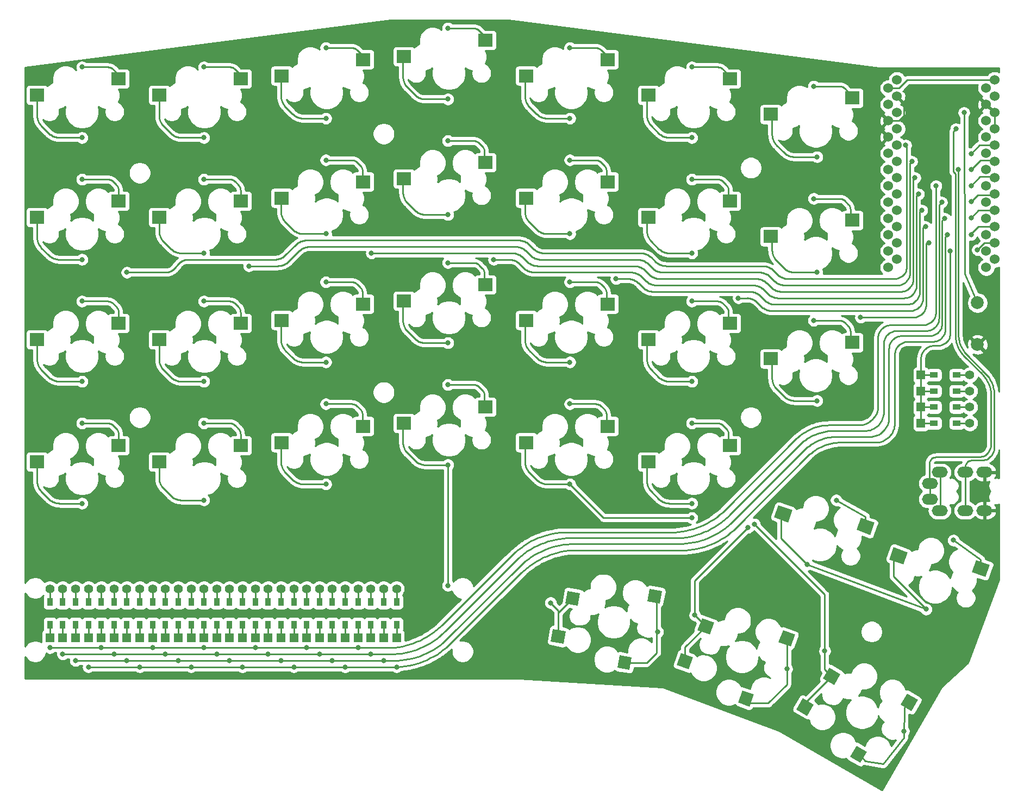
<source format=gbl>
%TF.GenerationSoftware,KiCad,Pcbnew,(5.1.6-0-10_14)*%
%TF.CreationDate,2020-07-09T23:16:05+02:00*%
%TF.ProjectId,splitkb,73706c69-746b-4622-9e6b-696361645f70,rev?*%
%TF.SameCoordinates,Original*%
%TF.FileFunction,Copper,L2,Bot*%
%TF.FilePolarity,Positive*%
%FSLAX46Y46*%
G04 Gerber Fmt 4.6, Leading zero omitted, Abs format (unit mm)*
G04 Created by KiCad (PCBNEW (5.1.6-0-10_14)) date 2020-07-09 23:16:05*
%MOMM*%
%LPD*%
G01*
G04 APERTURE LIST*
%TA.AperFunction,SMDPad,CuDef*%
%ADD10C,0.100000*%
%TD*%
%TA.AperFunction,SMDPad,CuDef*%
%ADD11R,2.300000X2.000000*%
%TD*%
%TA.AperFunction,ComponentPad*%
%ADD12C,1.397000*%
%TD*%
%TA.AperFunction,ComponentPad*%
%ADD13R,1.397000X1.397000*%
%TD*%
%TA.AperFunction,SMDPad,CuDef*%
%ADD14R,0.950000X1.300000*%
%TD*%
%TA.AperFunction,SMDPad,CuDef*%
%ADD15R,1.300000X0.950000*%
%TD*%
%TA.AperFunction,ComponentPad*%
%ADD16C,2.000000*%
%TD*%
%TA.AperFunction,ComponentPad*%
%ADD17C,1.524000*%
%TD*%
%TA.AperFunction,ComponentPad*%
%ADD18O,2.500000X1.700000*%
%TD*%
%TA.AperFunction,ViaPad*%
%ADD19C,0.800000*%
%TD*%
%TA.AperFunction,Conductor*%
%ADD20C,0.254000*%
%TD*%
G04 APERTURE END LIST*
%TA.AperFunction,SMDPad,CuDef*%
D10*
%TO.P,SW27,1*%
%TO.N,col5*%
G36*
X162001219Y-142388269D02*
G01*
X161001219Y-144120319D01*
X159269169Y-143120319D01*
X160269169Y-141388269D01*
X162001219Y-142388269D01*
G37*
%TD.AperFunction*%
%TA.AperFunction,SMDPad,CuDef*%
%TO.P,SW27,2*%
%TO.N,Net-(D27-Pad2)*%
G36*
X170297595Y-149718525D02*
G01*
X169297595Y-151450575D01*
X167652147Y-150500575D01*
X168652147Y-148768525D01*
X170297595Y-149718525D01*
G37*
%TD.AperFunction*%
%TA.AperFunction,SMDPad,CuDef*%
%TO.P,SW27,1*%
%TO.N,col5*%
G36*
X166160450Y-137584270D02*
G01*
X165160450Y-139316320D01*
X163428400Y-138316320D01*
X164428400Y-136584270D01*
X166160450Y-137584270D01*
G37*
%TD.AperFunction*%
%TA.AperFunction,SMDPad,CuDef*%
%TO.P,SW27,2*%
%TO.N,Net-(D27-Pad2)*%
G36*
X178255767Y-141634566D02*
G01*
X177255767Y-143366616D01*
X175523717Y-142366616D01*
X176523717Y-140634566D01*
X178255767Y-141634566D01*
G37*
%TD.AperFunction*%
%TD*%
%TA.AperFunction,SMDPad,CuDef*%
%TO.P,SW22,1*%
%TO.N,col4*%
G36*
X143204728Y-135008828D02*
G01*
X142520687Y-136888213D01*
X140641302Y-136204172D01*
X141325343Y-134324787D01*
X143204728Y-135008828D01*
G37*
%TD.AperFunction*%
%TA.AperFunction,SMDPad,CuDef*%
%TO.P,SW22,2*%
%TO.N,Net-(D22-Pad2)*%
G36*
X152647948Y-140787070D02*
G01*
X151963908Y-142666455D01*
X150178492Y-142016616D01*
X150862532Y-140137231D01*
X152647948Y-140787070D01*
G37*
%TD.AperFunction*%
%TA.AperFunction,SMDPad,CuDef*%
%TO.P,SW22,1*%
%TO.N,col4*%
G36*
X146466565Y-129555570D02*
G01*
X145782524Y-131434955D01*
X143903139Y-130750914D01*
X144587180Y-128871529D01*
X146466565Y-129555570D01*
G37*
%TD.AperFunction*%
%TA.AperFunction,SMDPad,CuDef*%
%TO.P,SW22,2*%
%TO.N,Net-(D22-Pad2)*%
G36*
X159081454Y-131444002D02*
G01*
X158397413Y-133323387D01*
X156518028Y-132639346D01*
X157202069Y-130759961D01*
X159081454Y-131444002D01*
G37*
%TD.AperFunction*%
%TD*%
%TA.AperFunction,SMDPad,CuDef*%
%TO.P,SW17,1*%
%TO.N,col3*%
G36*
X123349015Y-130926078D02*
G01*
X123001719Y-132895694D01*
X121032103Y-132548398D01*
X121379399Y-130578782D01*
X123349015Y-130926078D01*
G37*
%TD.AperFunction*%
%TA.AperFunction,SMDPad,CuDef*%
%TO.P,SW17,2*%
%TO.N,Net-(D17-Pad2)*%
G36*
X133652153Y-134976739D02*
G01*
X133304856Y-136946355D01*
X131433721Y-136616423D01*
X131781018Y-134646807D01*
X133652153Y-134976739D01*
G37*
%TD.AperFunction*%
%TA.AperFunction,SMDPad,CuDef*%
%TO.P,SW17,1*%
%TO.N,col3*%
G36*
X125614349Y-124989256D02*
G01*
X125267053Y-126958872D01*
X123297437Y-126611576D01*
X123644733Y-124641960D01*
X125614349Y-124989256D01*
G37*
%TD.AperFunction*%
%TA.AperFunction,SMDPad,CuDef*%
%TO.P,SW17,2*%
%TO.N,Net-(D17-Pad2)*%
G36*
X138365512Y-124658446D02*
G01*
X138018216Y-126628062D01*
X136048600Y-126280766D01*
X136395896Y-124311150D01*
X138365512Y-124658446D01*
G37*
%TD.AperFunction*%
%TD*%
D11*
%TO.P,SW9,2*%
%TO.N,Net-(D9-Pad2)*%
X91800000Y-41830000D03*
%TO.P,SW9,1*%
%TO.N,col2*%
X79100000Y-44370000D03*
%TD*%
%TO.P,SW30,1*%
%TO.N,col6*%
X155300000Y-88470000D03*
%TO.P,SW30,2*%
%TO.N,Net-(D30-Pad2)*%
X168000000Y-85930000D03*
%TD*%
%TO.P,SW2,2*%
%TO.N,Net-(D2-Pad2)*%
X53700000Y-63880000D03*
%TO.P,SW2,1*%
%TO.N,col0*%
X41000000Y-66420000D03*
%TD*%
D12*
%TO.P,D1,2*%
%TO.N,Net-(D1-Pad2)*%
X43000000Y-124315000D03*
D13*
%TO.P,D1,1*%
%TO.N,row0*%
X43000000Y-131935000D03*
D14*
X43000000Y-129900000D03*
%TO.P,D1,2*%
%TO.N,Net-(D1-Pad2)*%
X43000000Y-126350000D03*
%TD*%
%TO.P,D2,2*%
%TO.N,Net-(D2-Pad2)*%
X45000000Y-126350000D03*
%TO.P,D2,1*%
%TO.N,row1*%
X45000000Y-129900000D03*
D13*
X45000000Y-131935000D03*
D12*
%TO.P,D2,2*%
%TO.N,Net-(D2-Pad2)*%
X45000000Y-124315000D03*
%TD*%
%TO.P,D3,2*%
%TO.N,Net-(D3-Pad2)*%
X47000000Y-124315000D03*
D13*
%TO.P,D3,1*%
%TO.N,row2*%
X47000000Y-131935000D03*
D14*
X47000000Y-129900000D03*
%TO.P,D3,2*%
%TO.N,Net-(D3-Pad2)*%
X47000000Y-126350000D03*
%TD*%
D12*
%TO.P,D4,2*%
%TO.N,Net-(D4-Pad2)*%
X49000000Y-124315000D03*
D13*
%TO.P,D4,1*%
%TO.N,row3*%
X49000000Y-131935000D03*
D14*
X49000000Y-129900000D03*
%TO.P,D4,2*%
%TO.N,Net-(D4-Pad2)*%
X49000000Y-126350000D03*
%TD*%
%TO.P,D5,2*%
%TO.N,Net-(D5-Pad2)*%
X51000000Y-126350000D03*
%TO.P,D5,1*%
%TO.N,row0*%
X51000000Y-129900000D03*
D13*
X51000000Y-131935000D03*
D12*
%TO.P,D5,2*%
%TO.N,Net-(D5-Pad2)*%
X51000000Y-124315000D03*
%TD*%
%TO.P,D6,2*%
%TO.N,Net-(D6-Pad2)*%
X53000000Y-124315000D03*
D13*
%TO.P,D6,1*%
%TO.N,row1*%
X53000000Y-131935000D03*
D14*
X53000000Y-129900000D03*
%TO.P,D6,2*%
%TO.N,Net-(D6-Pad2)*%
X53000000Y-126350000D03*
%TD*%
D12*
%TO.P,D7,2*%
%TO.N,Net-(D7-Pad2)*%
X55000000Y-124315000D03*
D13*
%TO.P,D7,1*%
%TO.N,row2*%
X55000000Y-131935000D03*
D14*
X55000000Y-129900000D03*
%TO.P,D7,2*%
%TO.N,Net-(D7-Pad2)*%
X55000000Y-126350000D03*
%TD*%
%TO.P,D8,2*%
%TO.N,Net-(D8-Pad2)*%
X57000000Y-126350000D03*
%TO.P,D8,1*%
%TO.N,row3*%
X57000000Y-129900000D03*
D13*
X57000000Y-131935000D03*
D12*
%TO.P,D8,2*%
%TO.N,Net-(D8-Pad2)*%
X57000000Y-124315000D03*
%TD*%
D14*
%TO.P,D9,2*%
%TO.N,Net-(D9-Pad2)*%
X59000000Y-126350000D03*
%TO.P,D9,1*%
%TO.N,row0*%
X59000000Y-129900000D03*
D13*
X59000000Y-131935000D03*
D12*
%TO.P,D9,2*%
%TO.N,Net-(D9-Pad2)*%
X59000000Y-124315000D03*
%TD*%
%TO.P,D10,2*%
%TO.N,Net-(D10-Pad2)*%
X61000000Y-124315000D03*
D13*
%TO.P,D10,1*%
%TO.N,row1*%
X61000000Y-131935000D03*
D14*
X61000000Y-129900000D03*
%TO.P,D10,2*%
%TO.N,Net-(D10-Pad2)*%
X61000000Y-126350000D03*
%TD*%
%TO.P,D11,2*%
%TO.N,Net-(D11-Pad2)*%
X63000000Y-126350000D03*
%TO.P,D11,1*%
%TO.N,row2*%
X63000000Y-129900000D03*
D13*
X63000000Y-131935000D03*
D12*
%TO.P,D11,2*%
%TO.N,Net-(D11-Pad2)*%
X63000000Y-124315000D03*
%TD*%
%TO.P,D12,2*%
%TO.N,Net-(D12-Pad2)*%
X65000000Y-124315000D03*
D13*
%TO.P,D12,1*%
%TO.N,row3*%
X65000000Y-131935000D03*
D14*
X65000000Y-129900000D03*
%TO.P,D12,2*%
%TO.N,Net-(D12-Pad2)*%
X65000000Y-126350000D03*
%TD*%
%TO.P,D13,2*%
%TO.N,Net-(D13-Pad2)*%
X67000000Y-126350000D03*
%TO.P,D13,1*%
%TO.N,row0*%
X67000000Y-129900000D03*
D13*
X67000000Y-131935000D03*
D12*
%TO.P,D13,2*%
%TO.N,Net-(D13-Pad2)*%
X67000000Y-124315000D03*
%TD*%
%TO.P,D14,2*%
%TO.N,Net-(D14-Pad2)*%
X69000000Y-124315000D03*
D13*
%TO.P,D14,1*%
%TO.N,row1*%
X69000000Y-131935000D03*
D14*
X69000000Y-129900000D03*
%TO.P,D14,2*%
%TO.N,Net-(D14-Pad2)*%
X69000000Y-126350000D03*
%TD*%
D12*
%TO.P,D15,2*%
%TO.N,Net-(D15-Pad2)*%
X71000000Y-124315000D03*
D13*
%TO.P,D15,1*%
%TO.N,row2*%
X71000000Y-131935000D03*
D14*
X71000000Y-129900000D03*
%TO.P,D15,2*%
%TO.N,Net-(D15-Pad2)*%
X71000000Y-126350000D03*
%TD*%
%TO.P,D16,2*%
%TO.N,Net-(D16-Pad2)*%
X73000000Y-126350000D03*
%TO.P,D16,1*%
%TO.N,row3*%
X73000000Y-129900000D03*
D13*
X73000000Y-131935000D03*
D12*
%TO.P,D16,2*%
%TO.N,Net-(D16-Pad2)*%
X73000000Y-124315000D03*
%TD*%
D15*
%TO.P,D17,2*%
%TO.N,Net-(D17-Pad2)*%
X184275000Y-98500000D03*
%TO.P,D17,1*%
%TO.N,row4*%
X180725000Y-98500000D03*
D13*
X178690000Y-98500000D03*
D12*
%TO.P,D17,2*%
%TO.N,Net-(D17-Pad2)*%
X186310000Y-98500000D03*
%TD*%
D14*
%TO.P,D18,2*%
%TO.N,Net-(D18-Pad2)*%
X75000000Y-126350000D03*
%TO.P,D18,1*%
%TO.N,row0*%
X75000000Y-129900000D03*
D13*
X75000000Y-131935000D03*
D12*
%TO.P,D18,2*%
%TO.N,Net-(D18-Pad2)*%
X75000000Y-124315000D03*
%TD*%
%TO.P,D19,2*%
%TO.N,Net-(D19-Pad2)*%
X77000000Y-124315000D03*
D13*
%TO.P,D19,1*%
%TO.N,row1*%
X77000000Y-131935000D03*
D14*
X77000000Y-129900000D03*
%TO.P,D19,2*%
%TO.N,Net-(D19-Pad2)*%
X77000000Y-126350000D03*
%TD*%
%TO.P,D20,2*%
%TO.N,Net-(D20-Pad2)*%
X79000000Y-126350000D03*
%TO.P,D20,1*%
%TO.N,row2*%
X79000000Y-129900000D03*
D13*
X79000000Y-131935000D03*
D12*
%TO.P,D20,2*%
%TO.N,Net-(D20-Pad2)*%
X79000000Y-124315000D03*
%TD*%
%TO.P,D21,2*%
%TO.N,Net-(D21-Pad2)*%
X81000000Y-124315000D03*
D13*
%TO.P,D21,1*%
%TO.N,row3*%
X81000000Y-131935000D03*
D14*
X81000000Y-129900000D03*
%TO.P,D21,2*%
%TO.N,Net-(D21-Pad2)*%
X81000000Y-126350000D03*
%TD*%
D15*
%TO.P,D22,2*%
%TO.N,Net-(D22-Pad2)*%
X184275000Y-96000000D03*
%TO.P,D22,1*%
%TO.N,row4*%
X180725000Y-96000000D03*
D13*
X178690000Y-96000000D03*
D12*
%TO.P,D22,2*%
%TO.N,Net-(D22-Pad2)*%
X186310000Y-96000000D03*
%TD*%
%TO.P,D23,2*%
%TO.N,Net-(D23-Pad2)*%
X83000000Y-124315000D03*
D13*
%TO.P,D23,1*%
%TO.N,row0*%
X83000000Y-131935000D03*
D14*
X83000000Y-129900000D03*
%TO.P,D23,2*%
%TO.N,Net-(D23-Pad2)*%
X83000000Y-126350000D03*
%TD*%
%TO.P,D24,2*%
%TO.N,Net-(D24-Pad2)*%
X85000000Y-126350000D03*
%TO.P,D24,1*%
%TO.N,row1*%
X85000000Y-129900000D03*
D13*
X85000000Y-131935000D03*
D12*
%TO.P,D24,2*%
%TO.N,Net-(D24-Pad2)*%
X85000000Y-124315000D03*
%TD*%
%TO.P,D25,2*%
%TO.N,Net-(D25-Pad2)*%
X87000000Y-124315000D03*
D13*
%TO.P,D25,1*%
%TO.N,row2*%
X87000000Y-131935000D03*
D14*
X87000000Y-129900000D03*
%TO.P,D25,2*%
%TO.N,Net-(D25-Pad2)*%
X87000000Y-126350000D03*
%TD*%
%TO.P,D26,2*%
%TO.N,Net-(D26-Pad2)*%
X89000000Y-126350000D03*
%TO.P,D26,1*%
%TO.N,row3*%
X89000000Y-129900000D03*
D13*
X89000000Y-131935000D03*
D12*
%TO.P,D26,2*%
%TO.N,Net-(D26-Pad2)*%
X89000000Y-124315000D03*
%TD*%
%TO.P,D27,2*%
%TO.N,Net-(D27-Pad2)*%
X186310000Y-93500000D03*
D13*
%TO.P,D27,1*%
%TO.N,row4*%
X178690000Y-93500000D03*
D15*
X180725000Y-93500000D03*
%TO.P,D27,2*%
%TO.N,Net-(D27-Pad2)*%
X184275000Y-93500000D03*
%TD*%
D12*
%TO.P,D28,2*%
%TO.N,Net-(D28-Pad2)*%
X91000000Y-124315000D03*
D13*
%TO.P,D28,1*%
%TO.N,row0*%
X91000000Y-131935000D03*
D14*
X91000000Y-129900000D03*
%TO.P,D28,2*%
%TO.N,Net-(D28-Pad2)*%
X91000000Y-126350000D03*
%TD*%
%TO.P,D29,2*%
%TO.N,Net-(D29-Pad2)*%
X93000000Y-126350000D03*
%TO.P,D29,1*%
%TO.N,row1*%
X93000000Y-129900000D03*
D13*
X93000000Y-131935000D03*
D12*
%TO.P,D29,2*%
%TO.N,Net-(D29-Pad2)*%
X93000000Y-124315000D03*
%TD*%
D14*
%TO.P,D30,2*%
%TO.N,Net-(D30-Pad2)*%
X95000000Y-126350000D03*
%TO.P,D30,1*%
%TO.N,row2*%
X95000000Y-129900000D03*
D13*
X95000000Y-131935000D03*
D12*
%TO.P,D30,2*%
%TO.N,Net-(D30-Pad2)*%
X95000000Y-124315000D03*
%TD*%
%TO.P,D31,2*%
%TO.N,Net-(D31-Pad2)*%
X97000000Y-124315000D03*
D13*
%TO.P,D31,1*%
%TO.N,row3*%
X97000000Y-131935000D03*
D14*
X97000000Y-129900000D03*
%TO.P,D31,2*%
%TO.N,Net-(D31-Pad2)*%
X97000000Y-126350000D03*
%TD*%
D15*
%TO.P,D32,2*%
%TO.N,Net-(D32-Pad2)*%
X184275000Y-91000000D03*
%TO.P,D32,1*%
%TO.N,row4*%
X180725000Y-91000000D03*
D13*
X178690000Y-91000000D03*
D12*
%TO.P,D32,2*%
%TO.N,Net-(D32-Pad2)*%
X186310000Y-91000000D03*
%TD*%
D16*
%TO.P,K1,1*%
%TO.N,reset*%
X187500000Y-79750000D03*
%TO.P,K1,2*%
%TO.N,GND*%
X187500000Y-86250000D03*
%TD*%
D17*
%TO.P,U1,24*%
%TO.N,Net-(U1-Pad24)*%
X174936400Y-45022000D03*
%TO.P,U1,23*%
%TO.N,GND*%
X174936400Y-47562000D03*
%TO.P,U1,22*%
%TO.N,reset*%
X174936400Y-50102000D03*
%TO.P,U1,21*%
%TO.N,VCC*%
X174936400Y-52642000D03*
%TO.P,U1,20*%
%TO.N,col0*%
X174936400Y-55182000D03*
%TO.P,U1,19*%
%TO.N,col1*%
X174936400Y-57722000D03*
%TO.P,U1,18*%
%TO.N,col2*%
X174936400Y-60262000D03*
%TO.P,U1,17*%
%TO.N,col3*%
X174936400Y-62802000D03*
%TO.P,U1,16*%
%TO.N,col4*%
X174936400Y-65342000D03*
%TO.P,U1,15*%
%TO.N,col5*%
X174936400Y-67882000D03*
%TO.P,U1,14*%
%TO.N,col6*%
X174936400Y-70422000D03*
%TO.P,U1,13*%
%TO.N,Net-(U1-Pad13)*%
X174936400Y-72962000D03*
%TO.P,U1,12*%
%TO.N,Net-(U1-Pad12)*%
X190156400Y-72962000D03*
%TO.P,U1,11*%
%TO.N,row4*%
X190156400Y-70422000D03*
%TO.P,U1,10*%
%TO.N,row3*%
X190156400Y-67882000D03*
%TO.P,U1,9*%
%TO.N,row2*%
X190156400Y-65342000D03*
%TO.P,U1,8*%
%TO.N,row1*%
X190156400Y-62802000D03*
%TO.P,U1,7*%
%TO.N,row0*%
X190156400Y-60262000D03*
%TO.P,U1,6*%
%TO.N,data*%
X190156400Y-57722000D03*
%TO.P,U1,5*%
%TO.N,Net-(U1-Pad5)*%
X190156400Y-55182000D03*
%TO.P,U1,4*%
%TO.N,GND*%
X190156400Y-52642000D03*
%TO.P,U1,3*%
X190156400Y-50102000D03*
%TO.P,U1,2*%
%TO.N,Net-(U1-Pad2)*%
X190156400Y-47562000D03*
%TO.P,U1,1*%
%TO.N,Net-(U1-Pad1)*%
X190156400Y-45022000D03*
X173610000Y-46292000D03*
%TO.P,U1,2*%
%TO.N,Net-(U1-Pad2)*%
X173610000Y-48832000D03*
%TO.P,U1,3*%
%TO.N,GND*%
X173610000Y-51372000D03*
%TO.P,U1,4*%
X173610000Y-53912000D03*
%TO.P,U1,5*%
%TO.N,Net-(U1-Pad5)*%
X173610000Y-56452000D03*
%TO.P,U1,6*%
%TO.N,data*%
X173610000Y-58992000D03*
%TO.P,U1,7*%
%TO.N,row0*%
X173610000Y-61532000D03*
%TO.P,U1,8*%
%TO.N,row1*%
X173610000Y-64072000D03*
%TO.P,U1,9*%
%TO.N,row2*%
X173610000Y-66612000D03*
%TO.P,U1,10*%
%TO.N,row3*%
X173610000Y-69152000D03*
%TO.P,U1,11*%
%TO.N,row4*%
X173610000Y-71692000D03*
%TO.P,U1,12*%
%TO.N,Net-(U1-Pad12)*%
X173610000Y-74232000D03*
%TO.P,U1,13*%
%TO.N,Net-(U1-Pad13)*%
X188850000Y-74232000D03*
%TO.P,U1,14*%
%TO.N,col6*%
X188850000Y-71692000D03*
%TO.P,U1,15*%
%TO.N,col5*%
X188850000Y-69152000D03*
%TO.P,U1,16*%
%TO.N,col4*%
X188850000Y-66612000D03*
%TO.P,U1,17*%
%TO.N,col3*%
X188850000Y-64072000D03*
%TO.P,U1,18*%
%TO.N,col2*%
X188850000Y-61532000D03*
%TO.P,U1,19*%
%TO.N,col1*%
X188850000Y-58992000D03*
%TO.P,U1,20*%
%TO.N,col0*%
X188850000Y-56452000D03*
%TO.P,U1,21*%
%TO.N,VCC*%
X188850000Y-53912000D03*
%TO.P,U1,22*%
%TO.N,reset*%
X188850000Y-51372000D03*
%TO.P,U1,23*%
%TO.N,GND*%
X188850000Y-48832000D03*
%TO.P,U1,24*%
%TO.N,Net-(U1-Pad24)*%
X188850000Y-46292000D03*
%TD*%
D18*
%TO.P,J1,D*%
%TO.N,Net-(J1-PadD)*%
X181600000Y-106150000D03*
%TO.P,J1,A*%
%TO.N,VCC*%
X180100000Y-110350000D03*
%TO.P,J1,B*%
%TO.N,GND*%
X188600000Y-106150000D03*
%TO.P,J1,C*%
%TO.N,data*%
X185600000Y-106150000D03*
%TO.P,J1,B*%
%TO.N,GND*%
X188600000Y-112100000D03*
%TO.P,J1,C*%
%TO.N,data*%
X185600000Y-112100000D03*
%TO.P,J1,D*%
%TO.N,Net-(J1-PadD)*%
X181600000Y-112100000D03*
%TO.P,J1,A*%
%TO.N,VCC*%
X180100000Y-107900000D03*
%TD*%
D11*
%TO.P,SW1,2*%
%TO.N,Net-(D1-Pad2)*%
X53700000Y-44830000D03*
%TO.P,SW1,1*%
%TO.N,col0*%
X41000000Y-47370000D03*
%TD*%
%TO.P,SW3,2*%
%TO.N,Net-(D3-Pad2)*%
X53700000Y-82930000D03*
%TO.P,SW3,1*%
%TO.N,col0*%
X41000000Y-85470000D03*
%TD*%
%TO.P,SW4,1*%
%TO.N,col0*%
X41000000Y-104520000D03*
%TO.P,SW4,2*%
%TO.N,Net-(D4-Pad2)*%
X53700000Y-101980000D03*
%TD*%
%TO.P,SW5,1*%
%TO.N,col1*%
X60050000Y-47370000D03*
%TO.P,SW5,2*%
%TO.N,Net-(D5-Pad2)*%
X72750000Y-44830000D03*
%TD*%
%TO.P,SW6,1*%
%TO.N,col1*%
X60050000Y-66420000D03*
%TO.P,SW6,2*%
%TO.N,Net-(D6-Pad2)*%
X72750000Y-63880000D03*
%TD*%
%TO.P,SW7,2*%
%TO.N,Net-(D7-Pad2)*%
X72750000Y-82930000D03*
%TO.P,SW7,1*%
%TO.N,col1*%
X60050000Y-85470000D03*
%TD*%
%TO.P,SW8,2*%
%TO.N,Net-(D8-Pad2)*%
X72750000Y-101980000D03*
%TO.P,SW8,1*%
%TO.N,col1*%
X60050000Y-104520000D03*
%TD*%
%TO.P,SW10,2*%
%TO.N,Net-(D10-Pad2)*%
X91800000Y-60880000D03*
%TO.P,SW10,1*%
%TO.N,col2*%
X79100000Y-63420000D03*
%TD*%
%TO.P,SW11,1*%
%TO.N,col2*%
X79100000Y-82470000D03*
%TO.P,SW11,2*%
%TO.N,Net-(D11-Pad2)*%
X91800000Y-79930000D03*
%TD*%
%TO.P,SW12,1*%
%TO.N,col2*%
X79100000Y-101520000D03*
%TO.P,SW12,2*%
%TO.N,Net-(D12-Pad2)*%
X91800000Y-98980000D03*
%TD*%
%TO.P,SW13,1*%
%TO.N,col3*%
X98150000Y-41370000D03*
%TO.P,SW13,2*%
%TO.N,Net-(D13-Pad2)*%
X110850000Y-38830000D03*
%TD*%
%TO.P,SW14,1*%
%TO.N,col3*%
X98150000Y-60420000D03*
%TO.P,SW14,2*%
%TO.N,Net-(D14-Pad2)*%
X110850000Y-57880000D03*
%TD*%
%TO.P,SW15,1*%
%TO.N,col3*%
X98150000Y-79470000D03*
%TO.P,SW15,2*%
%TO.N,Net-(D15-Pad2)*%
X110850000Y-76930000D03*
%TD*%
%TO.P,SW16,1*%
%TO.N,col3*%
X98150000Y-98520000D03*
%TO.P,SW16,2*%
%TO.N,Net-(D16-Pad2)*%
X110850000Y-95980000D03*
%TD*%
%TO.P,SW18,2*%
%TO.N,Net-(D18-Pad2)*%
X129900000Y-41830000D03*
%TO.P,SW18,1*%
%TO.N,col4*%
X117200000Y-44370000D03*
%TD*%
%TO.P,SW19,1*%
%TO.N,col4*%
X117200000Y-63420000D03*
%TO.P,SW19,2*%
%TO.N,Net-(D19-Pad2)*%
X129900000Y-60880000D03*
%TD*%
%TO.P,SW20,2*%
%TO.N,Net-(D20-Pad2)*%
X129900000Y-79930000D03*
%TO.P,SW20,1*%
%TO.N,col4*%
X117200000Y-82470000D03*
%TD*%
%TO.P,SW21,1*%
%TO.N,col4*%
X117200000Y-101520000D03*
%TO.P,SW21,2*%
%TO.N,Net-(D21-Pad2)*%
X129900000Y-98980000D03*
%TD*%
%TO.P,SW23,2*%
%TO.N,Net-(D23-Pad2)*%
X148950000Y-44830000D03*
%TO.P,SW23,1*%
%TO.N,col5*%
X136250000Y-47370000D03*
%TD*%
%TO.P,SW24,2*%
%TO.N,Net-(D24-Pad2)*%
X148950000Y-63880000D03*
%TO.P,SW24,1*%
%TO.N,col5*%
X136250000Y-66420000D03*
%TD*%
%TO.P,SW25,2*%
%TO.N,Net-(D25-Pad2)*%
X148950000Y-82930000D03*
%TO.P,SW25,1*%
%TO.N,col5*%
X136250000Y-85470000D03*
%TD*%
%TO.P,SW26,2*%
%TO.N,Net-(D26-Pad2)*%
X148950000Y-101980000D03*
%TO.P,SW26,1*%
%TO.N,col5*%
X136250000Y-104520000D03*
%TD*%
%TO.P,SW28,2*%
%TO.N,Net-(D28-Pad2)*%
X168000000Y-47830000D03*
%TO.P,SW28,1*%
%TO.N,col6*%
X155300000Y-50370000D03*
%TD*%
%TO.P,SW29,1*%
%TO.N,col6*%
X155300000Y-69420000D03*
%TO.P,SW29,2*%
%TO.N,Net-(D29-Pad2)*%
X168000000Y-66880000D03*
%TD*%
%TA.AperFunction,SMDPad,CuDef*%
D10*
%TO.P,SW31,1*%
%TO.N,col6*%
G36*
X158677231Y-112085083D02*
G01*
X157993190Y-113964468D01*
X155831897Y-113177821D01*
X156515938Y-111298436D01*
X158677231Y-112085083D01*
G37*
%TD.AperFunction*%
%TA.AperFunction,SMDPad,CuDef*%
%TO.P,SW31,2*%
%TO.N,Net-(D31-Pad2)*%
G36*
X171480058Y-114041920D02*
G01*
X170796017Y-115921305D01*
X168634724Y-115134658D01*
X169318765Y-113255273D01*
X171480058Y-114041920D01*
G37*
%TD.AperFunction*%
%TD*%
%TA.AperFunction,SMDPad,CuDef*%
%TO.P,SW32,1*%
%TO.N,col6*%
G36*
X176627231Y-118635083D02*
G01*
X175943190Y-120514468D01*
X173781897Y-119727821D01*
X174465938Y-117848436D01*
X176627231Y-118635083D01*
G37*
%TD.AperFunction*%
%TA.AperFunction,SMDPad,CuDef*%
%TO.P,SW32,2*%
%TO.N,Net-(D32-Pad2)*%
G36*
X189430058Y-120591920D02*
G01*
X188746017Y-122471305D01*
X186584724Y-121684658D01*
X187268765Y-119805273D01*
X189430058Y-120591920D01*
G37*
%TD.AperFunction*%
%TD*%
D19*
%TO.N,Net-(D1-Pad2)*%
X48000000Y-43000000D03*
%TO.N,row0*%
X43000000Y-133500000D03*
X51000000Y-133500000D03*
X59000000Y-133500000D03*
X91000000Y-133500000D03*
X83000000Y-133500000D03*
X75000000Y-133500000D03*
X67000000Y-133500000D03*
X186500000Y-61500000D03*
X181032000Y-61532000D03*
%TO.N,Net-(D2-Pad2)*%
X48000000Y-60500000D03*
%TO.N,row1*%
X45000000Y-134500000D03*
X53000000Y-134500000D03*
X61000000Y-134500000D03*
X93000000Y-134500000D03*
X85000000Y-134500000D03*
X77000000Y-134500000D03*
X69000000Y-134500000D03*
X186500000Y-64000000D03*
X181928000Y-64072000D03*
%TO.N,Net-(D3-Pad2)*%
X48000000Y-79500000D03*
%TO.N,row2*%
X47000000Y-135500000D03*
X55000000Y-135500000D03*
X95000000Y-135500000D03*
X87000000Y-135500000D03*
X79000000Y-135500000D03*
X71000000Y-135500000D03*
X63000000Y-135500000D03*
X186500000Y-66500000D03*
X182388000Y-66612000D03*
%TO.N,Net-(D4-Pad2)*%
X48000000Y-98500000D03*
%TO.N,row3*%
X49000000Y-136500000D03*
X57000000Y-136500000D03*
X97000000Y-136500000D03*
X89000000Y-136500000D03*
X81000000Y-136500000D03*
X73000000Y-136500000D03*
X65000000Y-136500000D03*
X182848000Y-69152000D03*
X186500000Y-69152000D03*
%TO.N,row4*%
X187500000Y-71500000D03*
X183272990Y-71692000D03*
%TO.N,Net-(D6-Pad2)*%
X67000000Y-60500000D03*
%TO.N,Net-(D7-Pad2)*%
X67000000Y-79500000D03*
%TO.N,Net-(D8-Pad2)*%
X67000000Y-98500000D03*
%TO.N,Net-(D9-Pad2)*%
X86000000Y-40000000D03*
%TO.N,Net-(D11-Pad2)*%
X86000000Y-76500000D03*
%TO.N,Net-(D12-Pad2)*%
X86000000Y-95500000D03*
%TO.N,Net-(D13-Pad2)*%
X105000000Y-36950000D03*
%TO.N,Net-(D14-Pad2)*%
X105000000Y-54500000D03*
%TO.N,Net-(D16-Pad2)*%
X105000000Y-92500000D03*
%TO.N,Net-(D17-Pad2)*%
X137667201Y-131026661D03*
%TO.N,Net-(D18-Pad2)*%
X124000000Y-40000000D03*
%TO.N,Net-(D19-Pad2)*%
X124000000Y-57500000D03*
%TO.N,Net-(D21-Pad2)*%
X124000000Y-95500000D03*
%TO.N,Net-(D22-Pad2)*%
X157800000Y-136800000D03*
%TO.N,Net-(D23-Pad2)*%
X143000000Y-43000000D03*
%TO.N,Net-(D24-Pad2)*%
X143000000Y-60500000D03*
%TO.N,Net-(D25-Pad2)*%
X143000000Y-79500000D03*
%TO.N,Net-(D26-Pad2)*%
X143000000Y-98500000D03*
%TO.N,Net-(D27-Pad2)*%
X176000000Y-146500000D03*
%TO.N,Net-(D28-Pad2)*%
X162000000Y-46000000D03*
%TO.N,Net-(D29-Pad2)*%
X162000000Y-63500000D03*
%TO.N,Net-(D30-Pad2)*%
X162000000Y-82500000D03*
%TO.N,Net-(D31-Pad2)*%
X165500000Y-110500000D03*
%TO.N,Net-(D32-Pad2)*%
X183750000Y-116750000D03*
%TO.N,data*%
X186500000Y-59000000D03*
X184500000Y-59000000D03*
%TO.N,col0*%
X48000000Y-111000000D03*
X48000000Y-92000000D03*
X48000000Y-73000000D03*
X55000000Y-75000000D03*
X48000000Y-54000000D03*
X176318000Y-55182000D03*
%TO.N,col1*%
X67000000Y-110500000D03*
X67000000Y-92000000D03*
X67000000Y-72000000D03*
X67000000Y-54000000D03*
X74000000Y-74000000D03*
X177278000Y-57722000D03*
%TO.N,col2*%
X86000000Y-108000000D03*
X86000000Y-89000000D03*
X86000000Y-69000000D03*
X86000000Y-51000000D03*
X93100000Y-72000000D03*
X177762000Y-60262000D03*
%TO.N,col3*%
X105000000Y-105000000D03*
X105000000Y-86000000D03*
X105000000Y-66000000D03*
X105000000Y-48000000D03*
X112150000Y-73000000D03*
X178302000Y-62802000D03*
X121000000Y-126500000D03*
X105000000Y-123800000D03*
%TO.N,col4*%
X124000000Y-108000000D03*
X124000000Y-89000000D03*
X124000000Y-69000000D03*
X124000000Y-51000000D03*
X131200000Y-76000000D03*
X178842000Y-65342000D03*
X143465805Y-128434195D03*
X143000000Y-113250000D03*
X151750000Y-114750000D03*
%TO.N,col5*%
X143000000Y-111000000D03*
X143000000Y-92000000D03*
X143000000Y-72000000D03*
X143000000Y-54000000D03*
X150250000Y-79000000D03*
X179382000Y-67882000D03*
X163700000Y-134000000D03*
X152750000Y-114250000D03*
%TO.N,col6*%
X162500000Y-95000000D03*
X162500000Y-75000000D03*
X162500000Y-57000000D03*
X169300000Y-82000000D03*
X179922000Y-70422000D03*
X160980000Y-120510000D03*
X179500000Y-127500000D03*
%TO.N,Net-(D5-Pad2)*%
X67000000Y-43000000D03*
%TO.N,Net-(D10-Pad2)*%
X86000000Y-57500000D03*
%TO.N,Net-(D15-Pad2)*%
X105000000Y-73500000D03*
%TO.N,Net-(D20-Pad2)*%
X124000000Y-76500000D03*
%TO.N,VCC*%
X184142000Y-52642000D03*
%TO.N,reset*%
X185398000Y-50102000D03*
%TO.N,Net-(U1-Pad5)*%
X186500000Y-56500000D03*
%TD*%
D20*
%TO.N,Net-(D1-Pad2)*%
X43000000Y-124315000D02*
X43000000Y-126350000D01*
X52853553Y-43353553D02*
X53346446Y-43846446D01*
X52810642Y-43312699D02*
X52853553Y-43353553D01*
X52765779Y-43274000D02*
X52810642Y-43312699D01*
X52719072Y-43237549D02*
X52765779Y-43274000D01*
X52670632Y-43203434D02*
X52719072Y-43237549D01*
X52620576Y-43171736D02*
X52670632Y-43203434D01*
X52569025Y-43142533D02*
X52620576Y-43171736D01*
X52516104Y-43115895D02*
X52569025Y-43142533D01*
X52461939Y-43091885D02*
X52516104Y-43115895D01*
X52406661Y-43070562D02*
X52461939Y-43091885D01*
X52350404Y-43051977D02*
X52406661Y-43070562D01*
X52293302Y-43036175D02*
X52350404Y-43051977D01*
X52235494Y-43023194D02*
X52293302Y-43036175D01*
X52177119Y-43013065D02*
X52235494Y-43023194D01*
X52118317Y-43005812D02*
X52177119Y-43013065D01*
X52059229Y-43001454D02*
X52118317Y-43005812D01*
X52000000Y-43000000D02*
X52059229Y-43001454D01*
X52000000Y-43000000D02*
X48000000Y-43000000D01*
X53698544Y-44640770D02*
X53700000Y-44700000D01*
X53694186Y-44581682D02*
X53698544Y-44640770D01*
X53686933Y-44522880D02*
X53694186Y-44581682D01*
X53676804Y-44464505D02*
X53686933Y-44522880D01*
X53663823Y-44406696D02*
X53676804Y-44464505D01*
X53648021Y-44349595D02*
X53663823Y-44406696D01*
X53629436Y-44293337D02*
X53648021Y-44349595D01*
X53608113Y-44238060D02*
X53629436Y-44293337D01*
X53584103Y-44183895D02*
X53608113Y-44238060D01*
X53557465Y-44130973D02*
X53584103Y-44183895D01*
X53528262Y-44079423D02*
X53557465Y-44130973D01*
X53496564Y-44029367D02*
X53528262Y-44079423D01*
X53462449Y-43980927D02*
X53496564Y-44029367D01*
X53425998Y-43934219D02*
X53462449Y-43980927D01*
X53387299Y-43889356D02*
X53425998Y-43934219D01*
X53346446Y-43846446D02*
X53387299Y-43889356D01*
%TO.N,row0*%
X59000000Y-129900000D02*
X59000000Y-131935000D01*
X51000000Y-129900000D02*
X51000000Y-131935000D01*
X43000000Y-129900000D02*
X43000000Y-131935000D01*
X67000000Y-129900000D02*
X67000000Y-131935000D01*
X75000000Y-129900000D02*
X75000000Y-131935000D01*
X83000000Y-129900000D02*
X83000000Y-131935000D01*
X91000000Y-129900000D02*
X91000000Y-131935000D01*
X189975401Y-60081001D02*
X190156400Y-60262000D01*
X187918999Y-60081001D02*
X189975401Y-60081001D01*
X186500000Y-61500000D02*
X187918999Y-60081001D01*
X95500000Y-133500000D02*
X43000000Y-133500000D01*
X96092299Y-133485459D02*
X95500000Y-133500000D01*
X96683171Y-133441874D02*
X96092299Y-133485459D01*
X97271193Y-133369348D02*
X96683171Y-133441874D01*
X97854948Y-133268057D02*
X97271193Y-133369348D01*
X98433029Y-133138244D02*
X97854948Y-133268057D01*
X99004045Y-132980223D02*
X98433029Y-133138244D01*
X99566619Y-132794374D02*
X99004045Y-132980223D01*
X100119397Y-132581144D02*
X99566619Y-132794374D01*
X100661045Y-132341047D02*
X100119397Y-132581144D01*
X101190261Y-132074663D02*
X100661045Y-132341047D01*
X101705768Y-131782631D02*
X101190261Y-132074663D01*
X102206325Y-131465657D02*
X101705768Y-131782631D01*
X102690725Y-131124504D02*
X102206325Y-131465657D01*
X103157803Y-130759993D02*
X102690725Y-131124504D01*
X103606432Y-130373002D02*
X103157803Y-130759993D01*
X104035534Y-129964466D02*
X103606432Y-130373002D01*
X115052307Y-119023333D02*
X104035534Y-129964466D01*
X115482976Y-118616031D02*
X115052307Y-119023333D01*
X115933030Y-118230256D02*
X115482976Y-118616031D01*
X116401392Y-117866928D02*
X115933030Y-118230256D01*
X116886945Y-117526915D02*
X116401392Y-117866928D01*
X117388529Y-117211028D02*
X116886945Y-117526915D01*
X117904945Y-116920021D02*
X117388529Y-117211028D01*
X118434962Y-116654591D02*
X117904945Y-116920021D01*
X118977312Y-116415370D02*
X118434962Y-116654591D01*
X119530702Y-116202930D02*
X118977312Y-116415370D01*
X120093809Y-116017778D02*
X119530702Y-116202930D01*
X171771638Y-96948050D02*
X171645763Y-97214190D01*
X171942355Y-96385270D02*
X171870821Y-96670854D01*
X171985554Y-96094051D02*
X171942355Y-96385270D01*
X172000000Y-85200000D02*
X172000000Y-95800000D01*
X172009630Y-85003965D02*
X172000000Y-85200000D01*
X172086119Y-84619430D02*
X172038429Y-84809819D01*
X172152240Y-84434633D02*
X172086119Y-84619430D01*
X172453979Y-83931213D02*
X172337060Y-84088859D01*
X172585786Y-83785786D02*
X172453979Y-83931213D01*
X163337283Y-98878390D02*
X162987030Y-98939164D01*
X172731213Y-83653979D02*
X172585786Y-83785786D01*
X172888859Y-83537060D02*
X172731213Y-83653979D01*
X173057206Y-83436157D02*
X172888859Y-83537060D01*
X173419430Y-83286119D02*
X173234633Y-83352240D01*
X173609819Y-83238429D02*
X173419430Y-83286119D01*
X173803965Y-83209630D02*
X173609819Y-83238429D01*
X145390261Y-114074663D02*
X144861045Y-114341048D01*
X174000000Y-83200000D02*
X173803965Y-83209630D01*
X180913880Y-81780569D02*
X180847759Y-81965366D01*
X171870821Y-96670854D02*
X171771638Y-96948050D01*
X180111140Y-82862939D02*
X179942793Y-82963842D01*
X145905768Y-113782632D02*
X145390261Y-114074663D01*
X180990369Y-81396034D02*
X180961570Y-81590180D01*
X173234633Y-83352240D02*
X173057206Y-83436157D01*
X162987030Y-98939164D02*
X162640181Y-99017052D01*
X180961570Y-81590180D02*
X180913880Y-81780569D01*
X181032000Y-61532000D02*
X181000000Y-62000000D01*
X159300000Y-100900000D02*
X148256854Y-111943146D01*
X181000000Y-81200000D02*
X180990369Y-81396034D01*
X161303371Y-99495370D02*
X160985842Y-99655201D01*
X172000000Y-95800000D02*
X171985554Y-96094051D01*
X180847759Y-81965366D02*
X180763842Y-82142793D01*
X171645763Y-97214190D02*
X171494408Y-97466710D01*
X179765366Y-83047759D02*
X179580569Y-83113880D01*
X172236157Y-84257206D02*
X172152240Y-84434633D01*
X181000000Y-62000000D02*
X181000000Y-81200000D01*
X164044620Y-98808723D02*
X163690096Y-98834874D01*
X172038429Y-84809819D02*
X172009630Y-85003965D01*
X179000000Y-83200000D02*
X174000000Y-83200000D01*
X172337060Y-84088859D02*
X172236157Y-84257206D01*
X180763842Y-82142793D02*
X180662939Y-82311140D01*
X180662939Y-82311140D02*
X180546020Y-82468786D01*
X180546020Y-82468786D02*
X180414213Y-82614213D01*
X180414213Y-82614213D02*
X180268786Y-82746020D01*
X180268786Y-82746020D02*
X180111140Y-82862939D01*
X179942793Y-82963842D02*
X179765366Y-83047759D01*
X171494408Y-97466710D02*
X171319031Y-97703179D01*
X179580569Y-83113880D02*
X179390180Y-83161570D01*
X179390180Y-83161570D02*
X179196034Y-83190369D01*
X179196034Y-83190369D02*
X179000000Y-83200000D01*
X143204045Y-114980223D02*
X142633029Y-115138245D01*
X171319031Y-97703179D02*
X171121320Y-97921320D01*
X171121320Y-97921320D02*
X170903179Y-98119031D01*
X170903179Y-98119031D02*
X170666710Y-98294408D01*
X148235533Y-111964466D02*
X147806432Y-112373003D01*
X170666710Y-98294408D02*
X170414190Y-98445763D01*
X142054948Y-115268057D02*
X141471193Y-115369348D01*
X170414190Y-98445763D02*
X170148050Y-98571638D01*
X123600000Y-115500000D02*
X123007411Y-115514482D01*
X170148050Y-98571638D02*
X169870854Y-98670821D01*
X169870854Y-98670821D02*
X169585270Y-98742355D01*
X120665289Y-115860357D02*
X120093809Y-116017778D01*
X169585270Y-98742355D02*
X169294051Y-98785554D01*
X169294051Y-98785554D02*
X169000000Y-98800000D01*
X159805316Y-100444003D02*
X159536138Y-100676197D01*
X169000000Y-98800000D02*
X164400000Y-98800000D01*
X161628361Y-99351312D02*
X161303371Y-99495370D01*
X164400000Y-98800000D02*
X164044620Y-98808723D01*
X160985842Y-99655201D02*
X160676537Y-99830420D01*
X163690096Y-98834874D02*
X163337283Y-98878390D01*
X162640181Y-99017052D02*
X162297572Y-99111865D01*
X162297572Y-99111865D02*
X161960027Y-99223374D01*
X161960027Y-99223374D02*
X161628361Y-99351312D01*
X160676537Y-99830420D02*
X160376203Y-100020604D01*
X160376203Y-100020604D02*
X160085563Y-100225296D01*
X160085563Y-100225296D02*
X159805316Y-100444003D01*
X159536138Y-100676197D02*
X159278679Y-100921320D01*
X147806432Y-112373003D02*
X147357803Y-112759993D01*
X147357803Y-112759993D02*
X146890725Y-113124504D01*
X146890725Y-113124504D02*
X146406325Y-113465657D01*
X146406325Y-113465657D02*
X145905768Y-113782632D01*
X144861045Y-114341048D02*
X144319397Y-114581144D01*
X144319397Y-114581144D02*
X143766619Y-114794374D01*
X143766619Y-114794374D02*
X143204045Y-114980223D01*
X142633029Y-115138245D02*
X142054948Y-115268057D01*
X141471193Y-115369348D02*
X140883171Y-115441874D01*
X140883171Y-115441874D02*
X140292299Y-115485459D01*
X140292299Y-115485459D02*
X139700000Y-115500000D01*
X139700000Y-115500000D02*
X123600000Y-115500000D01*
X123007411Y-115514482D02*
X122416238Y-115557898D01*
X122416238Y-115557898D02*
X121827891Y-115630142D01*
X121827891Y-115630142D02*
X121243777Y-115731042D01*
X121243777Y-115731042D02*
X120665289Y-115860357D01*
%TO.N,Net-(D2-Pad2)*%
X53425998Y-61434219D02*
X53462449Y-61480927D01*
X53663823Y-61906696D02*
X53676804Y-61964505D01*
X53462449Y-61480927D02*
X53496564Y-61529367D01*
X53528262Y-61579423D02*
X53557465Y-61630973D01*
X53686933Y-62022880D02*
X53694186Y-62081682D01*
X53700000Y-62200000D02*
X53700000Y-63830000D01*
X53557465Y-61630973D02*
X53584103Y-61683895D01*
X53346446Y-61346446D02*
X53387299Y-61389356D01*
X53608113Y-61738060D02*
X53629436Y-61793337D01*
X53648021Y-61849595D02*
X53663823Y-61906696D01*
X53496564Y-61529367D02*
X53528262Y-61579423D01*
X53676804Y-61964505D02*
X53686933Y-62022880D01*
X53629436Y-61793337D02*
X53648021Y-61849595D01*
X53694186Y-62081682D02*
X53698544Y-62140770D01*
X53698544Y-62140770D02*
X53700000Y-62200000D01*
X53387299Y-61389356D02*
X53425998Y-61434219D01*
X53584103Y-61683895D02*
X53608113Y-61738060D01*
X52853553Y-60853553D02*
X53346446Y-61346446D01*
X52350404Y-60551977D02*
X52406661Y-60570562D01*
X52293302Y-60536175D02*
X52350404Y-60551977D01*
X52177119Y-60513065D02*
X52235494Y-60523194D01*
X52000000Y-60500000D02*
X52059229Y-60501454D01*
X52516104Y-60615895D02*
X52569025Y-60642533D01*
X52620576Y-60671736D02*
X52670632Y-60703434D01*
X52059229Y-60501454D02*
X52118317Y-60505812D01*
X52719072Y-60737549D02*
X52765779Y-60774000D01*
X52235494Y-60523194D02*
X52293302Y-60536175D01*
X52765779Y-60774000D02*
X52810642Y-60812699D01*
X52810642Y-60812699D02*
X52853553Y-60853553D01*
X52461939Y-60591885D02*
X52516104Y-60615895D01*
X52569025Y-60642533D02*
X52620576Y-60671736D01*
X52000000Y-60500000D02*
X48000000Y-60500000D01*
X52118317Y-60505812D02*
X52177119Y-60513065D01*
X52406661Y-60570562D02*
X52461939Y-60591885D01*
X52670632Y-60703434D02*
X52719072Y-60737549D01*
X45000000Y-124315000D02*
X45000000Y-126350000D01*
%TO.N,row1*%
X53000000Y-129900000D02*
X53000000Y-131935000D01*
X45000000Y-129900000D02*
X45000000Y-131935000D01*
X61000000Y-131935000D02*
X61000000Y-129900000D01*
X69000000Y-129900000D02*
X69000000Y-131935000D01*
X77000000Y-129900000D02*
X77000000Y-131935000D01*
X85000000Y-129900000D02*
X85000000Y-131935000D01*
X93000000Y-129900000D02*
X93000000Y-131935000D01*
X189975401Y-62982999D02*
X190156400Y-62802000D01*
X187517001Y-62982999D02*
X189975401Y-62982999D01*
X186500000Y-64000000D02*
X187517001Y-62982999D01*
X115564466Y-119935533D02*
X104535534Y-130964466D01*
X119480602Y-117318854D02*
X118938953Y-117558950D01*
X120033379Y-117105624D02*
X119480602Y-117318854D01*
X172545763Y-98114190D02*
X172394408Y-98366710D01*
X96592299Y-134485459D02*
X96000000Y-134500000D01*
X172671638Y-97848050D02*
X172545763Y-98114190D01*
X172842355Y-97285270D02*
X172770821Y-97570854D01*
X116909273Y-118775494D02*
X116442195Y-119140005D01*
X172900000Y-96700000D02*
X172885554Y-96994051D01*
X172900000Y-86100000D02*
X172900000Y-96700000D01*
X172938429Y-85709819D02*
X172909630Y-85903965D01*
X97183171Y-134441874D02*
X96592299Y-134485459D01*
X173353979Y-84831213D02*
X173237060Y-84988859D01*
X118409737Y-117825335D02*
X117894230Y-118117366D01*
X172986119Y-85519430D02*
X172938429Y-85709819D01*
X173485786Y-84685786D02*
X173353979Y-84831213D01*
X172885554Y-96994051D02*
X172842355Y-97285270D01*
X103657803Y-131759993D02*
X103190725Y-132124504D01*
X173631213Y-84553979D02*
X173485786Y-84685786D01*
X103190725Y-132124504D02*
X102706325Y-132465657D01*
X174319430Y-84186119D02*
X174134633Y-84252240D01*
X174509819Y-84138429D02*
X174319430Y-84186119D01*
X117393673Y-118434340D02*
X116909273Y-118775494D01*
X174703965Y-84109630D02*
X174509819Y-84138429D01*
X147957803Y-113659993D02*
X147490725Y-114024504D01*
X174900000Y-84100000D02*
X174703965Y-84109630D01*
X102205768Y-132782632D02*
X101690261Y-133074663D01*
X181461570Y-82490180D02*
X181413880Y-82680569D01*
X148835533Y-112864466D02*
X148406432Y-113273003D01*
X148406432Y-113273003D02*
X147957803Y-113659993D01*
X181413880Y-82680569D02*
X181347759Y-82865366D01*
X116442195Y-119140005D02*
X115993566Y-119526995D01*
X181490369Y-82296034D02*
X181461570Y-82490180D01*
X100066619Y-133794374D02*
X99504045Y-133980223D01*
X181347759Y-82865366D02*
X181263842Y-83042793D01*
X181500000Y-82100000D02*
X181490369Y-82296034D01*
X98933029Y-134138245D02*
X98354948Y-134268057D01*
X181500000Y-64500000D02*
X181500000Y-82100000D01*
X172394408Y-98366710D02*
X172219031Y-98603179D01*
X121166969Y-116761754D02*
X120595953Y-116919775D01*
X181928000Y-64072000D02*
X181500000Y-64500000D01*
X173136157Y-85157206D02*
X173052240Y-85334633D01*
X121745051Y-116631941D02*
X121166969Y-116761754D01*
X172909630Y-85903965D02*
X172900000Y-86100000D01*
X145461045Y-115241048D02*
X144919397Y-115481144D01*
X102706325Y-132465657D02*
X102205768Y-132782632D01*
X180080569Y-84013880D02*
X179890180Y-84061570D01*
X104535534Y-130964466D02*
X104106432Y-131373003D01*
X181263842Y-83042793D02*
X181162939Y-83211140D01*
X180265366Y-83947759D02*
X180080569Y-84013880D01*
X159900000Y-101800000D02*
X148856854Y-112843146D01*
X117894230Y-118117366D02*
X117393673Y-118434340D01*
X181162939Y-83211140D02*
X181046020Y-83368786D01*
X181046020Y-83368786D02*
X180914213Y-83514213D01*
X142071193Y-116269348D02*
X141483171Y-116341874D01*
X147490725Y-114024504D02*
X147006325Y-114365657D01*
X180768786Y-83646020D02*
X180611140Y-83762939D01*
X174134633Y-84252240D02*
X173957206Y-84336157D01*
X124100000Y-116400000D02*
X123507700Y-116414539D01*
X120595953Y-116919775D02*
X120033379Y-117105624D01*
X180914213Y-83514213D02*
X180768786Y-83646020D01*
X100619397Y-133581144D02*
X100066619Y-133794374D01*
X172770821Y-97570854D02*
X172671638Y-97848050D01*
X180611140Y-83762939D02*
X180442793Y-83863842D01*
X104106432Y-131373003D02*
X103657803Y-131759993D01*
X180442793Y-83863842D02*
X180265366Y-83947759D01*
X101161045Y-133341048D02*
X100619397Y-133581144D01*
X173237060Y-84988859D02*
X173136157Y-85157206D01*
X179890180Y-84061570D02*
X179696034Y-84090369D01*
X173957206Y-84336157D02*
X173788859Y-84437060D01*
X122916828Y-116458124D02*
X122328806Y-116530650D01*
X179500000Y-84100000D02*
X174900000Y-84100000D01*
X179696034Y-84090369D02*
X179500000Y-84100000D01*
X123507700Y-116414539D02*
X122916828Y-116458124D01*
X172219031Y-98603179D02*
X172021320Y-98821320D01*
X101690261Y-133074663D02*
X101161045Y-133341048D01*
X172021320Y-98821320D02*
X171803179Y-99019031D01*
X115993566Y-119526995D02*
X115564466Y-119935533D01*
X171803179Y-99019031D02*
X171566710Y-99194408D01*
X171566710Y-99194408D02*
X171314190Y-99345763D01*
X97771193Y-134369348D02*
X97183171Y-134441874D01*
X171314190Y-99345763D02*
X171048050Y-99471638D01*
X98354948Y-134268057D02*
X97771193Y-134369348D01*
X171048050Y-99471638D02*
X170770854Y-99570821D01*
X122328806Y-116530650D02*
X121745051Y-116631941D01*
X144366619Y-115694374D02*
X143804045Y-115880223D01*
X170770854Y-99570821D02*
X170485270Y-99642355D01*
X173052240Y-85334633D02*
X172986119Y-85519430D01*
X142654948Y-116168057D02*
X142071193Y-116269348D01*
X143804045Y-115880223D02*
X143233029Y-116038245D01*
X170485270Y-99642355D02*
X170194051Y-99685554D01*
X170194051Y-99685554D02*
X169900000Y-99700000D01*
X99504045Y-133980223D02*
X98933029Y-134138245D01*
X169900000Y-99700000D02*
X165000000Y-99700000D01*
X143233029Y-116038245D02*
X142654948Y-116168057D01*
X165000000Y-99700000D02*
X164644620Y-99708723D01*
X173788859Y-84437060D02*
X173631213Y-84553979D01*
X140300000Y-116400000D02*
X124100000Y-116400000D01*
X164644620Y-99708723D02*
X164290096Y-99734874D01*
X118938953Y-117558950D02*
X118409737Y-117825335D01*
X164290096Y-99734874D02*
X163937283Y-99778390D01*
X163937283Y-99778390D02*
X163587030Y-99839164D01*
X96000000Y-134500000D02*
X45000000Y-134500000D01*
X163587030Y-99839164D02*
X163240181Y-99917052D01*
X146505768Y-114682632D02*
X145990261Y-114974663D01*
X163240181Y-99917052D02*
X162897572Y-100011865D01*
X162897572Y-100011865D02*
X162560027Y-100123374D01*
X162560027Y-100123374D02*
X162228361Y-100251312D01*
X162228361Y-100251312D02*
X161903371Y-100395370D01*
X161903371Y-100395370D02*
X161585842Y-100555201D01*
X145990261Y-114974663D02*
X145461045Y-115241048D01*
X140892299Y-116385459D02*
X140300000Y-116400000D01*
X161585842Y-100555201D02*
X161276537Y-100730420D01*
X160136138Y-101576197D02*
X159878679Y-101821320D01*
X144919397Y-115481144D02*
X144366619Y-115694374D01*
X161276537Y-100730420D02*
X160976203Y-100920604D01*
X160976203Y-100920604D02*
X160685563Y-101125296D01*
X147006325Y-114365657D02*
X146505768Y-114682632D01*
X160685563Y-101125296D02*
X160405316Y-101344003D01*
X141483171Y-116341874D02*
X140892299Y-116385459D01*
X160405316Y-101344003D02*
X160136138Y-101576197D01*
%TO.N,Net-(D3-Pad2)*%
X53425998Y-80434219D02*
X53462449Y-80480927D01*
X53663823Y-80906696D02*
X53676804Y-80964505D01*
X53462449Y-80480927D02*
X53496564Y-80529367D01*
X53528262Y-80579423D02*
X53557465Y-80630973D01*
X53686933Y-81022880D02*
X53694186Y-81081682D01*
X53700000Y-81200000D02*
X53700000Y-82830000D01*
X53557465Y-80630973D02*
X53584103Y-80683895D01*
X53346446Y-80346446D02*
X53387299Y-80389356D01*
X53608113Y-80738060D02*
X53629436Y-80793337D01*
X53648021Y-80849595D02*
X53663823Y-80906696D01*
X53496564Y-80529367D02*
X53528262Y-80579423D01*
X53676804Y-80964505D02*
X53686933Y-81022880D01*
X53629436Y-80793337D02*
X53648021Y-80849595D01*
X53694186Y-81081682D02*
X53698544Y-81140770D01*
X53698544Y-81140770D02*
X53700000Y-81200000D01*
X53387299Y-80389356D02*
X53425998Y-80434219D01*
X53584103Y-80683895D02*
X53608113Y-80738060D01*
X52853553Y-79853553D02*
X53346446Y-80346446D01*
X52350404Y-79551977D02*
X52406661Y-79570562D01*
X52293302Y-79536175D02*
X52350404Y-79551977D01*
X52177119Y-79513065D02*
X52235494Y-79523194D01*
X52000000Y-79500000D02*
X52059229Y-79501454D01*
X52516104Y-79615895D02*
X52569025Y-79642533D01*
X52620576Y-79671736D02*
X52670632Y-79703434D01*
X52059229Y-79501454D02*
X52118317Y-79505812D01*
X52719072Y-79737549D02*
X52765779Y-79774000D01*
X52235494Y-79523194D02*
X52293302Y-79536175D01*
X52765779Y-79774000D02*
X52810642Y-79812699D01*
X52810642Y-79812699D02*
X52853553Y-79853553D01*
X52461939Y-79591885D02*
X52516104Y-79615895D01*
X52569025Y-79642533D02*
X52620576Y-79671736D01*
X52000000Y-79500000D02*
X48000000Y-79500000D01*
X52118317Y-79505812D02*
X52177119Y-79513065D01*
X52406661Y-79570562D02*
X52461939Y-79591885D01*
X52670632Y-79703434D02*
X52719072Y-79737549D01*
X47000000Y-124315000D02*
X47000000Y-126350000D01*
%TO.N,row2*%
X55000000Y-129900000D02*
X55000000Y-131935000D01*
X47000000Y-129900000D02*
X47000000Y-131935000D01*
X63000000Y-129900000D02*
X63000000Y-131935000D01*
X71000000Y-129900000D02*
X71000000Y-131935000D01*
X79000000Y-129900000D02*
X79000000Y-131935000D01*
X87000000Y-129900000D02*
X87000000Y-131935000D01*
X95000000Y-129900000D02*
X95000000Y-131935000D01*
X187658000Y-65342000D02*
X190156400Y-65342000D01*
X186500000Y-66500000D02*
X187658000Y-65342000D01*
X182000000Y-66887503D02*
X182388000Y-66612000D01*
X175503870Y-84906946D02*
X175699997Y-84897028D01*
X175309658Y-84936022D02*
X175503870Y-84906946D01*
X175119227Y-84983977D02*
X175309658Y-84936022D01*
X174934406Y-85050349D02*
X175119227Y-84983977D01*
X174756973Y-85134500D02*
X174934406Y-85050349D01*
X147105768Y-115582632D02*
X147606325Y-115265657D01*
X144404045Y-116780223D02*
X144966619Y-116594374D01*
X174153827Y-85630333D02*
X174285605Y-85484736D01*
X143833029Y-116938245D02*
X144404045Y-116780223D01*
X146061045Y-116141048D02*
X146590261Y-115874663D01*
X143254948Y-117068057D02*
X143833029Y-116938245D01*
X142671193Y-117169348D02*
X143254948Y-117068057D01*
X141492299Y-117285459D02*
X142083171Y-117241874D01*
X124700000Y-117300000D02*
X140900000Y-117300000D01*
X124107700Y-117314539D02*
X124700000Y-117300000D01*
X170994051Y-100585554D02*
X171285270Y-100542355D01*
X173685554Y-97894051D02*
X173700000Y-97600000D01*
X123516828Y-117358124D02*
X124107700Y-117314539D01*
X164890096Y-100634874D02*
X165244620Y-100608723D01*
X146590261Y-115874663D02*
X147105768Y-115582632D01*
X122928806Y-117430650D02*
X123516828Y-117358124D01*
X121766969Y-117661754D02*
X122345051Y-117531941D01*
X121195953Y-117819775D02*
X121766969Y-117661754D01*
X120633379Y-118005624D02*
X121195953Y-117819775D01*
X144966619Y-116594374D02*
X145519397Y-116381144D01*
X120080602Y-118218854D02*
X120633379Y-118005624D01*
X119538953Y-118458950D02*
X120080602Y-118218854D01*
X145519397Y-116381144D02*
X146061045Y-116141048D01*
X119009737Y-118725335D02*
X119538953Y-118458950D01*
X172603179Y-99919031D02*
X172821320Y-99721320D01*
X118494230Y-119017366D02*
X119009737Y-118725335D01*
X174588634Y-85235622D02*
X174756973Y-85134500D01*
X101119397Y-134581144D02*
X101661045Y-134341048D01*
X100566619Y-134794374D02*
X101119397Y-134581144D01*
X116164466Y-120835533D02*
X116593566Y-120426995D01*
X101661045Y-134341048D02*
X102190261Y-134074663D01*
X98854948Y-135268057D02*
X99433029Y-135138245D01*
X100004045Y-134980223D02*
X100566619Y-134794374D01*
X142083171Y-117241874D02*
X142671193Y-117169348D01*
X104157803Y-132759993D02*
X104606432Y-132373003D01*
X96500000Y-135500000D02*
X97092299Y-135485459D01*
X47000000Y-135500000D02*
X96500000Y-135500000D01*
X98271193Y-135369348D02*
X98854948Y-135268057D01*
X99433029Y-135138245D02*
X100004045Y-134980223D01*
X174285605Y-85484736D02*
X174431006Y-85352743D01*
X97683171Y-135441874D02*
X98271193Y-135369348D01*
X102705768Y-133782632D02*
X103206325Y-133465657D01*
X140900000Y-117300000D02*
X141492299Y-117285459D01*
X103690725Y-133124504D02*
X104157803Y-132759993D01*
X97092299Y-135485459D02*
X97683171Y-135441874D01*
X164187030Y-100739164D02*
X164537283Y-100678390D01*
X173019031Y-99503179D02*
X173194408Y-99266710D01*
X102190261Y-134074663D02*
X102705768Y-133782632D01*
X105035534Y-131964466D02*
X116164466Y-120835533D01*
X103206325Y-133465657D02*
X103690725Y-133124504D01*
X104606432Y-132373003D02*
X105035534Y-131964466D01*
X122345051Y-117531941D02*
X122928806Y-117430650D01*
X171285270Y-100542355D02*
X171570854Y-100470821D01*
X116593566Y-120426995D02*
X117042195Y-120040005D01*
X117042195Y-120040005D02*
X117509273Y-119675494D01*
X174431006Y-85352743D02*
X174588634Y-85235622D01*
X117509273Y-119675494D02*
X117993673Y-119334340D01*
X117993673Y-119334340D02*
X118494230Y-119017366D01*
X147606325Y-115265657D02*
X148090725Y-114924504D01*
X148090725Y-114924504D02*
X148557803Y-114559993D01*
X148557803Y-114559993D02*
X149006432Y-114173003D01*
X171848050Y-100371638D02*
X172114190Y-100245763D01*
X149006432Y-114173003D02*
X149435533Y-113764466D01*
X149435533Y-113764466D02*
X160478679Y-102721320D01*
X160478679Y-102721320D02*
X160736138Y-102476197D01*
X160736138Y-102476197D02*
X161005316Y-102244003D01*
X161005316Y-102244003D02*
X161285563Y-102025296D01*
X172821320Y-99721320D02*
X173019031Y-99503179D01*
X161285563Y-102025296D02*
X161576203Y-101820604D01*
X173642355Y-98185270D02*
X173685554Y-97894051D01*
X161576203Y-101820604D02*
X161876537Y-101630420D01*
X161876537Y-101630420D02*
X162185842Y-101455201D01*
X162185842Y-101455201D02*
X162503371Y-101295370D01*
X162503371Y-101295370D02*
X162828361Y-101151312D01*
X173700000Y-97600000D02*
X173700000Y-86900000D01*
X162828361Y-101151312D02*
X163160027Y-101023374D01*
X163160027Y-101023374D02*
X163497572Y-100911865D01*
X163497572Y-100911865D02*
X163840181Y-100817052D01*
X163840181Y-100817052D02*
X164187030Y-100739164D01*
X164537283Y-100678390D02*
X164890096Y-100634874D01*
X165244620Y-100608723D02*
X165600000Y-100600000D01*
X173471638Y-98748050D02*
X173570821Y-98470854D01*
X165600000Y-100600000D02*
X170700000Y-100600000D01*
X173570821Y-98470854D02*
X173642355Y-98185270D01*
X170700000Y-100600000D02*
X170994051Y-100585554D01*
X171570854Y-100470821D02*
X171848050Y-100371638D01*
X174036941Y-85788135D02*
X174153827Y-85630333D01*
X172114190Y-100245763D02*
X172366710Y-100094408D01*
X172366710Y-100094408D02*
X172603179Y-99919031D01*
X173194408Y-99266710D02*
X173345763Y-99014190D01*
X173345763Y-99014190D02*
X173471638Y-98748050D01*
X173700000Y-86900000D02*
X173709626Y-86703859D01*
X173709626Y-86703859D02*
X173738413Y-86509604D01*
X173738413Y-86509604D02*
X173786085Y-86319101D01*
X173786085Y-86319101D02*
X173852182Y-86134182D01*
X173852182Y-86134182D02*
X173936069Y-85956625D01*
X173936069Y-85956625D02*
X174036941Y-85788135D01*
X180000002Y-84890526D02*
X175699997Y-84897028D01*
X180000002Y-84890526D02*
X180196129Y-84880602D01*
X180196129Y-84880602D02*
X180390343Y-84851522D01*
X180390343Y-84851522D02*
X180580775Y-84803563D01*
X180580775Y-84803563D02*
X180765596Y-84737186D01*
X180765596Y-84737186D02*
X180943029Y-84653031D01*
X180943029Y-84653031D02*
X181111368Y-84551905D01*
X181111368Y-84551905D02*
X181268995Y-84434781D01*
X181268995Y-84434781D02*
X181414396Y-84302784D01*
X181414396Y-84302784D02*
X181546173Y-84157184D01*
X181546173Y-84157184D02*
X181663059Y-83999379D01*
X181663059Y-83999379D02*
X181763930Y-83830887D01*
X181763930Y-83830887D02*
X181847817Y-83653328D01*
X181847817Y-83653328D02*
X181913914Y-83468407D01*
X181913914Y-83468407D02*
X181961585Y-83277902D01*
X181961585Y-83277902D02*
X181990372Y-83083645D01*
X181990372Y-83083645D02*
X182000000Y-82887503D01*
X182000000Y-82887503D02*
X182000000Y-66887503D01*
%TO.N,Net-(D4-Pad2)*%
X53425998Y-99434219D02*
X53462449Y-99480927D01*
X53663823Y-99906696D02*
X53676804Y-99964505D01*
X53462449Y-99480927D02*
X53496564Y-99529367D01*
X53528262Y-99579423D02*
X53557465Y-99630973D01*
X53686933Y-100022880D02*
X53694186Y-100081682D01*
X53700000Y-100200000D02*
X53700000Y-101830000D01*
X53557465Y-99630973D02*
X53584103Y-99683895D01*
X53346446Y-99346446D02*
X53387299Y-99389356D01*
X53608113Y-99738060D02*
X53629436Y-99793337D01*
X53648021Y-99849595D02*
X53663823Y-99906696D01*
X53496564Y-99529367D02*
X53528262Y-99579423D01*
X53676804Y-99964505D02*
X53686933Y-100022880D01*
X53629436Y-99793337D02*
X53648021Y-99849595D01*
X53694186Y-100081682D02*
X53698544Y-100140770D01*
X53698544Y-100140770D02*
X53700000Y-100200000D01*
X53387299Y-99389356D02*
X53425998Y-99434219D01*
X53584103Y-99683895D02*
X53608113Y-99738060D01*
X52853553Y-98853553D02*
X53346446Y-99346446D01*
X52350404Y-98551977D02*
X52406661Y-98570562D01*
X52293302Y-98536175D02*
X52350404Y-98551977D01*
X52177119Y-98513065D02*
X52235494Y-98523194D01*
X52000000Y-98500000D02*
X52059229Y-98501454D01*
X52516104Y-98615895D02*
X52569025Y-98642533D01*
X52620576Y-98671736D02*
X52670632Y-98703434D01*
X52059229Y-98501454D02*
X52118317Y-98505812D01*
X52719072Y-98737549D02*
X52765779Y-98774000D01*
X52235494Y-98523194D02*
X52293302Y-98536175D01*
X52765779Y-98774000D02*
X52810642Y-98812699D01*
X52810642Y-98812699D02*
X52853553Y-98853553D01*
X52461939Y-98591885D02*
X52516104Y-98615895D01*
X52569025Y-98642533D02*
X52620576Y-98671736D01*
X52000000Y-98500000D02*
X48000000Y-98500000D01*
X52118317Y-98505812D02*
X52177119Y-98513065D01*
X52406661Y-98570562D02*
X52461939Y-98591885D01*
X52670632Y-98703434D02*
X52719072Y-98737549D01*
X49000000Y-124315000D02*
X49000000Y-126350000D01*
%TO.N,row3*%
X57000000Y-129900000D02*
X57000000Y-131935000D01*
X49000000Y-129900000D02*
X49000000Y-131935000D01*
X65000000Y-129900000D02*
X65000000Y-131935000D01*
X73000000Y-129900000D02*
X73000000Y-131935000D01*
X81000000Y-129900000D02*
X81000000Y-131935000D01*
X89000000Y-129900000D02*
X89000000Y-131935000D01*
X97000000Y-129900000D02*
X97000000Y-131935000D01*
X104706172Y-133479306D02*
X105150106Y-133082878D01*
X103764889Y-134207412D02*
X104244092Y-133854428D01*
X103269622Y-134537478D02*
X103764889Y-134207412D01*
X102759386Y-134843897D02*
X103269622Y-134537478D01*
X104244092Y-133854428D02*
X104706172Y-133479306D01*
X102235309Y-135125990D02*
X102759386Y-134843897D01*
X97688705Y-136444056D02*
X98279771Y-136374243D01*
X101698550Y-135383135D02*
X102235309Y-135125990D01*
X97095010Y-136486006D02*
X97688705Y-136444056D01*
X98279771Y-136374243D02*
X98866902Y-136276721D01*
X49000000Y-136500000D02*
X96500000Y-136500000D01*
X96500000Y-136500000D02*
X97095010Y-136486006D01*
X98866902Y-136276721D02*
X99448799Y-136151705D01*
X101150297Y-135614762D02*
X101698550Y-135383135D01*
X99448799Y-136151705D02*
X100024176Y-135999472D01*
X100024176Y-135999472D02*
X100591760Y-135820359D01*
X100591760Y-135820359D02*
X101150297Y-135614762D01*
X118289056Y-120329250D02*
X117803865Y-120669622D01*
X118790318Y-120013021D02*
X118289056Y-120329250D01*
X119306449Y-119721692D02*
X118790318Y-120013021D01*
X120378344Y-119216465D02*
X119836214Y-119455962D01*
X121494482Y-118818406D02*
X120931542Y-119003777D01*
X123816423Y-118357969D02*
X123228178Y-118430301D01*
X124407502Y-118314500D02*
X123816423Y-118357969D01*
X141400000Y-118300000D02*
X125000000Y-118300000D01*
X125000000Y-118300000D02*
X124407502Y-118314500D01*
X141992299Y-118285459D02*
X141400000Y-118300000D01*
X143754948Y-118068057D02*
X143171193Y-118169348D01*
X144904045Y-117780223D02*
X144333029Y-117938245D01*
X145466619Y-117594374D02*
X144904045Y-117780223D01*
X122065816Y-118660796D02*
X121494482Y-118818406D01*
X146019397Y-117381144D02*
X145466619Y-117594374D01*
X146561045Y-117141048D02*
X146019397Y-117381144D01*
X147090261Y-116874663D02*
X146561045Y-117141048D01*
X147605768Y-116582632D02*
X147090261Y-116874663D01*
X148106325Y-116265657D02*
X147605768Y-116582632D01*
X148590725Y-115924504D02*
X148106325Y-116265657D01*
X149057803Y-115559993D02*
X148590725Y-115924504D01*
X149506432Y-115173003D02*
X149057803Y-115559993D01*
X122644177Y-118531324D02*
X122065816Y-118660796D01*
X149935533Y-114764466D02*
X149506432Y-115173003D01*
X161078679Y-103621320D02*
X149935533Y-114764466D01*
X161336138Y-103376197D02*
X161078679Y-103621320D01*
X161605316Y-103144003D02*
X161336138Y-103376197D01*
X161885563Y-102925296D02*
X161605316Y-103144003D01*
X116886299Y-121419480D02*
X116456123Y-121827171D01*
X162176203Y-102720604D02*
X161885563Y-102925296D01*
X162476537Y-102530420D02*
X162176203Y-102720604D01*
X162785842Y-102355201D02*
X162476537Y-102530420D01*
X117335906Y-121033322D02*
X116886299Y-121419480D01*
X174585554Y-98794051D02*
X174542355Y-99085270D01*
X143171193Y-118169348D02*
X142583171Y-118241874D01*
X174600000Y-98500000D02*
X174585554Y-98794051D01*
X174600000Y-87800000D02*
X174600000Y-98500000D01*
X117803865Y-120669622D02*
X117335906Y-121033322D01*
X174609630Y-87603965D02*
X174600000Y-87800000D01*
X174686119Y-87219430D02*
X174638429Y-87409819D01*
X174542355Y-99085270D02*
X174470821Y-99370854D01*
X174752240Y-87034633D02*
X174686119Y-87219430D01*
X174638429Y-87409819D02*
X174609630Y-87603965D01*
X174836157Y-86857206D02*
X174752240Y-87034633D01*
X172470854Y-101370821D02*
X172185270Y-101442355D01*
X142583171Y-118241874D02*
X141992299Y-118285459D01*
X175053979Y-86531213D02*
X174937060Y-86688859D01*
X174937060Y-86688859D02*
X174836157Y-86857206D01*
X173503179Y-100819031D02*
X173266710Y-100994408D01*
X176403965Y-85809630D02*
X176209819Y-85838429D01*
X176600000Y-85800000D02*
X176403965Y-85809630D01*
X176209819Y-85838429D02*
X176019430Y-85886119D01*
X175834633Y-85952240D02*
X175657206Y-86036157D01*
X175185786Y-86385786D02*
X175053979Y-86531213D01*
X175657206Y-86036157D02*
X175488859Y-86137060D01*
X172185270Y-101442355D02*
X171894051Y-101485554D01*
X182848000Y-69152000D02*
X182500000Y-69500000D01*
X116456123Y-121827171D02*
X105150000Y-133080000D01*
X176019430Y-85886119D02*
X175834633Y-85952240D01*
X173014190Y-101145763D02*
X172748050Y-101271638D01*
X175488859Y-86137060D02*
X175331213Y-86253979D01*
X171600000Y-101500000D02*
X166200000Y-101500000D01*
X120931542Y-119003777D02*
X120378344Y-119216465D01*
X175331213Y-86253979D02*
X175185786Y-86385786D01*
X174470821Y-99370854D02*
X174371638Y-99648050D01*
X164440181Y-101717052D02*
X164097572Y-101811865D01*
X174371638Y-99648050D02*
X174245763Y-99914190D01*
X174245763Y-99914190D02*
X174094408Y-100166710D01*
X174094408Y-100166710D02*
X173919031Y-100403179D01*
X173919031Y-100403179D02*
X173721320Y-100621320D01*
X173721320Y-100621320D02*
X173503179Y-100819031D01*
X171894051Y-101485554D02*
X171600000Y-101500000D01*
X144333029Y-117938245D02*
X143754948Y-118068057D01*
X173266710Y-100994408D02*
X173014190Y-101145763D01*
X163103371Y-102195370D02*
X162785842Y-102355201D01*
X119836214Y-119455962D02*
X119306449Y-119721692D01*
X172748050Y-101271638D02*
X172470854Y-101370821D01*
X166200000Y-101500000D02*
X165844620Y-101508723D01*
X123228178Y-118430301D02*
X122644177Y-118531324D01*
X165844620Y-101508723D02*
X165490096Y-101534874D01*
X165490096Y-101534874D02*
X165137283Y-101578390D01*
X165137283Y-101578390D02*
X164787030Y-101639164D01*
X164787030Y-101639164D02*
X164440181Y-101717052D01*
X164097572Y-101811865D02*
X163760027Y-101923374D01*
X163760027Y-101923374D02*
X163428361Y-102051312D01*
X163428361Y-102051312D02*
X163103371Y-102195370D01*
X187618000Y-67882000D02*
X190156400Y-67882000D01*
X186500000Y-69152000D02*
X186500000Y-69000000D01*
X186500000Y-69000000D02*
X187618000Y-67882000D01*
X182500000Y-83800000D02*
X182500000Y-69500000D01*
X182500000Y-83800000D02*
X182490369Y-83996034D01*
X182490369Y-83996034D02*
X182461570Y-84190180D01*
X182461570Y-84190180D02*
X182413880Y-84380569D01*
X182413880Y-84380569D02*
X182347759Y-84565366D01*
X182347759Y-84565366D02*
X182263842Y-84742793D01*
X182263842Y-84742793D02*
X182162939Y-84911140D01*
X182162939Y-84911140D02*
X182046020Y-85068786D01*
X182046020Y-85068786D02*
X181914213Y-85214213D01*
X181914213Y-85214213D02*
X181768786Y-85346020D01*
X181768786Y-85346020D02*
X181611140Y-85462939D01*
X181611140Y-85462939D02*
X181442793Y-85563842D01*
X181442793Y-85563842D02*
X181265366Y-85647759D01*
X181265366Y-85647759D02*
X181080569Y-85713880D01*
X181080569Y-85713880D02*
X180890180Y-85761570D01*
X180890180Y-85761570D02*
X180696034Y-85790369D01*
X180696034Y-85790369D02*
X180500000Y-85800000D01*
X180500000Y-85800000D02*
X176600000Y-85800000D01*
%TO.N,row4*%
X180725000Y-91000000D02*
X178690000Y-91000000D01*
X180725000Y-93500000D02*
X178690000Y-93500000D01*
X180725000Y-96000000D02*
X178690000Y-96000000D01*
X180725000Y-98500000D02*
X178690000Y-98500000D01*
X178690000Y-91000000D02*
X178690000Y-98500000D01*
X188578000Y-70422000D02*
X190156400Y-70422000D01*
X187500000Y-71500000D02*
X188578000Y-70422000D01*
X181469024Y-86407379D02*
X181272990Y-86417010D01*
X181663170Y-86378580D02*
X181469024Y-86407379D01*
X181853559Y-86330890D02*
X181663170Y-86378580D01*
X182038356Y-86264769D02*
X181853559Y-86330890D01*
X182215783Y-86180852D02*
X182038356Y-86264769D01*
X182384130Y-86079949D02*
X182215783Y-86180852D01*
X183272990Y-84417010D02*
X183263359Y-84613044D01*
X183234560Y-84807190D02*
X183186870Y-84997579D01*
X183272990Y-71692000D02*
X183272990Y-84417010D01*
X183120749Y-85182376D02*
X183036832Y-85359803D01*
X183263359Y-84613044D02*
X183234560Y-84807190D01*
X182935929Y-85528150D02*
X182819010Y-85685796D01*
X183036832Y-85359803D02*
X182935929Y-85528150D01*
X183186870Y-84997579D02*
X183120749Y-85182376D01*
X182819010Y-85685796D02*
X182687203Y-85831223D01*
X182687203Y-85831223D02*
X182541776Y-85963030D01*
X182541776Y-85963030D02*
X182384130Y-86079949D01*
X178690000Y-88420000D02*
X178690000Y-91000000D01*
X178690000Y-88420000D02*
X178699626Y-88223882D01*
X178699626Y-88223882D02*
X178728416Y-88029651D01*
X178728416Y-88029651D02*
X178776092Y-87839174D01*
X178776092Y-87839174D02*
X178842194Y-87654281D01*
X178842194Y-87654281D02*
X178926088Y-87476753D01*
X178926088Y-87476753D02*
X179026967Y-87308295D01*
X179026967Y-87308295D02*
X179143861Y-87150527D01*
X179143861Y-87150527D02*
X179275644Y-87004968D01*
X179275644Y-87004968D02*
X179421052Y-86873015D01*
X179421052Y-86873015D02*
X179578684Y-86755939D01*
X179578684Y-86755939D02*
X179747025Y-86654866D01*
X179747025Y-86654866D02*
X179924456Y-86570766D01*
X179924456Y-86570766D02*
X180109272Y-86504449D01*
X180109272Y-86504449D02*
X180299694Y-86456553D01*
X180299694Y-86456553D02*
X180493892Y-86427539D01*
X180493892Y-86427539D02*
X180689998Y-86417684D01*
X180689998Y-86417684D02*
X181272990Y-86417010D01*
%TO.N,Net-(D6-Pad2)*%
X72425998Y-61434219D02*
X72462449Y-61480927D01*
X72663823Y-61906696D02*
X72676804Y-61964505D01*
X72462449Y-61480927D02*
X72496564Y-61529367D01*
X72528262Y-61579423D02*
X72557465Y-61630973D01*
X72686933Y-62022880D02*
X72694186Y-62081682D01*
X72700000Y-62200000D02*
X72700000Y-63830000D01*
X72557465Y-61630973D02*
X72584103Y-61683895D01*
X72346446Y-61346446D02*
X72387299Y-61389356D01*
X72608113Y-61738060D02*
X72629436Y-61793337D01*
X72648021Y-61849595D02*
X72663823Y-61906696D01*
X72496564Y-61529367D02*
X72528262Y-61579423D01*
X72676804Y-61964505D02*
X72686933Y-62022880D01*
X72629436Y-61793337D02*
X72648021Y-61849595D01*
X72694186Y-62081682D02*
X72698544Y-62140770D01*
X72698544Y-62140770D02*
X72700000Y-62200000D01*
X72387299Y-61389356D02*
X72425998Y-61434219D01*
X72584103Y-61683895D02*
X72608113Y-61738060D01*
X71853553Y-60853553D02*
X72346446Y-61346446D01*
X71350404Y-60551977D02*
X71406661Y-60570562D01*
X71293302Y-60536175D02*
X71350404Y-60551977D01*
X71177119Y-60513065D02*
X71235494Y-60523194D01*
X71000000Y-60500000D02*
X71059229Y-60501454D01*
X71516104Y-60615895D02*
X71569025Y-60642533D01*
X71620576Y-60671736D02*
X71670632Y-60703434D01*
X71059229Y-60501454D02*
X71118317Y-60505812D01*
X71719072Y-60737549D02*
X71765779Y-60774000D01*
X71235494Y-60523194D02*
X71293302Y-60536175D01*
X71765779Y-60774000D02*
X71810642Y-60812699D01*
X71810642Y-60812699D02*
X71853553Y-60853553D01*
X71461939Y-60591885D02*
X71516104Y-60615895D01*
X71569025Y-60642533D02*
X71620576Y-60671736D01*
X71000000Y-60500000D02*
X67000000Y-60500000D01*
X71118317Y-60505812D02*
X71177119Y-60513065D01*
X71406661Y-60570562D02*
X71461939Y-60591885D01*
X71670632Y-60703434D02*
X71719072Y-60737549D01*
X53000000Y-124315000D02*
X53000000Y-126350000D01*
%TO.N,Net-(D7-Pad2)*%
X72425998Y-80434219D02*
X72462449Y-80480927D01*
X72663823Y-80906696D02*
X72676804Y-80964505D01*
X72462449Y-80480927D02*
X72496564Y-80529367D01*
X72528262Y-80579423D02*
X72557465Y-80630973D01*
X72686933Y-81022880D02*
X72694186Y-81081682D01*
X72700000Y-81200000D02*
X72700000Y-82830000D01*
X72557465Y-80630973D02*
X72584103Y-80683895D01*
X72346446Y-80346446D02*
X72387299Y-80389356D01*
X72608113Y-80738060D02*
X72629436Y-80793337D01*
X72648021Y-80849595D02*
X72663823Y-80906696D01*
X72496564Y-80529367D02*
X72528262Y-80579423D01*
X72676804Y-80964505D02*
X72686933Y-81022880D01*
X72629436Y-80793337D02*
X72648021Y-80849595D01*
X72694186Y-81081682D02*
X72698544Y-81140770D01*
X72698544Y-81140770D02*
X72700000Y-81200000D01*
X72387299Y-80389356D02*
X72425998Y-80434219D01*
X72584103Y-80683895D02*
X72608113Y-80738060D01*
X71853553Y-79853553D02*
X72346446Y-80346446D01*
X71350404Y-79551977D02*
X71406661Y-79570562D01*
X71293302Y-79536175D02*
X71350404Y-79551977D01*
X71177119Y-79513065D02*
X71235494Y-79523194D01*
X71000000Y-79500000D02*
X71059229Y-79501454D01*
X71516104Y-79615895D02*
X71569025Y-79642533D01*
X71620576Y-79671736D02*
X71670632Y-79703434D01*
X71059229Y-79501454D02*
X71118317Y-79505812D01*
X71719072Y-79737549D02*
X71765779Y-79774000D01*
X71235494Y-79523194D02*
X71293302Y-79536175D01*
X71765779Y-79774000D02*
X71810642Y-79812699D01*
X71810642Y-79812699D02*
X71853553Y-79853553D01*
X71461939Y-79591885D02*
X71516104Y-79615895D01*
X71569025Y-79642533D02*
X71620576Y-79671736D01*
X71000000Y-79500000D02*
X67000000Y-79500000D01*
X71118317Y-79505812D02*
X71177119Y-79513065D01*
X71406661Y-79570562D02*
X71461939Y-79591885D01*
X71670632Y-79703434D02*
X71719072Y-79737549D01*
X55000000Y-124315000D02*
X55000000Y-126350000D01*
%TO.N,Net-(D8-Pad2)*%
X72425998Y-99434219D02*
X72462449Y-99480927D01*
X72663823Y-99906696D02*
X72676804Y-99964505D01*
X72462449Y-99480927D02*
X72496564Y-99529367D01*
X72528262Y-99579423D02*
X72557465Y-99630973D01*
X72686933Y-100022880D02*
X72694186Y-100081682D01*
X72700000Y-100200000D02*
X72700000Y-101830000D01*
X72557465Y-99630973D02*
X72584103Y-99683895D01*
X72346446Y-99346446D02*
X72387299Y-99389356D01*
X72608113Y-99738060D02*
X72629436Y-99793337D01*
X72648021Y-99849595D02*
X72663823Y-99906696D01*
X72496564Y-99529367D02*
X72528262Y-99579423D01*
X72676804Y-99964505D02*
X72686933Y-100022880D01*
X72629436Y-99793337D02*
X72648021Y-99849595D01*
X72694186Y-100081682D02*
X72698544Y-100140770D01*
X72698544Y-100140770D02*
X72700000Y-100200000D01*
X72387299Y-99389356D02*
X72425998Y-99434219D01*
X72584103Y-99683895D02*
X72608113Y-99738060D01*
X71853553Y-98853553D02*
X72346446Y-99346446D01*
X71350404Y-98551977D02*
X71406661Y-98570562D01*
X71293302Y-98536175D02*
X71350404Y-98551977D01*
X71177119Y-98513065D02*
X71235494Y-98523194D01*
X71000000Y-98500000D02*
X71059229Y-98501454D01*
X71516104Y-98615895D02*
X71569025Y-98642533D01*
X71620576Y-98671736D02*
X71670632Y-98703434D01*
X71059229Y-98501454D02*
X71118317Y-98505812D01*
X71719072Y-98737549D02*
X71765779Y-98774000D01*
X71235494Y-98523194D02*
X71293302Y-98536175D01*
X71765779Y-98774000D02*
X71810642Y-98812699D01*
X71810642Y-98812699D02*
X71853553Y-98853553D01*
X71461939Y-98591885D02*
X71516104Y-98615895D01*
X71569025Y-98642533D02*
X71620576Y-98671736D01*
X71000000Y-98500000D02*
X67000000Y-98500000D01*
X71118317Y-98505812D02*
X71177119Y-98513065D01*
X71406661Y-98570562D02*
X71461939Y-98591885D01*
X71670632Y-98703434D02*
X71719072Y-98737549D01*
X57000000Y-124315000D02*
X57000000Y-126350000D01*
%TO.N,Net-(D9-Pad2)*%
X91425998Y-40934219D02*
X91462449Y-40980927D01*
X91663823Y-41406696D02*
X91676804Y-41464505D01*
X91462449Y-40980927D02*
X91496564Y-41029367D01*
X91528262Y-41079423D02*
X91557465Y-41130973D01*
X91686933Y-41522880D02*
X91694186Y-41581682D01*
X91557465Y-41130973D02*
X91584103Y-41183895D01*
X91346446Y-40846446D02*
X91387299Y-40889356D01*
X91608113Y-41238060D02*
X91629436Y-41293337D01*
X91648021Y-41349595D02*
X91663823Y-41406696D01*
X91496564Y-41029367D02*
X91528262Y-41079423D01*
X91676804Y-41464505D02*
X91686933Y-41522880D01*
X91629436Y-41293337D02*
X91648021Y-41349595D01*
X91694186Y-41581682D02*
X91698544Y-41640770D01*
X91698544Y-41640770D02*
X91700000Y-41700000D01*
X91387299Y-40889356D02*
X91425998Y-40934219D01*
X91584103Y-41183895D02*
X91608113Y-41238060D01*
X90853553Y-40353553D02*
X91346446Y-40846446D01*
X90350404Y-40051977D02*
X90406661Y-40070562D01*
X90293302Y-40036175D02*
X90350404Y-40051977D01*
X90177119Y-40013065D02*
X90235494Y-40023194D01*
X90000000Y-40000000D02*
X90059229Y-40001454D01*
X90516104Y-40115895D02*
X90569025Y-40142533D01*
X90620576Y-40171736D02*
X90670632Y-40203434D01*
X90059229Y-40001454D02*
X90118317Y-40005812D01*
X90719072Y-40237549D02*
X90765779Y-40274000D01*
X90235494Y-40023194D02*
X90293302Y-40036175D01*
X90765779Y-40274000D02*
X90810642Y-40312699D01*
X90810642Y-40312699D02*
X90853553Y-40353553D01*
X90461939Y-40091885D02*
X90516104Y-40115895D01*
X90569025Y-40142533D02*
X90620576Y-40171736D01*
X90000000Y-40000000D02*
X86000000Y-40000000D01*
X90118317Y-40005812D02*
X90177119Y-40013065D01*
X90406661Y-40070562D02*
X90461939Y-40091885D01*
X90670632Y-40203434D02*
X90719072Y-40237549D01*
X59000000Y-124315000D02*
X59000000Y-126350000D01*
%TO.N,Net-(D11-Pad2)*%
X91528262Y-77579423D02*
X91557465Y-77630973D01*
X91346446Y-77346446D02*
X91387299Y-77389356D01*
X91698544Y-78140770D02*
X91700000Y-78200000D01*
X91629436Y-77793337D02*
X91648021Y-77849595D01*
X91387299Y-77389356D02*
X91425998Y-77434219D01*
X91425998Y-77434219D02*
X91462449Y-77480927D01*
X91608113Y-77738060D02*
X91629436Y-77793337D01*
X91462449Y-77480927D02*
X91496564Y-77529367D01*
X91700000Y-78200000D02*
X91700000Y-79830000D01*
X91584103Y-77683895D02*
X91608113Y-77738060D01*
X91694186Y-78081682D02*
X91698544Y-78140770D01*
X91557465Y-77630973D02*
X91584103Y-77683895D01*
X91496564Y-77529367D02*
X91528262Y-77579423D01*
X91676804Y-77964505D02*
X91686933Y-78022880D01*
X91648021Y-77849595D02*
X91663823Y-77906696D01*
X91686933Y-78022880D02*
X91694186Y-78081682D01*
X91663823Y-77906696D02*
X91676804Y-77964505D01*
X90810642Y-76812699D02*
X90853553Y-76853553D01*
X90177119Y-76513065D02*
X90235494Y-76523194D01*
X90516104Y-76615895D02*
X90569025Y-76642533D01*
X90118317Y-76505812D02*
X90177119Y-76513065D01*
X90620576Y-76671736D02*
X90670632Y-76703434D01*
X90765779Y-76774000D02*
X90810642Y-76812699D01*
X90350404Y-76551977D02*
X90406661Y-76570562D01*
X90293302Y-76536175D02*
X90350404Y-76551977D01*
X90000000Y-76500000D02*
X90059229Y-76501454D01*
X90719072Y-76737549D02*
X90765779Y-76774000D01*
X90853553Y-76853553D02*
X91346446Y-77346446D01*
X90059229Y-76501454D02*
X90118317Y-76505812D01*
X90000000Y-76500000D02*
X86000000Y-76500000D01*
X90569025Y-76642533D02*
X90620576Y-76671736D01*
X90406661Y-76570562D02*
X90461939Y-76591885D01*
X90235494Y-76523194D02*
X90293302Y-76536175D01*
X90670632Y-76703434D02*
X90719072Y-76737549D01*
X90461939Y-76591885D02*
X90516104Y-76615895D01*
X63000000Y-124315000D02*
X63000000Y-126350000D01*
%TO.N,Net-(D12-Pad2)*%
X91528262Y-96579423D02*
X91557465Y-96630973D01*
X91346446Y-96346446D02*
X91387299Y-96389356D01*
X91698544Y-97140770D02*
X91700000Y-97200000D01*
X91629436Y-96793337D02*
X91648021Y-96849595D01*
X91387299Y-96389356D02*
X91425998Y-96434219D01*
X91425998Y-96434219D02*
X91462449Y-96480927D01*
X91608113Y-96738060D02*
X91629436Y-96793337D01*
X91462449Y-96480927D02*
X91496564Y-96529367D01*
X91700000Y-97200000D02*
X91700000Y-98830000D01*
X91584103Y-96683895D02*
X91608113Y-96738060D01*
X91694186Y-97081682D02*
X91698544Y-97140770D01*
X91557465Y-96630973D02*
X91584103Y-96683895D01*
X91496564Y-96529367D02*
X91528262Y-96579423D01*
X91676804Y-96964505D02*
X91686933Y-97022880D01*
X91648021Y-96849595D02*
X91663823Y-96906696D01*
X91686933Y-97022880D02*
X91694186Y-97081682D01*
X91663823Y-96906696D02*
X91676804Y-96964505D01*
X90810642Y-95812699D02*
X90853553Y-95853553D01*
X90177119Y-95513065D02*
X90235494Y-95523194D01*
X90516104Y-95615895D02*
X90569025Y-95642533D01*
X90118317Y-95505812D02*
X90177119Y-95513065D01*
X90620576Y-95671736D02*
X90670632Y-95703434D01*
X90765779Y-95774000D02*
X90810642Y-95812699D01*
X90350404Y-95551977D02*
X90406661Y-95570562D01*
X90293302Y-95536175D02*
X90350404Y-95551977D01*
X90000000Y-95500000D02*
X90059229Y-95501454D01*
X90719072Y-95737549D02*
X90765779Y-95774000D01*
X90853553Y-95853553D02*
X91346446Y-96346446D01*
X90059229Y-95501454D02*
X90118317Y-95505812D01*
X90000000Y-95500000D02*
X86000000Y-95500000D01*
X90569025Y-95642533D02*
X90620576Y-95671736D01*
X90406661Y-95570562D02*
X90461939Y-95591885D01*
X90235494Y-95523194D02*
X90293302Y-95536175D01*
X90670632Y-95703434D02*
X90719072Y-95737549D01*
X90461939Y-95591885D02*
X90516104Y-95615895D01*
X65000000Y-124315000D02*
X65000000Y-126350000D01*
%TO.N,Net-(D13-Pad2)*%
X109670632Y-37153434D02*
X109719072Y-37187549D01*
X109406661Y-37020562D02*
X109461939Y-37041885D01*
X109118317Y-36955812D02*
X109177119Y-36963065D01*
X109569025Y-37092533D02*
X109620576Y-37121736D01*
X109461939Y-37041885D02*
X109516104Y-37065895D01*
X109765779Y-37224000D02*
X109810642Y-37262699D01*
X109235494Y-36973194D02*
X109293302Y-36986175D01*
X109719072Y-37187549D02*
X109765779Y-37224000D01*
X109059229Y-36951454D02*
X109118317Y-36955812D01*
X109620576Y-37121736D02*
X109670632Y-37153434D01*
X109516104Y-37065895D02*
X109569025Y-37092533D01*
X109000000Y-36950000D02*
X109059229Y-36951454D01*
X109177119Y-36963065D02*
X109235494Y-36973194D01*
X109293302Y-36986175D02*
X109350404Y-37001977D01*
X109350404Y-37001977D02*
X109406661Y-37020562D01*
X109000000Y-36950000D02*
X105000000Y-36950000D01*
X109853553Y-37303553D02*
X110346446Y-37796446D01*
X110425998Y-37884219D02*
X110462449Y-37930927D01*
X110663823Y-38356696D02*
X110676804Y-38414505D01*
X110462449Y-37930927D02*
X110496564Y-37979367D01*
X110528262Y-38029423D02*
X110557465Y-38080973D01*
X110686933Y-38472880D02*
X110694186Y-38531682D01*
X110557465Y-38080973D02*
X110584103Y-38133895D01*
X110346446Y-37796446D02*
X110387299Y-37839356D01*
X110608113Y-38188060D02*
X110629436Y-38243337D01*
X110648021Y-38299595D02*
X110663823Y-38356696D01*
X110496564Y-37979367D02*
X110528262Y-38029423D01*
X110676804Y-38414505D02*
X110686933Y-38472880D01*
X110629436Y-38243337D02*
X110648021Y-38299595D01*
X110694186Y-38531682D02*
X110698544Y-38590770D01*
X110698544Y-38590770D02*
X110700000Y-38650000D01*
X110387299Y-37839356D02*
X110425998Y-37884219D01*
X110584103Y-38133895D02*
X110608113Y-38188060D01*
X67000000Y-124315000D02*
X67000000Y-126350000D01*
%TO.N,Net-(D14-Pad2)*%
X110425998Y-55434219D02*
X110462449Y-55480927D01*
X110663823Y-55906696D02*
X110676804Y-55964505D01*
X110462449Y-55480927D02*
X110496564Y-55529367D01*
X110528262Y-55579423D02*
X110557465Y-55630973D01*
X110686933Y-56022880D02*
X110694186Y-56081682D01*
X110700000Y-56200000D02*
X110700000Y-57830000D01*
X110557465Y-55630973D02*
X110584103Y-55683895D01*
X110346446Y-55346446D02*
X110387299Y-55389356D01*
X110608113Y-55738060D02*
X110629436Y-55793337D01*
X110648021Y-55849595D02*
X110663823Y-55906696D01*
X110496564Y-55529367D02*
X110528262Y-55579423D01*
X110676804Y-55964505D02*
X110686933Y-56022880D01*
X110629436Y-55793337D02*
X110648021Y-55849595D01*
X110694186Y-56081682D02*
X110698544Y-56140770D01*
X110698544Y-56140770D02*
X110700000Y-56200000D01*
X110387299Y-55389356D02*
X110425998Y-55434219D01*
X110584103Y-55683895D02*
X110608113Y-55738060D01*
X109853553Y-54853553D02*
X110346446Y-55346446D01*
X109350404Y-54551977D02*
X109406661Y-54570562D01*
X109293302Y-54536175D02*
X109350404Y-54551977D01*
X109177119Y-54513065D02*
X109235494Y-54523194D01*
X109000000Y-54500000D02*
X109059229Y-54501454D01*
X109516104Y-54615895D02*
X109569025Y-54642533D01*
X109620576Y-54671736D02*
X109670632Y-54703434D01*
X109059229Y-54501454D02*
X109118317Y-54505812D01*
X109719072Y-54737549D02*
X109765779Y-54774000D01*
X109235494Y-54523194D02*
X109293302Y-54536175D01*
X109765779Y-54774000D02*
X109810642Y-54812699D01*
X109810642Y-54812699D02*
X109853553Y-54853553D01*
X109461939Y-54591885D02*
X109516104Y-54615895D01*
X109569025Y-54642533D02*
X109620576Y-54671736D01*
X109000000Y-54500000D02*
X105000000Y-54500000D01*
X109118317Y-54505812D02*
X109177119Y-54513065D01*
X109406661Y-54570562D02*
X109461939Y-54591885D01*
X109670632Y-54703434D02*
X109719072Y-54737549D01*
X69000000Y-124315000D02*
X69000000Y-126350000D01*
%TO.N,Net-(D16-Pad2)*%
X110425998Y-93434219D02*
X110462449Y-93480927D01*
X110663823Y-93906696D02*
X110676804Y-93964505D01*
X110462449Y-93480927D02*
X110496564Y-93529367D01*
X110528262Y-93579423D02*
X110557465Y-93630973D01*
X110686933Y-94022880D02*
X110694186Y-94081682D01*
X110700000Y-94200000D02*
X110700000Y-95830000D01*
X110557465Y-93630973D02*
X110584103Y-93683895D01*
X110346446Y-93346446D02*
X110387299Y-93389356D01*
X110608113Y-93738060D02*
X110629436Y-93793337D01*
X110648021Y-93849595D02*
X110663823Y-93906696D01*
X110496564Y-93529367D02*
X110528262Y-93579423D01*
X110676804Y-93964505D02*
X110686933Y-94022880D01*
X110629436Y-93793337D02*
X110648021Y-93849595D01*
X110694186Y-94081682D02*
X110698544Y-94140770D01*
X110698544Y-94140770D02*
X110700000Y-94200000D01*
X110387299Y-93389356D02*
X110425998Y-93434219D01*
X110584103Y-93683895D02*
X110608113Y-93738060D01*
X109853553Y-92853553D02*
X110346446Y-93346446D01*
X109350404Y-92551977D02*
X109406661Y-92570562D01*
X109293302Y-92536175D02*
X109350404Y-92551977D01*
X109177119Y-92513065D02*
X109235494Y-92523194D01*
X109000000Y-92500000D02*
X109059229Y-92501454D01*
X109516104Y-92615895D02*
X109569025Y-92642533D01*
X109620576Y-92671736D02*
X109670632Y-92703434D01*
X109059229Y-92501454D02*
X109118317Y-92505812D01*
X109719072Y-92737549D02*
X109765779Y-92774000D01*
X109235494Y-92523194D02*
X109293302Y-92536175D01*
X109765779Y-92774000D02*
X109810642Y-92812699D01*
X109810642Y-92812699D02*
X109853553Y-92853553D01*
X109461939Y-92591885D02*
X109516104Y-92615895D01*
X109569025Y-92642533D02*
X109620576Y-92671736D01*
X109000000Y-92500000D02*
X105000000Y-92500000D01*
X109118317Y-92505812D02*
X109177119Y-92513065D01*
X109406661Y-92570562D02*
X109461939Y-92591885D01*
X109670632Y-92703434D02*
X109719072Y-92737549D01*
X73000000Y-124315000D02*
X73000000Y-126350000D01*
%TO.N,Net-(D17-Pad2)*%
X184275000Y-98500000D02*
X186310000Y-98500000D01*
X132585387Y-135839031D02*
X132542937Y-135796581D01*
X135968502Y-135839031D02*
X132585387Y-135839031D01*
X137503444Y-134304089D02*
X135968502Y-135839031D01*
X137207056Y-125469606D02*
X137503444Y-125765994D01*
X137597306Y-131096556D02*
X137667201Y-131026661D01*
X137503444Y-131096556D02*
X137597306Y-131096556D01*
X137503444Y-125765994D02*
X137503444Y-131096556D01*
X137503444Y-131096556D02*
X137503444Y-134304089D01*
%TO.N,Net-(D18-Pad2)*%
X129425998Y-40934219D02*
X129462449Y-40980927D01*
X129663823Y-41406696D02*
X129676804Y-41464505D01*
X129462449Y-40980927D02*
X129496564Y-41029367D01*
X129528262Y-41079423D02*
X129557465Y-41130973D01*
X129686933Y-41522880D02*
X129694186Y-41581682D01*
X129557465Y-41130973D02*
X129584103Y-41183895D01*
X129346446Y-40846446D02*
X129387299Y-40889356D01*
X129608113Y-41238060D02*
X129629436Y-41293337D01*
X129648021Y-41349595D02*
X129663823Y-41406696D01*
X129496564Y-41029367D02*
X129528262Y-41079423D01*
X129676804Y-41464505D02*
X129686933Y-41522880D01*
X129629436Y-41293337D02*
X129648021Y-41349595D01*
X129694186Y-41581682D02*
X129698544Y-41640770D01*
X129698544Y-41640770D02*
X129700000Y-41700000D01*
X129387299Y-40889356D02*
X129425998Y-40934219D01*
X129584103Y-41183895D02*
X129608113Y-41238060D01*
X128853553Y-40353553D02*
X129346446Y-40846446D01*
X128350404Y-40051977D02*
X128406661Y-40070562D01*
X128293302Y-40036175D02*
X128350404Y-40051977D01*
X128177119Y-40013065D02*
X128235494Y-40023194D01*
X128000000Y-40000000D02*
X128059229Y-40001454D01*
X128516104Y-40115895D02*
X128569025Y-40142533D01*
X128620576Y-40171736D02*
X128670632Y-40203434D01*
X128059229Y-40001454D02*
X128118317Y-40005812D01*
X128719072Y-40237549D02*
X128765779Y-40274000D01*
X128235494Y-40023194D02*
X128293302Y-40036175D01*
X128765779Y-40274000D02*
X128810642Y-40312699D01*
X128810642Y-40312699D02*
X128853553Y-40353553D01*
X128461939Y-40091885D02*
X128516104Y-40115895D01*
X128569025Y-40142533D02*
X128620576Y-40171736D01*
X128000000Y-40000000D02*
X124000000Y-40000000D01*
X128118317Y-40005812D02*
X128177119Y-40013065D01*
X128406661Y-40070562D02*
X128461939Y-40091885D01*
X128670632Y-40203434D02*
X128719072Y-40237549D01*
X75000000Y-124315000D02*
X75000000Y-126350000D01*
%TO.N,Net-(D19-Pad2)*%
X129425998Y-58434219D02*
X129462449Y-58480927D01*
X129663823Y-58906696D02*
X129676804Y-58964505D01*
X129462449Y-58480927D02*
X129496564Y-58529367D01*
X129528262Y-58579423D02*
X129557465Y-58630973D01*
X129686933Y-59022880D02*
X129694186Y-59081682D01*
X129700000Y-59200000D02*
X129700000Y-60830000D01*
X129557465Y-58630973D02*
X129584103Y-58683895D01*
X129346446Y-58346446D02*
X129387299Y-58389356D01*
X129608113Y-58738060D02*
X129629436Y-58793337D01*
X129648021Y-58849595D02*
X129663823Y-58906696D01*
X129496564Y-58529367D02*
X129528262Y-58579423D01*
X129676804Y-58964505D02*
X129686933Y-59022880D01*
X129629436Y-58793337D02*
X129648021Y-58849595D01*
X129694186Y-59081682D02*
X129698544Y-59140770D01*
X129698544Y-59140770D02*
X129700000Y-59200000D01*
X129387299Y-58389356D02*
X129425998Y-58434219D01*
X129584103Y-58683895D02*
X129608113Y-58738060D01*
X128853553Y-57853553D02*
X129346446Y-58346446D01*
X128350404Y-57551977D02*
X128406661Y-57570562D01*
X128293302Y-57536175D02*
X128350404Y-57551977D01*
X128177119Y-57513065D02*
X128235494Y-57523194D01*
X128000000Y-57500000D02*
X128059229Y-57501454D01*
X128516104Y-57615895D02*
X128569025Y-57642533D01*
X128620576Y-57671736D02*
X128670632Y-57703434D01*
X128059229Y-57501454D02*
X128118317Y-57505812D01*
X128719072Y-57737549D02*
X128765779Y-57774000D01*
X128235494Y-57523194D02*
X128293302Y-57536175D01*
X128765779Y-57774000D02*
X128810642Y-57812699D01*
X128810642Y-57812699D02*
X128853553Y-57853553D01*
X128461939Y-57591885D02*
X128516104Y-57615895D01*
X128569025Y-57642533D02*
X128620576Y-57671736D01*
X128000000Y-57500000D02*
X124000000Y-57500000D01*
X128118317Y-57505812D02*
X128177119Y-57513065D01*
X128406661Y-57570562D02*
X128461939Y-57591885D01*
X128670632Y-57703434D02*
X128719072Y-57737549D01*
X77000000Y-124315000D02*
X77000000Y-126350000D01*
%TO.N,Net-(D21-Pad2)*%
X129425998Y-96434219D02*
X129462449Y-96480927D01*
X129663823Y-96906696D02*
X129676804Y-96964505D01*
X129462449Y-96480927D02*
X129496564Y-96529367D01*
X129528262Y-96579423D02*
X129557465Y-96630973D01*
X129686933Y-97022880D02*
X129694186Y-97081682D01*
X129700000Y-97200000D02*
X129700000Y-98830000D01*
X129557465Y-96630973D02*
X129584103Y-96683895D01*
X129346446Y-96346446D02*
X129387299Y-96389356D01*
X129608113Y-96738060D02*
X129629436Y-96793337D01*
X129648021Y-96849595D02*
X129663823Y-96906696D01*
X129496564Y-96529367D02*
X129528262Y-96579423D01*
X129676804Y-96964505D02*
X129686933Y-97022880D01*
X129629436Y-96793337D02*
X129648021Y-96849595D01*
X129694186Y-97081682D02*
X129698544Y-97140770D01*
X129698544Y-97140770D02*
X129700000Y-97200000D01*
X129387299Y-96389356D02*
X129425998Y-96434219D01*
X129584103Y-96683895D02*
X129608113Y-96738060D01*
X128853553Y-95853553D02*
X129346446Y-96346446D01*
X128350404Y-95551977D02*
X128406661Y-95570562D01*
X128293302Y-95536175D02*
X128350404Y-95551977D01*
X128177119Y-95513065D02*
X128235494Y-95523194D01*
X128000000Y-95500000D02*
X128059229Y-95501454D01*
X128516104Y-95615895D02*
X128569025Y-95642533D01*
X128620576Y-95671736D02*
X128670632Y-95703434D01*
X128059229Y-95501454D02*
X128118317Y-95505812D01*
X128719072Y-95737549D02*
X128765779Y-95774000D01*
X128235494Y-95523194D02*
X128293302Y-95536175D01*
X128765779Y-95774000D02*
X128810642Y-95812699D01*
X128810642Y-95812699D02*
X128853553Y-95853553D01*
X128461939Y-95591885D02*
X128516104Y-95615895D01*
X128569025Y-95642533D02*
X128620576Y-95671736D01*
X128000000Y-95500000D02*
X124000000Y-95500000D01*
X128118317Y-95505812D02*
X128177119Y-95513065D01*
X128406661Y-95570562D02*
X128461939Y-95591885D01*
X128670632Y-95703434D02*
X128719072Y-95737549D01*
X81000000Y-124315000D02*
X81000000Y-126350000D01*
%TO.N,Net-(D22-Pad2)*%
X184275000Y-96000000D02*
X186310000Y-96000000D01*
X154880876Y-142143038D02*
X157799741Y-139224173D01*
X152154415Y-142143038D02*
X154880876Y-142143038D01*
X151413220Y-141401843D02*
X152154415Y-142143038D01*
X157799741Y-136799741D02*
X157800000Y-136800000D01*
X157799741Y-136699741D02*
X157799741Y-136799741D01*
X157799741Y-139224173D02*
X157799741Y-136699741D01*
X157799741Y-136699741D02*
X157799741Y-132041674D01*
%TO.N,Net-(D23-Pad2)*%
X148425998Y-43934219D02*
X148462449Y-43980927D01*
X148663823Y-44406696D02*
X148676804Y-44464505D01*
X148462449Y-43980927D02*
X148496564Y-44029367D01*
X148528262Y-44079423D02*
X148557465Y-44130973D01*
X148686933Y-44522880D02*
X148694186Y-44581682D01*
X148557465Y-44130973D02*
X148584103Y-44183895D01*
X148346446Y-43846446D02*
X148387299Y-43889356D01*
X148608113Y-44238060D02*
X148629436Y-44293337D01*
X148648021Y-44349595D02*
X148663823Y-44406696D01*
X148496564Y-44029367D02*
X148528262Y-44079423D01*
X148676804Y-44464505D02*
X148686933Y-44522880D01*
X148629436Y-44293337D02*
X148648021Y-44349595D01*
X148694186Y-44581682D02*
X148698544Y-44640770D01*
X148698544Y-44640770D02*
X148700000Y-44700000D01*
X148387299Y-43889356D02*
X148425998Y-43934219D01*
X148584103Y-44183895D02*
X148608113Y-44238060D01*
X147853553Y-43353553D02*
X148346446Y-43846446D01*
X147350404Y-43051977D02*
X147406661Y-43070562D01*
X147293302Y-43036175D02*
X147350404Y-43051977D01*
X147177119Y-43013065D02*
X147235494Y-43023194D01*
X147000000Y-43000000D02*
X147059229Y-43001454D01*
X147516104Y-43115895D02*
X147569025Y-43142533D01*
X147620576Y-43171736D02*
X147670632Y-43203434D01*
X147059229Y-43001454D02*
X147118317Y-43005812D01*
X147719072Y-43237549D02*
X147765779Y-43274000D01*
X147235494Y-43023194D02*
X147293302Y-43036175D01*
X147765779Y-43274000D02*
X147810642Y-43312699D01*
X147810642Y-43312699D02*
X147853553Y-43353553D01*
X147461939Y-43091885D02*
X147516104Y-43115895D01*
X147569025Y-43142533D02*
X147620576Y-43171736D01*
X147000000Y-43000000D02*
X143000000Y-43000000D01*
X147118317Y-43005812D02*
X147177119Y-43013065D01*
X147406661Y-43070562D02*
X147461939Y-43091885D01*
X147670632Y-43203434D02*
X147719072Y-43237549D01*
X83000000Y-124315000D02*
X83000000Y-126350000D01*
%TO.N,Net-(D24-Pad2)*%
X148425998Y-61434219D02*
X148462449Y-61480927D01*
X148663823Y-61906696D02*
X148676804Y-61964505D01*
X148462449Y-61480927D02*
X148496564Y-61529367D01*
X148528262Y-61579423D02*
X148557465Y-61630973D01*
X148686933Y-62022880D02*
X148694186Y-62081682D01*
X148700000Y-62200000D02*
X148700000Y-63830000D01*
X148557465Y-61630973D02*
X148584103Y-61683895D01*
X148346446Y-61346446D02*
X148387299Y-61389356D01*
X148608113Y-61738060D02*
X148629436Y-61793337D01*
X148648021Y-61849595D02*
X148663823Y-61906696D01*
X148496564Y-61529367D02*
X148528262Y-61579423D01*
X148676804Y-61964505D02*
X148686933Y-62022880D01*
X148629436Y-61793337D02*
X148648021Y-61849595D01*
X148694186Y-62081682D02*
X148698544Y-62140770D01*
X148698544Y-62140770D02*
X148700000Y-62200000D01*
X148387299Y-61389356D02*
X148425998Y-61434219D01*
X148584103Y-61683895D02*
X148608113Y-61738060D01*
X147853553Y-60853553D02*
X148346446Y-61346446D01*
X147350404Y-60551977D02*
X147406661Y-60570562D01*
X147293302Y-60536175D02*
X147350404Y-60551977D01*
X147177119Y-60513065D02*
X147235494Y-60523194D01*
X147000000Y-60500000D02*
X147059229Y-60501454D01*
X147516104Y-60615895D02*
X147569025Y-60642533D01*
X147620576Y-60671736D02*
X147670632Y-60703434D01*
X147059229Y-60501454D02*
X147118317Y-60505812D01*
X147719072Y-60737549D02*
X147765779Y-60774000D01*
X147235494Y-60523194D02*
X147293302Y-60536175D01*
X147765779Y-60774000D02*
X147810642Y-60812699D01*
X147810642Y-60812699D02*
X147853553Y-60853553D01*
X147461939Y-60591885D02*
X147516104Y-60615895D01*
X147569025Y-60642533D02*
X147620576Y-60671736D01*
X147000000Y-60500000D02*
X143000000Y-60500000D01*
X147118317Y-60505812D02*
X147177119Y-60513065D01*
X147406661Y-60570562D02*
X147461939Y-60591885D01*
X147670632Y-60703434D02*
X147719072Y-60737549D01*
X85000000Y-124315000D02*
X85000000Y-126350000D01*
%TO.N,Net-(D25-Pad2)*%
X148425998Y-80434219D02*
X148462449Y-80480927D01*
X148663823Y-80906696D02*
X148676804Y-80964505D01*
X148462449Y-80480927D02*
X148496564Y-80529367D01*
X148528262Y-80579423D02*
X148557465Y-80630973D01*
X148686933Y-81022880D02*
X148694186Y-81081682D01*
X148700000Y-81200000D02*
X148700000Y-82830000D01*
X148557465Y-80630973D02*
X148584103Y-80683895D01*
X148346446Y-80346446D02*
X148387299Y-80389356D01*
X148608113Y-80738060D02*
X148629436Y-80793337D01*
X148648021Y-80849595D02*
X148663823Y-80906696D01*
X148496564Y-80529367D02*
X148528262Y-80579423D01*
X148676804Y-80964505D02*
X148686933Y-81022880D01*
X148629436Y-80793337D02*
X148648021Y-80849595D01*
X148694186Y-81081682D02*
X148698544Y-81140770D01*
X148698544Y-81140770D02*
X148700000Y-81200000D01*
X148387299Y-80389356D02*
X148425998Y-80434219D01*
X148584103Y-80683895D02*
X148608113Y-80738060D01*
X147853553Y-79853553D02*
X148346446Y-80346446D01*
X147350404Y-79551977D02*
X147406661Y-79570562D01*
X147293302Y-79536175D02*
X147350404Y-79551977D01*
X147177119Y-79513065D02*
X147235494Y-79523194D01*
X147000000Y-79500000D02*
X147059229Y-79501454D01*
X147516104Y-79615895D02*
X147569025Y-79642533D01*
X147620576Y-79671736D02*
X147670632Y-79703434D01*
X147059229Y-79501454D02*
X147118317Y-79505812D01*
X147719072Y-79737549D02*
X147765779Y-79774000D01*
X147235494Y-79523194D02*
X147293302Y-79536175D01*
X147765779Y-79774000D02*
X147810642Y-79812699D01*
X147810642Y-79812699D02*
X147853553Y-79853553D01*
X147461939Y-79591885D02*
X147516104Y-79615895D01*
X147569025Y-79642533D02*
X147620576Y-79671736D01*
X147000000Y-79500000D02*
X143000000Y-79500000D01*
X147118317Y-79505812D02*
X147177119Y-79513065D01*
X147406661Y-79570562D02*
X147461939Y-79591885D01*
X147670632Y-79703434D02*
X147719072Y-79737549D01*
X87000000Y-124315000D02*
X87000000Y-126350000D01*
%TO.N,Net-(D26-Pad2)*%
X147670632Y-98703434D02*
X147719072Y-98737549D01*
X147406661Y-98570562D02*
X147461939Y-98591885D01*
X147118317Y-98505812D02*
X147177119Y-98513065D01*
X147000000Y-98500000D02*
X143000000Y-98500000D01*
X147569025Y-98642533D02*
X147620576Y-98671736D01*
X147461939Y-98591885D02*
X147516104Y-98615895D01*
X147810642Y-98812699D02*
X147853553Y-98853553D01*
X147765779Y-98774000D02*
X147810642Y-98812699D01*
X147235494Y-98523194D02*
X147293302Y-98536175D01*
X147719072Y-98737549D02*
X147765779Y-98774000D01*
X147059229Y-98501454D02*
X147118317Y-98505812D01*
X147620576Y-98671736D02*
X147670632Y-98703434D01*
X147516104Y-98615895D02*
X147569025Y-98642533D01*
X147000000Y-98500000D02*
X147059229Y-98501454D01*
X147177119Y-98513065D02*
X147235494Y-98523194D01*
X147293302Y-98536175D02*
X147350404Y-98551977D01*
X147350404Y-98551977D02*
X147406661Y-98570562D01*
X147853553Y-98853553D02*
X148346446Y-99346446D01*
X148584103Y-99683895D02*
X148608113Y-99738060D01*
X148387299Y-99389356D02*
X148425998Y-99434219D01*
X148698544Y-100140770D02*
X148700000Y-100200000D01*
X148694186Y-100081682D02*
X148698544Y-100140770D01*
X148629436Y-99793337D02*
X148648021Y-99849595D01*
X148676804Y-99964505D02*
X148686933Y-100022880D01*
X148496564Y-99529367D02*
X148528262Y-99579423D01*
X148648021Y-99849595D02*
X148663823Y-99906696D01*
X148608113Y-99738060D02*
X148629436Y-99793337D01*
X148346446Y-99346446D02*
X148387299Y-99389356D01*
X148557465Y-99630973D02*
X148584103Y-99683895D01*
X148700000Y-100200000D02*
X148700000Y-101830000D01*
X148686933Y-100022880D02*
X148694186Y-100081682D01*
X148528262Y-99579423D02*
X148557465Y-99630973D01*
X148462449Y-99480927D02*
X148496564Y-99529367D01*
X148663823Y-99906696D02*
X148676804Y-99964505D01*
X148425998Y-99434219D02*
X148462449Y-99480927D01*
X89000000Y-124315000D02*
X89000000Y-126350000D01*
%TO.N,Net-(D27-Pad2)*%
X184275000Y-93500000D02*
X186310000Y-93500000D01*
X176087223Y-142803110D02*
X176889742Y-142000591D01*
X176000000Y-147500000D02*
X176087223Y-142803110D01*
X172800000Y-151600000D02*
X176000000Y-147500000D01*
X168974871Y-150109550D02*
X169996616Y-151131295D01*
X169996616Y-151131295D02*
X172800000Y-151600000D01*
%TO.N,Net-(D28-Pad2)*%
X167425998Y-46934219D02*
X167462449Y-46980927D01*
X167663823Y-47406696D02*
X167676804Y-47464505D01*
X167462449Y-46980927D02*
X167496564Y-47029367D01*
X167528262Y-47079423D02*
X167557465Y-47130973D01*
X167686933Y-47522880D02*
X167694186Y-47581682D01*
X167557465Y-47130973D02*
X167584103Y-47183895D01*
X167346446Y-46846446D02*
X167387299Y-46889356D01*
X167608113Y-47238060D02*
X167629436Y-47293337D01*
X167648021Y-47349595D02*
X167663823Y-47406696D01*
X167496564Y-47029367D02*
X167528262Y-47079423D01*
X167676804Y-47464505D02*
X167686933Y-47522880D01*
X167629436Y-47293337D02*
X167648021Y-47349595D01*
X167694186Y-47581682D02*
X167698544Y-47640770D01*
X167698544Y-47640770D02*
X167700000Y-47700000D01*
X167387299Y-46889356D02*
X167425998Y-46934219D01*
X167584103Y-47183895D02*
X167608113Y-47238060D01*
X166853553Y-46353553D02*
X167346446Y-46846446D01*
X166350404Y-46051977D02*
X166406661Y-46070562D01*
X166293302Y-46036175D02*
X166350404Y-46051977D01*
X166177119Y-46013065D02*
X166235494Y-46023194D01*
X166000000Y-46000000D02*
X166059229Y-46001454D01*
X166516104Y-46115895D02*
X166569025Y-46142533D01*
X166620576Y-46171736D02*
X166670632Y-46203434D01*
X166059229Y-46001454D02*
X166118317Y-46005812D01*
X166719072Y-46237549D02*
X166765779Y-46274000D01*
X166235494Y-46023194D02*
X166293302Y-46036175D01*
X166765779Y-46274000D02*
X166810642Y-46312699D01*
X166810642Y-46312699D02*
X166853553Y-46353553D01*
X166461939Y-46091885D02*
X166516104Y-46115895D01*
X166569025Y-46142533D02*
X166620576Y-46171736D01*
X166000000Y-46000000D02*
X162000000Y-46000000D01*
X166118317Y-46005812D02*
X166177119Y-46013065D01*
X166406661Y-46070562D02*
X166461939Y-46091885D01*
X166670632Y-46203434D02*
X166719072Y-46237549D01*
X91000000Y-124315000D02*
X91000000Y-126350000D01*
%TO.N,Net-(D29-Pad2)*%
X167425998Y-64434219D02*
X167462449Y-64480927D01*
X167663823Y-64906696D02*
X167676804Y-64964505D01*
X167462449Y-64480927D02*
X167496564Y-64529367D01*
X167528262Y-64579423D02*
X167557465Y-64630973D01*
X167686933Y-65022880D02*
X167694186Y-65081682D01*
X167700000Y-65200000D02*
X167700000Y-66830000D01*
X167557465Y-64630973D02*
X167584103Y-64683895D01*
X167346446Y-64346446D02*
X167387299Y-64389356D01*
X167608113Y-64738060D02*
X167629436Y-64793337D01*
X167648021Y-64849595D02*
X167663823Y-64906696D01*
X167496564Y-64529367D02*
X167528262Y-64579423D01*
X167676804Y-64964505D02*
X167686933Y-65022880D01*
X167629436Y-64793337D02*
X167648021Y-64849595D01*
X167694186Y-65081682D02*
X167698544Y-65140770D01*
X167698544Y-65140770D02*
X167700000Y-65200000D01*
X167387299Y-64389356D02*
X167425998Y-64434219D01*
X167584103Y-64683895D02*
X167608113Y-64738060D01*
X166853553Y-63853553D02*
X167346446Y-64346446D01*
X166350404Y-63551977D02*
X166406661Y-63570562D01*
X166293302Y-63536175D02*
X166350404Y-63551977D01*
X166177119Y-63513065D02*
X166235494Y-63523194D01*
X166000000Y-63500000D02*
X166059229Y-63501454D01*
X166516104Y-63615895D02*
X166569025Y-63642533D01*
X166620576Y-63671736D02*
X166670632Y-63703434D01*
X166059229Y-63501454D02*
X166118317Y-63505812D01*
X166719072Y-63737549D02*
X166765779Y-63774000D01*
X166235494Y-63523194D02*
X166293302Y-63536175D01*
X166765779Y-63774000D02*
X166810642Y-63812699D01*
X166810642Y-63812699D02*
X166853553Y-63853553D01*
X166461939Y-63591885D02*
X166516104Y-63615895D01*
X166569025Y-63642533D02*
X166620576Y-63671736D01*
X166000000Y-63500000D02*
X162000000Y-63500000D01*
X166118317Y-63505812D02*
X166177119Y-63513065D01*
X166406661Y-63570562D02*
X166461939Y-63591885D01*
X166670632Y-63703434D02*
X166719072Y-63737549D01*
X93000000Y-124315000D02*
X93000000Y-126350000D01*
%TO.N,Net-(D30-Pad2)*%
X167425998Y-83434219D02*
X167462449Y-83480927D01*
X167663823Y-83906696D02*
X167676804Y-83964505D01*
X167462449Y-83480927D02*
X167496564Y-83529367D01*
X167528262Y-83579423D02*
X167557465Y-83630973D01*
X167686933Y-84022880D02*
X167694186Y-84081682D01*
X167700000Y-84200000D02*
X167700000Y-85830000D01*
X167557465Y-83630973D02*
X167584103Y-83683895D01*
X167346446Y-83346446D02*
X167387299Y-83389356D01*
X167608113Y-83738060D02*
X167629436Y-83793337D01*
X167648021Y-83849595D02*
X167663823Y-83906696D01*
X167496564Y-83529367D02*
X167528262Y-83579423D01*
X167676804Y-83964505D02*
X167686933Y-84022880D01*
X167629436Y-83793337D02*
X167648021Y-83849595D01*
X167694186Y-84081682D02*
X167698544Y-84140770D01*
X167698544Y-84140770D02*
X167700000Y-84200000D01*
X167387299Y-83389356D02*
X167425998Y-83434219D01*
X167584103Y-83683895D02*
X167608113Y-83738060D01*
X166853553Y-82853553D02*
X167346446Y-83346446D01*
X166350404Y-82551977D02*
X166406661Y-82570562D01*
X166293302Y-82536175D02*
X166350404Y-82551977D01*
X166177119Y-82513065D02*
X166235494Y-82523194D01*
X166000000Y-82500000D02*
X166059229Y-82501454D01*
X166516104Y-82615895D02*
X166569025Y-82642533D01*
X166620576Y-82671736D02*
X166670632Y-82703434D01*
X166059229Y-82501454D02*
X166118317Y-82505812D01*
X166719072Y-82737549D02*
X166765779Y-82774000D01*
X166235494Y-82523194D02*
X166293302Y-82536175D01*
X166765779Y-82774000D02*
X166810642Y-82812699D01*
X166810642Y-82812699D02*
X166853553Y-82853553D01*
X166461939Y-82591885D02*
X166516104Y-82615895D01*
X166569025Y-82642533D02*
X166620576Y-82671736D01*
X166000000Y-82500000D02*
X162000000Y-82500000D01*
X166118317Y-82505812D02*
X166177119Y-82513065D01*
X166406661Y-82570562D02*
X166461939Y-82591885D01*
X166670632Y-82703434D02*
X166719072Y-82737549D01*
X95000000Y-124315000D02*
X95000000Y-126350000D01*
%TO.N,Net-(D31-Pad2)*%
X97000000Y-124315000D02*
X97000000Y-126350000D01*
X170057391Y-113057391D02*
X170057391Y-114588289D01*
X165500000Y-110500000D02*
X170057391Y-113057391D01*
%TO.N,Net-(D32-Pad2)*%
X184275000Y-91000000D02*
X186310000Y-91000000D01*
X188000000Y-119750000D02*
X188007391Y-121138289D01*
X183750000Y-116750000D02*
X188000000Y-119750000D01*
%TO.N,data*%
X187958999Y-57541001D02*
X189975401Y-57541001D01*
X186500000Y-59000000D02*
X187958999Y-57541001D01*
X189975401Y-57541001D02*
X190156400Y-57722000D01*
X185600000Y-106150000D02*
X185600000Y-112100000D01*
X184500000Y-84500000D02*
X184500000Y-59000000D01*
X184500000Y-84500000D02*
X184505816Y-84736919D01*
X184505816Y-84736919D02*
X184523250Y-84973268D01*
X184523250Y-84973268D02*
X184552260Y-85208477D01*
X184552260Y-85208477D02*
X184592776Y-85441979D01*
X184592776Y-85441979D02*
X184644701Y-85673211D01*
X184644701Y-85673211D02*
X184707910Y-85901618D01*
X184707910Y-85901618D02*
X184782250Y-86126647D01*
X184782250Y-86126647D02*
X184867542Y-86347758D01*
X184867542Y-86347758D02*
X184963580Y-86564418D01*
X184963580Y-86564418D02*
X185070134Y-86776104D01*
X185070134Y-86776104D02*
X185186946Y-86982307D01*
X185186946Y-86982307D02*
X185313736Y-87182529D01*
X185313736Y-87182529D02*
X185450197Y-87376290D01*
X185450197Y-87376290D02*
X185596002Y-87563121D01*
X185596002Y-87563121D02*
X185750798Y-87742572D01*
X185750798Y-87742572D02*
X185914213Y-87914213D01*
X190100000Y-94100000D02*
X190094183Y-93863080D01*
X190094183Y-93863080D02*
X190076749Y-93626731D01*
X190076749Y-93626731D02*
X190047739Y-93391522D01*
X190047739Y-93391522D02*
X190007223Y-93158020D01*
X190007223Y-93158020D02*
X189955298Y-92926787D01*
X189955298Y-92926787D02*
X189892089Y-92698381D01*
X189892089Y-92698381D02*
X189817749Y-92473351D01*
X189817749Y-92473351D02*
X189732457Y-92252240D01*
X189732457Y-92252240D02*
X189636419Y-92035581D01*
X189636419Y-92035581D02*
X189529865Y-91823894D01*
X189529865Y-91823894D02*
X189413052Y-91617691D01*
X189413052Y-91617691D02*
X189286263Y-91417469D01*
X189286263Y-91417469D02*
X189149801Y-91223708D01*
X189149801Y-91223708D02*
X189003997Y-91036877D01*
X189003997Y-91036877D02*
X188849201Y-90857425D01*
X188849201Y-90857425D02*
X188685786Y-90685786D01*
X188685786Y-90685786D02*
X185914213Y-87914213D01*
X188100000Y-104300000D02*
X188296034Y-104290369D01*
X188296034Y-104290369D02*
X188490180Y-104261570D01*
X188490180Y-104261570D02*
X188680569Y-104213880D01*
X188680569Y-104213880D02*
X188865366Y-104147759D01*
X188865366Y-104147759D02*
X189042793Y-104063842D01*
X189042793Y-104063842D02*
X189211140Y-103962939D01*
X189211140Y-103962939D02*
X189368786Y-103846020D01*
X189368786Y-103846020D02*
X189514213Y-103714213D01*
X189514213Y-103714213D02*
X189646020Y-103568786D01*
X189646020Y-103568786D02*
X189762939Y-103411140D01*
X189762939Y-103411140D02*
X189863842Y-103242793D01*
X189863842Y-103242793D02*
X189947759Y-103065366D01*
X189947759Y-103065366D02*
X190013880Y-102880569D01*
X190013880Y-102880569D02*
X190061570Y-102690180D01*
X190061570Y-102690180D02*
X190090369Y-102496034D01*
X190090369Y-102496034D02*
X190100000Y-102300000D01*
X190100000Y-102300000D02*
X190100000Y-94100000D01*
X185600000Y-105300000D02*
X185600000Y-106150000D01*
X185600000Y-105300000D02*
X185604815Y-105201982D01*
X185604815Y-105201982D02*
X185619214Y-105104909D01*
X185619214Y-105104909D02*
X185643059Y-105009715D01*
X185643059Y-105009715D02*
X185676120Y-104917316D01*
X185676120Y-104917316D02*
X185718078Y-104828603D01*
X185718078Y-104828603D02*
X185768530Y-104744429D01*
X185768530Y-104744429D02*
X185826989Y-104665606D01*
X185826989Y-104665606D02*
X185892893Y-104592893D01*
X185892893Y-104592893D02*
X185965606Y-104526989D01*
X185965606Y-104526989D02*
X186044429Y-104468530D01*
X186044429Y-104468530D02*
X186128603Y-104418078D01*
X186128603Y-104418078D02*
X186217316Y-104376120D01*
X186217316Y-104376120D02*
X186309715Y-104343059D01*
X186309715Y-104343059D02*
X186404909Y-104319214D01*
X186404909Y-104319214D02*
X186501982Y-104304815D01*
X186501982Y-104304815D02*
X186600000Y-104300000D01*
X186600000Y-104300000D02*
X188100000Y-104300000D01*
%TO.N,col0*%
X41343473Y-108741153D02*
X41406868Y-108841264D01*
X41072350Y-108086605D02*
X41103955Y-108200808D01*
X41002908Y-107618459D02*
X41011625Y-107736634D01*
X41285067Y-108638051D02*
X41343473Y-108741153D01*
X41000000Y-107500000D02*
X41000000Y-104370000D01*
X41183770Y-108423878D02*
X41231790Y-108532208D01*
X41406868Y-108841264D02*
X41475098Y-108938144D01*
X41625398Y-109121285D02*
X41707106Y-109207106D01*
X41231790Y-108532208D02*
X41285067Y-108638051D01*
X41011625Y-107736634D02*
X41026130Y-107854238D01*
X41000000Y-107500000D02*
X41002908Y-107618459D01*
X41141125Y-108313323D02*
X41183770Y-108423878D01*
X41026130Y-107854238D02*
X41046388Y-107970989D01*
X41103955Y-108200808D02*
X41141125Y-108313323D01*
X41707106Y-109207106D02*
X42792893Y-110292893D01*
X41046388Y-107970989D02*
X41072350Y-108086605D01*
X41548000Y-109031559D02*
X41625398Y-109121285D01*
X41475098Y-108938144D02*
X41548000Y-109031559D01*
X42878713Y-110374600D02*
X42968438Y-110451998D01*
X43061854Y-110524900D02*
X43158734Y-110593131D01*
X43258846Y-110656526D02*
X43361947Y-110714932D01*
X43361947Y-110714932D02*
X43467790Y-110768209D01*
X43467790Y-110768209D02*
X43576120Y-110816228D01*
X43576120Y-110816228D02*
X43686675Y-110858874D01*
X43686675Y-110858874D02*
X43799190Y-110896044D01*
X43799190Y-110896044D02*
X43913393Y-110927648D01*
X43913393Y-110927648D02*
X44029010Y-110953611D01*
X42968438Y-110451998D02*
X43061854Y-110524900D01*
X43158734Y-110593131D02*
X43258846Y-110656526D01*
X42792893Y-110292893D02*
X42878713Y-110374600D01*
X44500000Y-111000000D02*
X48000000Y-111000000D01*
X44029010Y-110953611D02*
X44145761Y-110973869D01*
X44263365Y-110988374D02*
X44381540Y-110997091D01*
X44145761Y-110973869D02*
X44263365Y-110988374D01*
X44381540Y-110997091D02*
X44500000Y-111000000D01*
X41343473Y-89741153D02*
X41406868Y-89841264D01*
X41072350Y-89086605D02*
X41103955Y-89200808D01*
X41002908Y-88618459D02*
X41011625Y-88736634D01*
X41285067Y-89638051D02*
X41343473Y-89741153D01*
X41000000Y-88500000D02*
X41000000Y-85370000D01*
X41183770Y-89423878D02*
X41231790Y-89532208D01*
X41406868Y-89841264D02*
X41475098Y-89938144D01*
X41625398Y-90121285D02*
X41707106Y-90207106D01*
X41231790Y-89532208D02*
X41285067Y-89638051D01*
X41011625Y-88736634D02*
X41026130Y-88854238D01*
X41000000Y-88500000D02*
X41002908Y-88618459D01*
X41141125Y-89313323D02*
X41183770Y-89423878D01*
X41026130Y-88854238D02*
X41046388Y-88970989D01*
X41103955Y-89200808D02*
X41141125Y-89313323D01*
X41707106Y-90207106D02*
X42792893Y-91292893D01*
X41046388Y-88970989D02*
X41072350Y-89086605D01*
X41548000Y-90031559D02*
X41625398Y-90121285D01*
X41475098Y-89938144D02*
X41548000Y-90031559D01*
X42878713Y-91374600D02*
X42968438Y-91451998D01*
X43061854Y-91524900D02*
X43158734Y-91593131D01*
X43258846Y-91656526D02*
X43361947Y-91714932D01*
X43361947Y-91714932D02*
X43467790Y-91768209D01*
X43467790Y-91768209D02*
X43576120Y-91816228D01*
X43576120Y-91816228D02*
X43686675Y-91858874D01*
X43686675Y-91858874D02*
X43799190Y-91896044D01*
X43799190Y-91896044D02*
X43913393Y-91927648D01*
X43913393Y-91927648D02*
X44029010Y-91953611D01*
X42968438Y-91451998D02*
X43061854Y-91524900D01*
X43158734Y-91593131D02*
X43258846Y-91656526D01*
X42792893Y-91292893D02*
X42878713Y-91374600D01*
X44500000Y-92000000D02*
X48000000Y-92000000D01*
X44029010Y-91953611D02*
X44145761Y-91973869D01*
X44263365Y-91988374D02*
X44381540Y-91997091D01*
X44145761Y-91973869D02*
X44263365Y-91988374D01*
X44381540Y-91997091D02*
X44500000Y-92000000D01*
X41343473Y-70741153D02*
X41406868Y-70841264D01*
X41072350Y-70086605D02*
X41103955Y-70200808D01*
X41002908Y-69618459D02*
X41011625Y-69736634D01*
X41285067Y-70638051D02*
X41343473Y-70741153D01*
X41000000Y-69500000D02*
X41000000Y-66370000D01*
X41183770Y-70423878D02*
X41231790Y-70532208D01*
X41406868Y-70841264D02*
X41475098Y-70938144D01*
X41625398Y-71121285D02*
X41707106Y-71207106D01*
X41231790Y-70532208D02*
X41285067Y-70638051D01*
X41011625Y-69736634D02*
X41026130Y-69854238D01*
X41000000Y-69500000D02*
X41002908Y-69618459D01*
X41141125Y-70313323D02*
X41183770Y-70423878D01*
X41026130Y-69854238D02*
X41046388Y-69970989D01*
X41103955Y-70200808D02*
X41141125Y-70313323D01*
X41707106Y-71207106D02*
X42792893Y-72292893D01*
X41046388Y-69970989D02*
X41072350Y-70086605D01*
X41548000Y-71031559D02*
X41625398Y-71121285D01*
X41475098Y-70938144D02*
X41548000Y-71031559D01*
X42878713Y-72374600D02*
X42968438Y-72451998D01*
X43061854Y-72524900D02*
X43158734Y-72593131D01*
X43258846Y-72656526D02*
X43361947Y-72714932D01*
X43361947Y-72714932D02*
X43467790Y-72768209D01*
X43467790Y-72768209D02*
X43576120Y-72816228D01*
X43576120Y-72816228D02*
X43686675Y-72858874D01*
X43686675Y-72858874D02*
X43799190Y-72896044D01*
X43799190Y-72896044D02*
X43913393Y-72927648D01*
X43913393Y-72927648D02*
X44029010Y-72953611D01*
X42968438Y-72451998D02*
X43061854Y-72524900D01*
X43158734Y-72593131D02*
X43258846Y-72656526D01*
X42792893Y-72292893D02*
X42878713Y-72374600D01*
X44500000Y-73000000D02*
X48000000Y-73000000D01*
X44029010Y-72953611D02*
X44145761Y-72973869D01*
X44263365Y-72988374D02*
X44381540Y-72997091D01*
X44145761Y-72973869D02*
X44263365Y-72988374D01*
X44381540Y-72997091D02*
X44500000Y-73000000D01*
X42792893Y-53292893D02*
X42878713Y-53374600D01*
X42878713Y-53374600D02*
X42968438Y-53451998D01*
X42968438Y-53451998D02*
X43061854Y-53524900D01*
X43061854Y-53524900D02*
X43158734Y-53593131D01*
X43158734Y-53593131D02*
X43258846Y-53656526D01*
X43258846Y-53656526D02*
X43361947Y-53714932D01*
X43361947Y-53714932D02*
X43467790Y-53768209D01*
X43467790Y-53768209D02*
X43576120Y-53816228D01*
X43576120Y-53816228D02*
X43686675Y-53858874D01*
X43686675Y-53858874D02*
X43799190Y-53896044D01*
X43799190Y-53896044D02*
X43913393Y-53927648D01*
X43913393Y-53927648D02*
X44029010Y-53953611D01*
X44029010Y-53953611D02*
X44145761Y-53973869D01*
X44145761Y-53973869D02*
X44263365Y-53988374D01*
X44263365Y-53988374D02*
X44381540Y-53997091D01*
X44381540Y-53997091D02*
X44500000Y-54000000D01*
X44500000Y-54000000D02*
X48000000Y-54000000D01*
X41000000Y-50500000D02*
X41000000Y-47370000D01*
X41000000Y-50500000D02*
X41002908Y-50618459D01*
X41002908Y-50618459D02*
X41011625Y-50736634D01*
X41011625Y-50736634D02*
X41026130Y-50854238D01*
X41026130Y-50854238D02*
X41046388Y-50970989D01*
X41046388Y-50970989D02*
X41072350Y-51086605D01*
X41072350Y-51086605D02*
X41103955Y-51200808D01*
X41103955Y-51200808D02*
X41141125Y-51313323D01*
X41141125Y-51313323D02*
X41183770Y-51423878D01*
X41183770Y-51423878D02*
X41231790Y-51532208D01*
X41231790Y-51532208D02*
X41285067Y-51638051D01*
X41285067Y-51638051D02*
X41343473Y-51741153D01*
X41343473Y-51741153D02*
X41406868Y-51841264D01*
X41406868Y-51841264D02*
X41475098Y-51938144D01*
X41475098Y-51938144D02*
X41548000Y-52031559D01*
X41548000Y-52031559D02*
X41625398Y-52121285D01*
X41625398Y-52121285D02*
X41707106Y-52207106D01*
X41707106Y-52207106D02*
X42792893Y-53292893D01*
X176500000Y-55364000D02*
X176318000Y-55182000D01*
X176500000Y-74000000D02*
X176500000Y-55364000D01*
X176490369Y-74196034D02*
X176500000Y-74000000D01*
X176461570Y-74390180D02*
X176490369Y-74196034D01*
X176413880Y-74580569D02*
X176461570Y-74390180D01*
X176347759Y-74765366D02*
X176413880Y-74580569D01*
X176263842Y-74942793D02*
X176347759Y-74765366D01*
X176162939Y-75111140D02*
X176263842Y-74942793D01*
X176046020Y-75268786D02*
X176162939Y-75111140D01*
X175914213Y-75414213D02*
X176046020Y-75268786D01*
X175768786Y-75546020D02*
X175914213Y-75414213D01*
X175611140Y-75662939D02*
X175768786Y-75546020D01*
X175442793Y-75763842D02*
X175611140Y-75662939D01*
X175265366Y-75847759D02*
X175442793Y-75763842D01*
X175080569Y-75913880D02*
X175265366Y-75847759D01*
X174890180Y-75961570D02*
X175080569Y-75913880D01*
X174696034Y-75990369D02*
X174890180Y-75961570D01*
X174500000Y-76000000D02*
X174696034Y-75990369D01*
X158000000Y-76000000D02*
X174500000Y-76000000D01*
X157881540Y-75997091D02*
X158000000Y-76000000D01*
X157763365Y-75988374D02*
X157881540Y-75997091D01*
X157645761Y-75973869D02*
X157763365Y-75988374D01*
X157529010Y-75953611D02*
X157645761Y-75973869D01*
X157413393Y-75927649D02*
X157529010Y-75953611D01*
X157299190Y-75896044D02*
X157413393Y-75927649D01*
X157186675Y-75858874D02*
X157299190Y-75896044D01*
X157076120Y-75816228D02*
X157186675Y-75858874D01*
X156967790Y-75768209D02*
X157076120Y-75816228D01*
X156861947Y-75714932D02*
X156967790Y-75768209D01*
X156758845Y-75656526D02*
X156861947Y-75714932D01*
X156658734Y-75593131D02*
X156758845Y-75656526D01*
X156561854Y-75524900D02*
X156658734Y-75593131D01*
X156468438Y-75451998D02*
X156561854Y-75524900D01*
X156378712Y-75374600D02*
X156468438Y-75451998D01*
X156292893Y-75292893D02*
X156378712Y-75374600D01*
X155707106Y-74707106D02*
X156292893Y-75292893D01*
X155621285Y-74625398D02*
X155707106Y-74707106D01*
X155531560Y-74548000D02*
X155621285Y-74625398D01*
X155438144Y-74475098D02*
X155531560Y-74548000D01*
X155341264Y-74406867D02*
X155438144Y-74475098D01*
X155241153Y-74343472D02*
X155341264Y-74406867D01*
X155138051Y-74285066D02*
X155241153Y-74343472D01*
X155032208Y-74231789D02*
X155138051Y-74285066D01*
X154923879Y-74183770D02*
X155032208Y-74231789D01*
X154813323Y-74141124D02*
X154923879Y-74183770D01*
X154700808Y-74103954D02*
X154813323Y-74141124D01*
X154586605Y-74072350D02*
X154700808Y-74103954D01*
X154470989Y-74046387D02*
X154586605Y-74072350D01*
X154354238Y-74026129D02*
X154470989Y-74046387D01*
X154236634Y-74011624D02*
X154354238Y-74026129D01*
X154118459Y-74002907D02*
X154236634Y-74011624D01*
X154000000Y-74000000D02*
X154118459Y-74002907D01*
X139000000Y-74000000D02*
X154000000Y-74000000D01*
X138881540Y-73997091D02*
X139000000Y-74000000D01*
X138763365Y-73988374D02*
X138881540Y-73997091D01*
X138645761Y-73973869D02*
X138763365Y-73988374D01*
X138529010Y-73953611D02*
X138645761Y-73973869D01*
X138413393Y-73927649D02*
X138529010Y-73953611D01*
X138299190Y-73896044D02*
X138413393Y-73927649D01*
X138186675Y-73858874D02*
X138299190Y-73896044D01*
X116923879Y-70183770D02*
X117032208Y-70231789D01*
X137292893Y-73292893D02*
X137378712Y-73374600D01*
X116700808Y-70103954D02*
X116813323Y-70141124D01*
X116586605Y-70072350D02*
X116700808Y-70103954D01*
X136341264Y-72406867D02*
X136438144Y-72475098D01*
X116354238Y-70026129D02*
X116470989Y-70046387D01*
X116236634Y-70011624D02*
X116354238Y-70026129D01*
X119299190Y-71896044D02*
X119413393Y-71927649D01*
X116118459Y-70002907D02*
X116236634Y-70011624D01*
X137758845Y-73656526D02*
X137861947Y-73714932D01*
X64384152Y-73003357D02*
X64500000Y-73000000D01*
X137468438Y-73451998D02*
X137561854Y-73524900D01*
X64268694Y-73013420D02*
X64384152Y-73003357D01*
X64154013Y-73030153D02*
X64268694Y-73013420D01*
X135236634Y-72011624D02*
X135354238Y-72026129D01*
X64040494Y-73053502D02*
X64154013Y-73030153D01*
X63503457Y-73265957D02*
X63605572Y-73211145D01*
X119645761Y-71973869D02*
X119763365Y-71988374D01*
X63309598Y-73392845D02*
X63404689Y-73326592D01*
X136621285Y-72625398D02*
X136707106Y-72707106D01*
X61115847Y-74996642D02*
X61231305Y-74986579D01*
X137861947Y-73714932D02*
X137967790Y-73768209D01*
X117032208Y-70231789D02*
X117138051Y-70285066D01*
X61571482Y-74916613D02*
X61681539Y-74880293D01*
X61231305Y-74986579D02*
X61345986Y-74969846D01*
X61996542Y-74734042D02*
X62095310Y-74673407D01*
X61789308Y-74837659D02*
X61894427Y-74788854D01*
X119529010Y-71953611D02*
X119645761Y-71973869D01*
X61681539Y-74880293D02*
X61789308Y-74837659D01*
X61459505Y-74946497D02*
X61571482Y-74916613D01*
X136241153Y-72343472D02*
X136341264Y-72406867D01*
X61894427Y-74788854D02*
X61996542Y-74734042D01*
X63605572Y-73211145D02*
X63710691Y-73162340D01*
X55000000Y-75000000D02*
X61000000Y-75000000D01*
X62527805Y-74290662D02*
X62600000Y-74200000D01*
X119763365Y-71988374D02*
X119881540Y-71997091D01*
X63131714Y-73541303D02*
X63218505Y-73464496D01*
X63818460Y-73119706D02*
X63928517Y-73083386D01*
X61000000Y-75000000D02*
X61115847Y-74996642D01*
X61345986Y-74969846D02*
X61459505Y-74946497D01*
X119413393Y-71927649D02*
X119529010Y-71953611D01*
X116813323Y-70141124D02*
X116923879Y-70183770D01*
X62095310Y-74673407D02*
X62190401Y-74607154D01*
X63710691Y-73162340D02*
X63818460Y-73119706D01*
X62190401Y-74607154D02*
X62281494Y-74535503D01*
X137561854Y-73524900D02*
X137658734Y-73593131D01*
X63218505Y-73464496D02*
X63309598Y-73392845D01*
X135118459Y-72002907D02*
X135236634Y-72011624D01*
X62281494Y-74535503D02*
X62368285Y-74458696D01*
X135813323Y-72141124D02*
X135923879Y-72183770D01*
X63928517Y-73083386D02*
X64040494Y-73053502D01*
X62368285Y-74458696D02*
X62450480Y-74376991D01*
X116000000Y-70000000D02*
X116118459Y-70002907D01*
X62450480Y-74376991D02*
X62527805Y-74290662D01*
X62600000Y-74200000D02*
X62900000Y-73800000D01*
X62900000Y-73800000D02*
X62972194Y-73709337D01*
X138076120Y-73816228D02*
X138186675Y-73858874D01*
X116470989Y-70046387D02*
X116586605Y-70072350D01*
X62972194Y-73709337D02*
X63049519Y-73623008D01*
X63404689Y-73326592D02*
X63503457Y-73265957D01*
X63049519Y-73623008D02*
X63131714Y-73541303D01*
X117138051Y-70285066D02*
X117241153Y-70343472D01*
X117241153Y-70343472D02*
X117341264Y-70406867D01*
X117341264Y-70406867D02*
X117438144Y-70475098D01*
X135700808Y-72103954D02*
X135813323Y-72141124D01*
X117438144Y-70475098D02*
X117531560Y-70548000D01*
X117531560Y-70548000D02*
X117621285Y-70625398D01*
X117621285Y-70625398D02*
X117707106Y-70707106D01*
X117707106Y-70707106D02*
X118292893Y-71292893D01*
X118292893Y-71292893D02*
X118378712Y-71374600D01*
X118378712Y-71374600D02*
X118468438Y-71451998D01*
X118468438Y-71451998D02*
X118561854Y-71524900D01*
X118561854Y-71524900D02*
X118658734Y-71593131D01*
X118658734Y-71593131D02*
X118758845Y-71656526D01*
X118758845Y-71656526D02*
X118861947Y-71714932D01*
X118861947Y-71714932D02*
X118967790Y-71768209D01*
X118967790Y-71768209D02*
X119076120Y-71816228D01*
X119076120Y-71816228D02*
X119186675Y-71858874D01*
X119186675Y-71858874D02*
X119299190Y-71896044D01*
X119881540Y-71997091D02*
X120000000Y-72000000D01*
X120000000Y-72000000D02*
X135000000Y-72000000D01*
X135000000Y-72000000D02*
X135118459Y-72002907D01*
X135354238Y-72026129D02*
X135470989Y-72046387D01*
X135470989Y-72046387D02*
X135586605Y-72072350D01*
X135586605Y-72072350D02*
X135700808Y-72103954D01*
X135923879Y-72183770D02*
X136032208Y-72231789D01*
X136032208Y-72231789D02*
X136138051Y-72285066D01*
X136138051Y-72285066D02*
X136241153Y-72343472D01*
X136438144Y-72475098D02*
X136531560Y-72548000D01*
X136531560Y-72548000D02*
X136621285Y-72625398D01*
X136707106Y-72707106D02*
X137292893Y-73292893D01*
X137378712Y-73374600D02*
X137468438Y-73451998D01*
X137658734Y-73593131D02*
X137758845Y-73656526D01*
X137967790Y-73768209D02*
X138076120Y-73816228D01*
X78000000Y-73000000D02*
X64500000Y-73000000D01*
X78000000Y-73000000D02*
X78118459Y-72997091D01*
X78118459Y-72997091D02*
X78236634Y-72988374D01*
X78236634Y-72988374D02*
X78354238Y-72973869D01*
X78354238Y-72973869D02*
X78470989Y-72953611D01*
X78470989Y-72953611D02*
X78586605Y-72927648D01*
X78586605Y-72927648D02*
X78700808Y-72896044D01*
X78700808Y-72896044D02*
X78813323Y-72858874D01*
X78813323Y-72858874D02*
X78923879Y-72816228D01*
X78923879Y-72816228D02*
X79032208Y-72768209D01*
X79032208Y-72768209D02*
X79138051Y-72714932D01*
X79138051Y-72714932D02*
X79241153Y-72656525D01*
X79241153Y-72656525D02*
X79341264Y-72593131D01*
X79341264Y-72593131D02*
X79438144Y-72524900D01*
X79438144Y-72524900D02*
X79531559Y-72451998D01*
X79531559Y-72451998D02*
X79621285Y-72374600D01*
X79621285Y-72374600D02*
X79707106Y-72292893D01*
X81292893Y-70707106D02*
X79707106Y-72292893D01*
X81292893Y-70707106D02*
X81378712Y-70625398D01*
X81378712Y-70625398D02*
X81468438Y-70548000D01*
X81468438Y-70548000D02*
X81561854Y-70475098D01*
X81561854Y-70475098D02*
X81658734Y-70406867D01*
X81658734Y-70406867D02*
X81758845Y-70343472D01*
X81758845Y-70343472D02*
X81861947Y-70285066D01*
X81861947Y-70285066D02*
X81967790Y-70231789D01*
X81967790Y-70231789D02*
X82076120Y-70183770D01*
X82076120Y-70183770D02*
X82186675Y-70141124D01*
X82186675Y-70141124D02*
X82299190Y-70103954D01*
X82299190Y-70103954D02*
X82413393Y-70072350D01*
X82413393Y-70072350D02*
X82529010Y-70046387D01*
X82529010Y-70046387D02*
X82645761Y-70026129D01*
X82645761Y-70026129D02*
X82763365Y-70011624D01*
X82763365Y-70011624D02*
X82881540Y-70002907D01*
X82881540Y-70002907D02*
X83000000Y-70000000D01*
X83000000Y-70000000D02*
X116000000Y-70000000D01*
%TO.N,col1*%
X60343473Y-89741153D02*
X60406868Y-89841264D01*
X60072350Y-89086605D02*
X60103955Y-89200808D01*
X60002908Y-88618459D02*
X60011625Y-88736634D01*
X60285067Y-89638051D02*
X60343473Y-89741153D01*
X60000000Y-88500000D02*
X60000000Y-85370000D01*
X60183770Y-89423878D02*
X60231790Y-89532208D01*
X60406868Y-89841264D02*
X60475098Y-89938144D01*
X60625398Y-90121285D02*
X60707106Y-90207106D01*
X60231790Y-89532208D02*
X60285067Y-89638051D01*
X60011625Y-88736634D02*
X60026130Y-88854238D01*
X60000000Y-88500000D02*
X60002908Y-88618459D01*
X60141125Y-89313323D02*
X60183770Y-89423878D01*
X60026130Y-88854238D02*
X60046388Y-88970989D01*
X60103955Y-89200808D02*
X60141125Y-89313323D01*
X60707106Y-90207106D02*
X61792893Y-91292893D01*
X60046388Y-88970989D02*
X60072350Y-89086605D01*
X60548000Y-90031559D02*
X60625398Y-90121285D01*
X60475098Y-89938144D02*
X60548000Y-90031559D01*
X61878713Y-91374600D02*
X61968438Y-91451998D01*
X62061854Y-91524900D02*
X62158734Y-91593131D01*
X62258846Y-91656526D02*
X62361947Y-91714932D01*
X62361947Y-91714932D02*
X62467790Y-91768209D01*
X62467790Y-91768209D02*
X62576120Y-91816228D01*
X62576120Y-91816228D02*
X62686675Y-91858874D01*
X62686675Y-91858874D02*
X62799190Y-91896044D01*
X62799190Y-91896044D02*
X62913393Y-91927648D01*
X62913393Y-91927648D02*
X63029010Y-91953611D01*
X61968438Y-91451998D02*
X62061854Y-91524900D01*
X62158734Y-91593131D02*
X62258846Y-91656526D01*
X61792893Y-91292893D02*
X61878713Y-91374600D01*
X63500000Y-92000000D02*
X67000000Y-92000000D01*
X63029010Y-91953611D02*
X63145761Y-91973869D01*
X63263365Y-91988374D02*
X63381540Y-91997091D01*
X63145761Y-91973869D02*
X63263365Y-91988374D01*
X63381540Y-91997091D02*
X63500000Y-92000000D01*
X60343473Y-51741153D02*
X60406868Y-51841264D01*
X60072350Y-51086605D02*
X60103955Y-51200808D01*
X60002908Y-50618459D02*
X60011625Y-50736634D01*
X60285067Y-51638051D02*
X60343473Y-51741153D01*
X60000000Y-50500000D02*
X60000000Y-47370000D01*
X60183770Y-51423878D02*
X60231790Y-51532208D01*
X60406868Y-51841264D02*
X60475098Y-51938144D01*
X60625398Y-52121285D02*
X60707106Y-52207106D01*
X60231790Y-51532208D02*
X60285067Y-51638051D01*
X60011625Y-50736634D02*
X60026130Y-50854238D01*
X60000000Y-50500000D02*
X60002908Y-50618459D01*
X60141125Y-51313323D02*
X60183770Y-51423878D01*
X60026130Y-50854238D02*
X60046388Y-50970989D01*
X60103955Y-51200808D02*
X60141125Y-51313323D01*
X60707106Y-52207106D02*
X61792893Y-53292893D01*
X60046388Y-50970989D02*
X60072350Y-51086605D01*
X60548000Y-52031559D02*
X60625398Y-52121285D01*
X60475098Y-51938144D02*
X60548000Y-52031559D01*
X61878713Y-53374600D02*
X61968438Y-53451998D01*
X62061854Y-53524900D02*
X62158734Y-53593131D01*
X62258846Y-53656526D02*
X62361947Y-53714932D01*
X62361947Y-53714932D02*
X62467790Y-53768209D01*
X62467790Y-53768209D02*
X62576120Y-53816228D01*
X62576120Y-53816228D02*
X62686675Y-53858874D01*
X62686675Y-53858874D02*
X62799190Y-53896044D01*
X62799190Y-53896044D02*
X62913393Y-53927648D01*
X62913393Y-53927648D02*
X63029010Y-53953611D01*
X61968438Y-53451998D02*
X62061854Y-53524900D01*
X62158734Y-53593131D02*
X62258846Y-53656526D01*
X61792893Y-53292893D02*
X61878713Y-53374600D01*
X63500000Y-54000000D02*
X67000000Y-54000000D01*
X63029010Y-53953611D02*
X63145761Y-53973869D01*
X63263365Y-53988374D02*
X63381540Y-53997091D01*
X63145761Y-53973869D02*
X63263365Y-53988374D01*
X63381540Y-53997091D02*
X63500000Y-54000000D01*
X60072350Y-69086605D02*
X60046388Y-68970989D01*
X60103955Y-69200808D02*
X60072350Y-69086605D01*
X60141125Y-69313323D02*
X60103955Y-69200808D01*
X60183770Y-69423878D02*
X60141125Y-69313323D01*
X60046388Y-68970989D02*
X60026130Y-68854238D01*
X60285067Y-69638051D02*
X60231790Y-69532208D01*
X60343473Y-69741153D02*
X60285067Y-69638051D01*
X62467790Y-71768209D02*
X62361947Y-71714932D01*
X60002908Y-68618459D02*
X60000000Y-68500000D01*
X63381540Y-71997091D02*
X63263365Y-71988374D01*
X62576120Y-71816228D02*
X62467790Y-71768209D01*
X62686675Y-71858874D02*
X62576120Y-71816228D01*
X63500000Y-72000000D02*
X63381540Y-71997091D01*
X62799190Y-71896044D02*
X62686675Y-71858874D01*
X67000000Y-72000000D02*
X63500000Y-72000000D01*
X63029010Y-71953611D02*
X62913393Y-71927648D01*
X62913393Y-71927648D02*
X62799190Y-71896044D01*
X63263365Y-71988374D02*
X63145761Y-71973869D01*
X62158734Y-71593131D02*
X62061854Y-71524900D01*
X63145761Y-71973869D02*
X63029010Y-71953611D01*
X61792893Y-71292893D02*
X60707106Y-70207106D01*
X62361947Y-71714932D02*
X62258846Y-71656526D01*
X62258846Y-71656526D02*
X62158734Y-71593131D01*
X60231790Y-69532208D02*
X60183770Y-69423878D01*
X61968438Y-71451998D02*
X61878713Y-71374600D01*
X62061854Y-71524900D02*
X61968438Y-71451998D01*
X60000000Y-68500000D02*
X60000000Y-66500000D01*
X61878713Y-71374600D02*
X61792893Y-71292893D01*
X60707106Y-70207106D02*
X60625398Y-70121285D01*
X60011625Y-68736634D02*
X60002908Y-68618459D01*
X60625398Y-70121285D02*
X60548000Y-70031559D01*
X60548000Y-70031559D02*
X60475098Y-69938144D01*
X60406868Y-69841264D02*
X60343473Y-69741153D01*
X60026130Y-68854238D02*
X60011625Y-68736634D01*
X60475098Y-69938144D02*
X60406868Y-69841264D01*
X60000000Y-107000000D02*
X60000000Y-104500000D01*
X60002908Y-107118459D02*
X60000000Y-107000000D01*
X60011625Y-107236634D02*
X60002908Y-107118459D01*
X60046388Y-107470989D02*
X60026130Y-107354238D01*
X60072350Y-107586605D02*
X60046388Y-107470989D01*
X60026130Y-107354238D02*
X60011625Y-107236634D01*
X60103955Y-107700808D02*
X60072350Y-107586605D01*
X60183770Y-107923878D02*
X60141125Y-107813323D01*
X60141125Y-107813323D02*
X60103955Y-107700808D01*
X60231790Y-108032208D02*
X60183770Y-107923878D01*
X60285067Y-108138051D02*
X60231790Y-108032208D01*
X60343473Y-108241153D02*
X60285067Y-108138051D01*
X62467790Y-110268209D02*
X62361947Y-110214932D01*
X62576120Y-110316228D02*
X62467790Y-110268209D01*
X62686675Y-110358874D02*
X62576120Y-110316228D01*
X62158734Y-110093131D02*
X62061854Y-110024900D01*
X62799190Y-110396044D02*
X62686675Y-110358874D01*
X62913393Y-110427648D02*
X62799190Y-110396044D01*
X62361947Y-110214932D02*
X62258846Y-110156526D01*
X63029010Y-110453611D02*
X62913393Y-110427648D01*
X63500000Y-110500000D02*
X63381540Y-110497091D01*
X63381540Y-110497091D02*
X63263365Y-110488374D01*
X67000000Y-110500000D02*
X63500000Y-110500000D01*
X63145761Y-110473869D02*
X63029010Y-110453611D01*
X63263365Y-110488374D02*
X63145761Y-110473869D01*
X62258846Y-110156526D02*
X62158734Y-110093131D01*
X61792893Y-109792893D02*
X60707106Y-108707106D01*
X62061854Y-110024900D02*
X61968438Y-109951998D01*
X61968438Y-109951998D02*
X61878713Y-109874600D01*
X61878713Y-109874600D02*
X61792893Y-109792893D01*
X60707106Y-108707106D02*
X60625398Y-108621285D01*
X60625398Y-108621285D02*
X60548000Y-108531559D01*
X60548000Y-108531559D02*
X60475098Y-108438144D01*
X60475098Y-108438144D02*
X60406868Y-108341264D01*
X60406868Y-108341264D02*
X60343473Y-108241153D01*
X177056000Y-57944000D02*
X177278000Y-57722000D01*
X177000000Y-57944000D02*
X177056000Y-57944000D01*
X177000000Y-75000000D02*
X177000000Y-57944000D01*
X176990369Y-75196034D02*
X177000000Y-75000000D01*
X176961570Y-75390180D02*
X176990369Y-75196034D01*
X176913880Y-75580569D02*
X176961570Y-75390180D01*
X176847759Y-75765366D02*
X176913880Y-75580569D01*
X176763842Y-75942793D02*
X176847759Y-75765366D01*
X176662939Y-76111140D02*
X176763842Y-75942793D01*
X176546020Y-76268786D02*
X176662939Y-76111140D01*
X176414213Y-76414213D02*
X176546020Y-76268786D01*
X176268786Y-76546020D02*
X176414213Y-76414213D01*
X176111140Y-76662939D02*
X176268786Y-76546020D01*
X175942793Y-76763842D02*
X176111140Y-76662939D01*
X175765366Y-76847759D02*
X175942793Y-76763842D01*
X175580569Y-76913880D02*
X175765366Y-76847759D01*
X175390180Y-76961570D02*
X175580569Y-76913880D01*
X175196034Y-76990369D02*
X175390180Y-76961570D01*
X175000000Y-77000000D02*
X175196034Y-76990369D01*
X157500000Y-77000000D02*
X175000000Y-77000000D01*
X157381540Y-76997091D02*
X157500000Y-77000000D01*
X157263365Y-76988374D02*
X157381540Y-76997091D01*
X157145761Y-76973869D02*
X157263365Y-76988374D01*
X157029010Y-76953611D02*
X157145761Y-76973869D01*
X156913393Y-76927648D02*
X157029010Y-76953611D01*
X156799190Y-76896044D02*
X156913393Y-76927648D01*
X156686675Y-76858874D02*
X156799190Y-76896044D01*
X135423879Y-73183770D02*
X135532208Y-73231789D01*
X138500000Y-75000000D02*
X153500000Y-75000000D01*
X135313323Y-73141124D02*
X135423879Y-73183770D01*
X135200808Y-73103954D02*
X135313323Y-73141124D01*
X135086605Y-73072350D02*
X135200808Y-73103954D01*
X134970989Y-73046387D02*
X135086605Y-73072350D01*
X134854238Y-73026129D02*
X134970989Y-73046387D01*
X134736634Y-73011624D02*
X134854238Y-73026129D01*
X134618459Y-73002907D02*
X134736634Y-73011624D01*
X119500000Y-73000000D02*
X134500000Y-73000000D01*
X119381540Y-72997091D02*
X119500000Y-73000000D01*
X118913393Y-72927649D02*
X119029010Y-72953611D01*
X118799190Y-72896044D02*
X118913393Y-72927649D01*
X119263365Y-72988374D02*
X119381540Y-72997091D01*
X153500000Y-75000000D02*
X153618459Y-75002908D01*
X118467790Y-72768209D02*
X118576120Y-72816228D01*
X118361947Y-72714932D02*
X118467790Y-72768209D01*
X134500000Y-73000000D02*
X134618459Y-73002907D01*
X118258845Y-72656526D02*
X118361947Y-72714932D01*
X119029010Y-72953611D02*
X119145761Y-72973869D01*
X118158734Y-72593131D02*
X118258845Y-72656526D01*
X138029010Y-74953611D02*
X138145761Y-74973869D01*
X118061854Y-72524900D02*
X118158734Y-72593131D01*
X116086605Y-71072350D02*
X116200808Y-71103954D01*
X115970989Y-71046387D02*
X116086605Y-71072350D01*
X118686675Y-72858874D02*
X118799190Y-72896044D01*
X115854238Y-71026129D02*
X115970989Y-71046387D01*
X156061854Y-76524900D02*
X156158734Y-76593131D01*
X117031560Y-71548000D02*
X117121285Y-71625398D01*
X135532208Y-73231789D02*
X135638051Y-73285066D01*
X115736634Y-71011624D02*
X115854238Y-71026129D01*
X153970989Y-75046388D02*
X154086605Y-75072350D01*
X117878712Y-72374600D02*
X117968438Y-72451998D01*
X119145761Y-72973869D02*
X119263365Y-72988374D01*
X116313323Y-71141124D02*
X116423879Y-71183770D01*
X117968438Y-72451998D02*
X118061854Y-72524900D01*
X115500000Y-71000000D02*
X115618459Y-71002907D01*
X137913393Y-74927649D02*
X138029010Y-74953611D01*
X116200808Y-71103954D02*
X116313323Y-71141124D01*
X115618459Y-71002907D02*
X115736634Y-71011624D01*
X117792893Y-72292893D02*
X117878712Y-72374600D01*
X153618459Y-75002908D02*
X153736634Y-75011625D01*
X116532208Y-71231789D02*
X116638051Y-71285066D01*
X118576120Y-72816228D02*
X118686675Y-72858874D01*
X116638051Y-71285066D02*
X116741153Y-71343472D01*
X116423879Y-71183770D02*
X116532208Y-71231789D01*
X137799190Y-74896044D02*
X137913393Y-74927649D01*
X116741153Y-71343472D02*
X116841264Y-71406867D01*
X116938144Y-71475098D02*
X117031560Y-71548000D01*
X156258846Y-76656526D02*
X156361947Y-76714932D01*
X116841264Y-71406867D02*
X116938144Y-71475098D01*
X117121285Y-71625398D02*
X117207106Y-71707106D01*
X117207106Y-71707106D02*
X117792893Y-72292893D01*
X135638051Y-73285066D02*
X135741153Y-73343472D01*
X135741153Y-73343472D02*
X135841264Y-73406867D01*
X135841264Y-73406867D02*
X135938144Y-73475098D01*
X135938144Y-73475098D02*
X136031560Y-73548000D01*
X136031560Y-73548000D02*
X136121285Y-73625398D01*
X136121285Y-73625398D02*
X136207106Y-73707106D01*
X136207106Y-73707106D02*
X136792893Y-74292893D01*
X136792893Y-74292893D02*
X136878712Y-74374600D01*
X155121285Y-75625398D02*
X155207106Y-75707106D01*
X136878712Y-74374600D02*
X136968438Y-74451998D01*
X136968438Y-74451998D02*
X137061854Y-74524900D01*
X154313323Y-75141125D02*
X154423878Y-75183770D01*
X137061854Y-74524900D02*
X137158734Y-74593131D01*
X137158734Y-74593131D02*
X137258845Y-74656526D01*
X137258845Y-74656526D02*
X137361947Y-74714932D01*
X137361947Y-74714932D02*
X137467790Y-74768209D01*
X137467790Y-74768209D02*
X137576120Y-74816228D01*
X137576120Y-74816228D02*
X137686675Y-74858874D01*
X137686675Y-74858874D02*
X137799190Y-74896044D01*
X154841264Y-75406868D02*
X154938144Y-75475098D01*
X138145761Y-74973869D02*
X138263365Y-74988374D01*
X138263365Y-74988374D02*
X138381540Y-74997091D01*
X138381540Y-74997091D02*
X138500000Y-75000000D01*
X153736634Y-75011625D02*
X153854238Y-75026130D01*
X153854238Y-75026130D02*
X153970989Y-75046388D01*
X154086605Y-75072350D02*
X154200808Y-75103955D01*
X154200808Y-75103955D02*
X154313323Y-75141125D01*
X154423878Y-75183770D02*
X154532208Y-75231790D01*
X154532208Y-75231790D02*
X154638051Y-75285067D01*
X154638051Y-75285067D02*
X154741153Y-75343473D01*
X154741153Y-75343473D02*
X154841264Y-75406868D01*
X154938144Y-75475098D02*
X155031559Y-75548000D01*
X155031559Y-75548000D02*
X155121285Y-75625398D01*
X155207106Y-75707106D02*
X155792893Y-76292893D01*
X155792893Y-76292893D02*
X155878713Y-76374600D01*
X155878713Y-76374600D02*
X155968438Y-76451998D01*
X155968438Y-76451998D02*
X156061854Y-76524900D01*
X156158734Y-76593131D02*
X156258846Y-76656526D01*
X156361947Y-76714932D02*
X156467790Y-76768209D01*
X156467790Y-76768209D02*
X156576120Y-76816228D01*
X156576120Y-76816228D02*
X156686675Y-76858874D01*
X81792893Y-71707106D02*
X81878712Y-71625398D01*
X81878712Y-71625398D02*
X81968438Y-71548000D01*
X81968438Y-71548000D02*
X82061854Y-71475098D01*
X82061854Y-71475098D02*
X82158734Y-71406867D01*
X82158734Y-71406867D02*
X82258845Y-71343472D01*
X82258845Y-71343472D02*
X82361947Y-71285066D01*
X82361947Y-71285066D02*
X82467790Y-71231789D01*
X82467790Y-71231789D02*
X82576120Y-71183770D01*
X82576120Y-71183770D02*
X82686675Y-71141124D01*
X82686675Y-71141124D02*
X82799190Y-71103954D01*
X82799190Y-71103954D02*
X82913393Y-71072350D01*
X82913393Y-71072350D02*
X83029010Y-71046387D01*
X83029010Y-71046387D02*
X83145761Y-71026129D01*
X83145761Y-71026129D02*
X83263365Y-71011624D01*
X83263365Y-71011624D02*
X83381540Y-71002907D01*
X83381540Y-71002907D02*
X83500000Y-71000000D01*
X83500000Y-71000000D02*
X115500000Y-71000000D01*
X78500000Y-74000000D02*
X74050000Y-74000000D01*
X78500000Y-74000000D02*
X78618459Y-73997091D01*
X78618459Y-73997091D02*
X78736634Y-73988374D01*
X78736634Y-73988374D02*
X78854238Y-73973869D01*
X78854238Y-73973869D02*
X78970989Y-73953611D01*
X78970989Y-73953611D02*
X79086605Y-73927648D01*
X79086605Y-73927648D02*
X79200808Y-73896044D01*
X79200808Y-73896044D02*
X79313323Y-73858874D01*
X79313323Y-73858874D02*
X79423879Y-73816228D01*
X79423879Y-73816228D02*
X79532208Y-73768209D01*
X79532208Y-73768209D02*
X79638051Y-73714932D01*
X79638051Y-73714932D02*
X79741153Y-73656525D01*
X79741153Y-73656525D02*
X79841264Y-73593131D01*
X79841264Y-73593131D02*
X79938144Y-73524900D01*
X79938144Y-73524900D02*
X80031559Y-73451998D01*
X80031559Y-73451998D02*
X80121285Y-73374600D01*
X80121285Y-73374600D02*
X80207106Y-73292893D01*
X80207106Y-73292893D02*
X81792893Y-71707106D01*
%TO.N,col2*%
X79343473Y-105741153D02*
X79406868Y-105841264D01*
X79072350Y-105086605D02*
X79103955Y-105200808D01*
X79002908Y-104618459D02*
X79011625Y-104736634D01*
X79285067Y-105638051D02*
X79343473Y-105741153D01*
X79000000Y-104500000D02*
X79000000Y-101370000D01*
X79183770Y-105423878D02*
X79231790Y-105532208D01*
X79406868Y-105841264D02*
X79475098Y-105938144D01*
X79625398Y-106121285D02*
X79707106Y-106207106D01*
X79231790Y-105532208D02*
X79285067Y-105638051D01*
X79011625Y-104736634D02*
X79026130Y-104854238D01*
X79000000Y-104500000D02*
X79002908Y-104618459D01*
X79141125Y-105313323D02*
X79183770Y-105423878D01*
X79026130Y-104854238D02*
X79046388Y-104970989D01*
X79103955Y-105200808D02*
X79141125Y-105313323D01*
X79707106Y-106207106D02*
X80792893Y-107292893D01*
X79046388Y-104970989D02*
X79072350Y-105086605D01*
X79548000Y-106031559D02*
X79625398Y-106121285D01*
X79475098Y-105938144D02*
X79548000Y-106031559D01*
X80878713Y-107374600D02*
X80968438Y-107451998D01*
X81061854Y-107524900D02*
X81158734Y-107593131D01*
X81258846Y-107656526D02*
X81361947Y-107714932D01*
X81361947Y-107714932D02*
X81467790Y-107768209D01*
X81467790Y-107768209D02*
X81576120Y-107816228D01*
X81576120Y-107816228D02*
X81686675Y-107858874D01*
X81686675Y-107858874D02*
X81799190Y-107896044D01*
X81799190Y-107896044D02*
X81913393Y-107927648D01*
X81913393Y-107927648D02*
X82029010Y-107953611D01*
X80968438Y-107451998D02*
X81061854Y-107524900D01*
X81158734Y-107593131D02*
X81258846Y-107656526D01*
X80792893Y-107292893D02*
X80878713Y-107374600D01*
X82500000Y-108000000D02*
X86000000Y-108000000D01*
X82029010Y-107953611D02*
X82145761Y-107973869D01*
X82263365Y-107988374D02*
X82381540Y-107997091D01*
X82145761Y-107973869D02*
X82263365Y-107988374D01*
X82381540Y-107997091D02*
X82500000Y-108000000D01*
X79343473Y-86741153D02*
X79406868Y-86841264D01*
X79072350Y-86086605D02*
X79103955Y-86200808D01*
X79002908Y-85618459D02*
X79011625Y-85736634D01*
X79285067Y-86638051D02*
X79343473Y-86741153D01*
X79000000Y-85500000D02*
X79000000Y-82370000D01*
X79183770Y-86423878D02*
X79231790Y-86532208D01*
X79406868Y-86841264D02*
X79475098Y-86938144D01*
X79625398Y-87121285D02*
X79707106Y-87207106D01*
X79231790Y-86532208D02*
X79285067Y-86638051D01*
X79011625Y-85736634D02*
X79026130Y-85854238D01*
X79000000Y-85500000D02*
X79002908Y-85618459D01*
X79141125Y-86313323D02*
X79183770Y-86423878D01*
X79026130Y-85854238D02*
X79046388Y-85970989D01*
X79103955Y-86200808D02*
X79141125Y-86313323D01*
X79707106Y-87207106D02*
X80792893Y-88292893D01*
X79046388Y-85970989D02*
X79072350Y-86086605D01*
X79548000Y-87031559D02*
X79625398Y-87121285D01*
X79475098Y-86938144D02*
X79548000Y-87031559D01*
X80878713Y-88374600D02*
X80968438Y-88451998D01*
X81061854Y-88524900D02*
X81158734Y-88593131D01*
X81258846Y-88656526D02*
X81361947Y-88714932D01*
X81361947Y-88714932D02*
X81467790Y-88768209D01*
X81467790Y-88768209D02*
X81576120Y-88816228D01*
X81576120Y-88816228D02*
X81686675Y-88858874D01*
X81686675Y-88858874D02*
X81799190Y-88896044D01*
X81799190Y-88896044D02*
X81913393Y-88927648D01*
X81913393Y-88927648D02*
X82029010Y-88953611D01*
X80968438Y-88451998D02*
X81061854Y-88524900D01*
X81158734Y-88593131D02*
X81258846Y-88656526D01*
X80792893Y-88292893D02*
X80878713Y-88374600D01*
X82500000Y-89000000D02*
X86000000Y-89000000D01*
X82029010Y-88953611D02*
X82145761Y-88973869D01*
X82263365Y-88988374D02*
X82381540Y-88997091D01*
X82145761Y-88973869D02*
X82263365Y-88988374D01*
X82381540Y-88997091D02*
X82500000Y-89000000D01*
X79343473Y-48741153D02*
X79406868Y-48841264D01*
X79072350Y-48086605D02*
X79103955Y-48200808D01*
X79002908Y-47618459D02*
X79011625Y-47736634D01*
X79285067Y-48638051D02*
X79343473Y-48741153D01*
X79000000Y-47500000D02*
X79000000Y-44370000D01*
X79183770Y-48423878D02*
X79231790Y-48532208D01*
X79406868Y-48841264D02*
X79475098Y-48938144D01*
X79625398Y-49121285D02*
X79707106Y-49207106D01*
X79231790Y-48532208D02*
X79285067Y-48638051D01*
X79011625Y-47736634D02*
X79026130Y-47854238D01*
X79000000Y-47500000D02*
X79002908Y-47618459D01*
X79141125Y-48313323D02*
X79183770Y-48423878D01*
X79026130Y-47854238D02*
X79046388Y-47970989D01*
X79103955Y-48200808D02*
X79141125Y-48313323D01*
X79707106Y-49207106D02*
X80792893Y-50292893D01*
X79046388Y-47970989D02*
X79072350Y-48086605D01*
X79548000Y-49031559D02*
X79625398Y-49121285D01*
X79475098Y-48938144D02*
X79548000Y-49031559D01*
X80878713Y-50374600D02*
X80968438Y-50451998D01*
X81061854Y-50524900D02*
X81158734Y-50593131D01*
X81258846Y-50656526D02*
X81361947Y-50714932D01*
X81361947Y-50714932D02*
X81467790Y-50768209D01*
X81467790Y-50768209D02*
X81576120Y-50816228D01*
X81576120Y-50816228D02*
X81686675Y-50858874D01*
X81686675Y-50858874D02*
X81799190Y-50896044D01*
X81799190Y-50896044D02*
X81913393Y-50927648D01*
X81913393Y-50927648D02*
X82029010Y-50953611D01*
X80968438Y-50451998D02*
X81061854Y-50524900D01*
X81158734Y-50593131D02*
X81258846Y-50656526D01*
X80792893Y-50292893D02*
X80878713Y-50374600D01*
X82500000Y-51000000D02*
X86000000Y-51000000D01*
X82029010Y-50953611D02*
X82145761Y-50973869D01*
X82263365Y-50988374D02*
X82381540Y-50997091D01*
X82145761Y-50973869D02*
X82263365Y-50988374D01*
X82381540Y-50997091D02*
X82500000Y-51000000D01*
X79000000Y-65500000D02*
X79000000Y-63500000D01*
X79002908Y-65618459D02*
X79000000Y-65500000D01*
X79011625Y-65736634D02*
X79002908Y-65618459D01*
X79026130Y-65854238D02*
X79011625Y-65736634D01*
X79046388Y-65970989D02*
X79026130Y-65854238D01*
X79072350Y-66086605D02*
X79046388Y-65970989D01*
X79103955Y-66200808D02*
X79072350Y-66086605D01*
X79141125Y-66313323D02*
X79103955Y-66200808D01*
X79183770Y-66423878D02*
X79141125Y-66313323D01*
X79231790Y-66532208D02*
X79183770Y-66423878D01*
X79285067Y-66638051D02*
X79231790Y-66532208D01*
X79343473Y-66741153D02*
X79285067Y-66638051D01*
X81467790Y-68768209D02*
X81361947Y-68714932D01*
X80792893Y-68292893D02*
X79707106Y-67207106D01*
X81576120Y-68816228D02*
X81467790Y-68768209D01*
X82029010Y-68953611D02*
X81913393Y-68927648D01*
X81158734Y-68593131D02*
X81061854Y-68524900D01*
X86000000Y-69000000D02*
X82500000Y-69000000D01*
X81913393Y-68927648D02*
X81799190Y-68896044D01*
X82381540Y-68997091D02*
X82263365Y-68988374D01*
X80878713Y-68374600D02*
X80792893Y-68292893D01*
X82263365Y-68988374D02*
X82145761Y-68973869D01*
X81799190Y-68896044D02*
X81686675Y-68858874D01*
X82500000Y-69000000D02*
X82381540Y-68997091D01*
X82145761Y-68973869D02*
X82029010Y-68953611D01*
X81361947Y-68714932D02*
X81258846Y-68656526D01*
X79475098Y-66938144D02*
X79406868Y-66841264D01*
X79548000Y-67031559D02*
X79475098Y-66938144D01*
X81258846Y-68656526D02*
X81158734Y-68593131D01*
X79406868Y-66841264D02*
X79343473Y-66741153D01*
X81061854Y-68524900D02*
X80968438Y-68451998D01*
X80968438Y-68451998D02*
X80878713Y-68374600D01*
X79707106Y-67207106D02*
X79625398Y-67121285D01*
X81686675Y-68858874D02*
X81576120Y-68816228D01*
X79625398Y-67121285D02*
X79548000Y-67031559D01*
X115118459Y-72002906D02*
X115000000Y-72000000D01*
X115700809Y-72103953D02*
X115586605Y-72072349D01*
X115923879Y-72183769D02*
X115813323Y-72141123D01*
X116032209Y-72231788D02*
X115923879Y-72183769D01*
X116138052Y-72285065D02*
X116032209Y-72231788D01*
X116241153Y-72343472D02*
X116138052Y-72285065D01*
X116341265Y-72406866D02*
X116241153Y-72343472D01*
X116438145Y-72475097D02*
X116341265Y-72406866D01*
X116531560Y-72547999D02*
X116438145Y-72475097D01*
X116621286Y-72625398D02*
X116531560Y-72547999D01*
X116707106Y-72707106D02*
X116621286Y-72625398D01*
X117292893Y-73292893D02*
X116707106Y-72707106D01*
X117378712Y-73374600D02*
X117292893Y-73292893D01*
X117468438Y-73451998D02*
X117378712Y-73374600D01*
X117561854Y-73524900D02*
X117468438Y-73451998D01*
X117658734Y-73593131D02*
X117561854Y-73524900D01*
X117758845Y-73656526D02*
X117658734Y-73593131D01*
X154241153Y-76343472D02*
X154138051Y-76285066D01*
X137645761Y-75973869D02*
X137529010Y-75953611D01*
X154341264Y-76406867D02*
X154241153Y-76343472D01*
X137076120Y-75816228D02*
X136967790Y-75768209D01*
X154438144Y-76475098D02*
X154341264Y-76406867D01*
X154531560Y-76548000D02*
X154438144Y-76475098D01*
X153923879Y-76183770D02*
X153813323Y-76141124D01*
X177263842Y-76942793D02*
X177162939Y-77111140D01*
X154621285Y-76625398D02*
X154531560Y-76548000D01*
X154707106Y-76707106D02*
X154621285Y-76625398D01*
X153118459Y-76002907D02*
X153000000Y-76000000D01*
X115470989Y-72046386D02*
X115354238Y-72026128D01*
X155292893Y-77292893D02*
X154707106Y-76707106D01*
X155378712Y-77374600D02*
X155292893Y-77292893D01*
X155468438Y-77451998D02*
X155378712Y-77374600D01*
X155561854Y-77524900D02*
X155468438Y-77451998D01*
X117861947Y-73714932D02*
X117758845Y-73656526D01*
X155658734Y-77593131D02*
X155561854Y-77524900D01*
X154138051Y-76285066D02*
X154032208Y-76231789D01*
X134236634Y-74011624D02*
X134118459Y-74002907D01*
X155758845Y-77656526D02*
X155658734Y-77593131D01*
X155861947Y-77714932D02*
X155758845Y-77656526D01*
X115586605Y-72072349D02*
X115470989Y-72046386D01*
X155967790Y-77768209D02*
X155861947Y-77714932D01*
X136561854Y-75524900D02*
X136468438Y-75451998D01*
X156076120Y-77816228D02*
X155967790Y-77768209D01*
X156299190Y-77896044D02*
X156186675Y-77858874D01*
X156413393Y-77927649D02*
X156299190Y-77896044D01*
X115354238Y-72026128D02*
X115236634Y-72011623D01*
X156529010Y-77953611D02*
X156413393Y-77927649D01*
X135707106Y-74707106D02*
X135621285Y-74625398D01*
X115000000Y-72000000D02*
X93100000Y-72000000D01*
X156645761Y-77973869D02*
X156529010Y-77953611D01*
X153586605Y-76072350D02*
X153470989Y-76046387D01*
X177046020Y-77268786D02*
X176914213Y-77414213D01*
X137763365Y-75988374D02*
X137645761Y-75973869D01*
X177162939Y-77111140D02*
X177046020Y-77268786D01*
X176611140Y-77662939D02*
X176442793Y-77763842D01*
X177347759Y-76765366D02*
X177263842Y-76942793D01*
X137186675Y-75858874D02*
X137076120Y-75816228D01*
X177762000Y-60262000D02*
X177524000Y-60500000D01*
X177413880Y-76580569D02*
X177347759Y-76765366D01*
X138000000Y-76000000D02*
X137881540Y-75997091D01*
X175696034Y-77990369D02*
X175500000Y-78000000D01*
X154032208Y-76231789D02*
X153923879Y-76183770D01*
X157000000Y-78000000D02*
X156881540Y-77997091D01*
X177500000Y-60500000D02*
X177500000Y-76000000D01*
X177461570Y-76390180D02*
X177413880Y-76580569D01*
X176768786Y-77546020D02*
X176611140Y-77662939D01*
X153813323Y-76141124D02*
X153700808Y-76103954D01*
X156763365Y-77988374D02*
X156645761Y-77973869D01*
X177500000Y-76000000D02*
X177490369Y-76196034D01*
X115236634Y-72011623D02*
X115118459Y-72002906D01*
X177490369Y-76196034D02*
X177461570Y-76390180D01*
X176442793Y-77763842D02*
X176265366Y-77847759D01*
X136861947Y-75714932D02*
X136758845Y-75656526D01*
X176265366Y-77847759D02*
X176080569Y-77913880D01*
X115813323Y-72141123D02*
X115700809Y-72103953D01*
X176080569Y-77913880D02*
X175890180Y-77961570D01*
X136292893Y-75292893D02*
X135707106Y-74707106D01*
X117967790Y-73768209D02*
X117861947Y-73714932D01*
X175500000Y-78000000D02*
X157000000Y-78000000D01*
X156881540Y-77997091D02*
X156763365Y-77988374D01*
X153700808Y-76103954D02*
X153586605Y-76072350D01*
X137413393Y-75927649D02*
X137299190Y-75896044D01*
X153470989Y-76046387D02*
X153354238Y-76026129D01*
X153236634Y-76011624D02*
X153118459Y-76002907D01*
X175890180Y-77961570D02*
X175696034Y-77990369D01*
X153354238Y-76026129D02*
X153236634Y-76011624D01*
X177524000Y-60500000D02*
X177500000Y-60500000D01*
X153000000Y-76000000D02*
X138000000Y-76000000D01*
X137881540Y-75997091D02*
X137763365Y-75988374D01*
X137529010Y-75953611D02*
X137413393Y-75927649D01*
X137299190Y-75896044D02*
X137186675Y-75858874D01*
X136967790Y-75768209D02*
X136861947Y-75714932D01*
X136758845Y-75656526D02*
X136658734Y-75593131D01*
X136658734Y-75593131D02*
X136561854Y-75524900D01*
X136468438Y-75451998D02*
X136378712Y-75374600D01*
X136378712Y-75374600D02*
X136292893Y-75292893D01*
X135621285Y-74625398D02*
X135531560Y-74548000D01*
X135531560Y-74548000D02*
X135438144Y-74475098D01*
X135438144Y-74475098D02*
X135341264Y-74406867D01*
X135341264Y-74406867D02*
X135241153Y-74343472D01*
X135241153Y-74343472D02*
X135138051Y-74285066D01*
X135138051Y-74285066D02*
X135032208Y-74231789D01*
X135032208Y-74231789D02*
X134923879Y-74183770D01*
X156186675Y-77858874D02*
X156076120Y-77816228D01*
X134923879Y-74183770D02*
X134813323Y-74141124D01*
X134813323Y-74141124D02*
X134700808Y-74103954D01*
X134700808Y-74103954D02*
X134586605Y-74072350D01*
X134586605Y-74072350D02*
X134470989Y-74046387D01*
X134470989Y-74046387D02*
X134354238Y-74026129D01*
X134354238Y-74026129D02*
X134236634Y-74011624D01*
X134118459Y-74002907D02*
X134000000Y-74000000D01*
X134000000Y-74000000D02*
X119000000Y-74000000D01*
X119000000Y-74000000D02*
X118881540Y-73997091D01*
X118881540Y-73997091D02*
X118763365Y-73988374D01*
X118763365Y-73988374D02*
X118645761Y-73973869D01*
X118645761Y-73973869D02*
X118529010Y-73953611D01*
X118529010Y-73953611D02*
X118413393Y-73927649D01*
X118413393Y-73927649D02*
X118299190Y-73896044D01*
X118299190Y-73896044D02*
X118186675Y-73858874D01*
X118186675Y-73858874D02*
X118076120Y-73816228D01*
X176914213Y-77414213D02*
X176768786Y-77546020D01*
X118076120Y-73816228D02*
X117967790Y-73768209D01*
%TO.N,col3*%
X98343473Y-102741153D02*
X98406868Y-102841264D01*
X98072350Y-102086605D02*
X98103955Y-102200808D01*
X98002908Y-101618459D02*
X98011625Y-101736634D01*
X98285067Y-102638051D02*
X98343473Y-102741153D01*
X98000000Y-101500000D02*
X98000000Y-98370000D01*
X98183770Y-102423878D02*
X98231790Y-102532208D01*
X98406868Y-102841264D02*
X98475098Y-102938144D01*
X98625398Y-103121285D02*
X98707106Y-103207106D01*
X98231790Y-102532208D02*
X98285067Y-102638051D01*
X98011625Y-101736634D02*
X98026130Y-101854238D01*
X98000000Y-101500000D02*
X98002908Y-101618459D01*
X98141125Y-102313323D02*
X98183770Y-102423878D01*
X98026130Y-101854238D02*
X98046388Y-101970989D01*
X98103955Y-102200808D02*
X98141125Y-102313323D01*
X98707106Y-103207106D02*
X99792893Y-104292893D01*
X98046388Y-101970989D02*
X98072350Y-102086605D01*
X98548000Y-103031559D02*
X98625398Y-103121285D01*
X98475098Y-102938144D02*
X98548000Y-103031559D01*
X99878713Y-104374600D02*
X99968438Y-104451998D01*
X100061854Y-104524900D02*
X100158734Y-104593131D01*
X100258846Y-104656526D02*
X100361947Y-104714932D01*
X100361947Y-104714932D02*
X100467790Y-104768209D01*
X100467790Y-104768209D02*
X100576120Y-104816228D01*
X100576120Y-104816228D02*
X100686675Y-104858874D01*
X100686675Y-104858874D02*
X100799190Y-104896044D01*
X100799190Y-104896044D02*
X100913393Y-104927648D01*
X100913393Y-104927648D02*
X101029010Y-104953611D01*
X99968438Y-104451998D02*
X100061854Y-104524900D01*
X100158734Y-104593131D02*
X100258846Y-104656526D01*
X99792893Y-104292893D02*
X99878713Y-104374600D01*
X101500000Y-105000000D02*
X105000000Y-105000000D01*
X101029010Y-104953611D02*
X101145761Y-104973869D01*
X101263365Y-104988374D02*
X101381540Y-104997091D01*
X101145761Y-104973869D02*
X101263365Y-104988374D01*
X101381540Y-104997091D02*
X101500000Y-105000000D01*
X98343473Y-83741153D02*
X98406868Y-83841264D01*
X98072350Y-83086605D02*
X98103955Y-83200808D01*
X98002908Y-82618459D02*
X98011625Y-82736634D01*
X98285067Y-83638051D02*
X98343473Y-83741153D01*
X98000000Y-82500000D02*
X98000000Y-79370000D01*
X98183770Y-83423878D02*
X98231790Y-83532208D01*
X98406868Y-83841264D02*
X98475098Y-83938144D01*
X98625398Y-84121285D02*
X98707106Y-84207106D01*
X98231790Y-83532208D02*
X98285067Y-83638051D01*
X98011625Y-82736634D02*
X98026130Y-82854238D01*
X98000000Y-82500000D02*
X98002908Y-82618459D01*
X98141125Y-83313323D02*
X98183770Y-83423878D01*
X98026130Y-82854238D02*
X98046388Y-82970989D01*
X98103955Y-83200808D02*
X98141125Y-83313323D01*
X98707106Y-84207106D02*
X99792893Y-85292893D01*
X98046388Y-82970989D02*
X98072350Y-83086605D01*
X98548000Y-84031559D02*
X98625398Y-84121285D01*
X98475098Y-83938144D02*
X98548000Y-84031559D01*
X99878713Y-85374600D02*
X99968438Y-85451998D01*
X100061854Y-85524900D02*
X100158734Y-85593131D01*
X100258846Y-85656526D02*
X100361947Y-85714932D01*
X100361947Y-85714932D02*
X100467790Y-85768209D01*
X100467790Y-85768209D02*
X100576120Y-85816228D01*
X100576120Y-85816228D02*
X100686675Y-85858874D01*
X100686675Y-85858874D02*
X100799190Y-85896044D01*
X100799190Y-85896044D02*
X100913393Y-85927648D01*
X100913393Y-85927648D02*
X101029010Y-85953611D01*
X99968438Y-85451998D02*
X100061854Y-85524900D01*
X100158734Y-85593131D02*
X100258846Y-85656526D01*
X99792893Y-85292893D02*
X99878713Y-85374600D01*
X101500000Y-86000000D02*
X105000000Y-86000000D01*
X101029010Y-85953611D02*
X101145761Y-85973869D01*
X101263365Y-85988374D02*
X101381540Y-85997091D01*
X101145761Y-85973869D02*
X101263365Y-85988374D01*
X101381540Y-85997091D02*
X101500000Y-86000000D01*
X98343473Y-45741153D02*
X98406868Y-45841264D01*
X98072350Y-45086605D02*
X98103955Y-45200808D01*
X98002908Y-44618459D02*
X98011625Y-44736634D01*
X98285067Y-45638051D02*
X98343473Y-45741153D01*
X98000000Y-44500000D02*
X98000000Y-41370000D01*
X98183770Y-45423878D02*
X98231790Y-45532208D01*
X98406868Y-45841264D02*
X98475098Y-45938144D01*
X98625398Y-46121285D02*
X98707106Y-46207106D01*
X98231790Y-45532208D02*
X98285067Y-45638051D01*
X98011625Y-44736634D02*
X98026130Y-44854238D01*
X98000000Y-44500000D02*
X98002908Y-44618459D01*
X98141125Y-45313323D02*
X98183770Y-45423878D01*
X98026130Y-44854238D02*
X98046388Y-44970989D01*
X98103955Y-45200808D02*
X98141125Y-45313323D01*
X98707106Y-46207106D02*
X99792893Y-47292893D01*
X98046388Y-44970989D02*
X98072350Y-45086605D01*
X98548000Y-46031559D02*
X98625398Y-46121285D01*
X98475098Y-45938144D02*
X98548000Y-46031559D01*
X99878713Y-47374600D02*
X99968438Y-47451998D01*
X100061854Y-47524900D02*
X100158734Y-47593131D01*
X100258846Y-47656526D02*
X100361947Y-47714932D01*
X100361947Y-47714932D02*
X100467790Y-47768209D01*
X100467790Y-47768209D02*
X100576120Y-47816228D01*
X100576120Y-47816228D02*
X100686675Y-47858874D01*
X100686675Y-47858874D02*
X100799190Y-47896044D01*
X100799190Y-47896044D02*
X100913393Y-47927648D01*
X100913393Y-47927648D02*
X101029010Y-47953611D01*
X99968438Y-47451998D02*
X100061854Y-47524900D01*
X100158734Y-47593131D02*
X100258846Y-47656526D01*
X99792893Y-47292893D02*
X99878713Y-47374600D01*
X101500000Y-48000000D02*
X105000000Y-48000000D01*
X101029010Y-47953611D02*
X101145761Y-47973869D01*
X101263365Y-47988374D02*
X101381540Y-47997091D01*
X101145761Y-47973869D02*
X101263365Y-47988374D01*
X101381540Y-47997091D02*
X101500000Y-48000000D01*
X98026130Y-62854238D02*
X98011625Y-62736634D01*
X98002908Y-62618459D02*
X98000000Y-62500000D01*
X98046388Y-62970989D02*
X98026130Y-62854238D01*
X98141125Y-63313323D02*
X98103955Y-63200808D01*
X98183770Y-63423878D02*
X98141125Y-63313323D01*
X98231790Y-63532208D02*
X98183770Y-63423878D01*
X98285067Y-63638051D02*
X98231790Y-63532208D01*
X98343473Y-63741153D02*
X98285067Y-63638051D01*
X98011625Y-62736634D02*
X98002908Y-62618459D01*
X100467790Y-65768209D02*
X100361947Y-65714932D01*
X100576120Y-65816228D02*
X100467790Y-65768209D01*
X100799190Y-65896044D02*
X100686675Y-65858874D01*
X101029010Y-65953611D02*
X100913393Y-65927648D01*
X101500000Y-66000000D02*
X101381540Y-65997091D01*
X100158734Y-65593131D02*
X100061854Y-65524900D01*
X100686675Y-65858874D02*
X100576120Y-65816228D01*
X105000000Y-66000000D02*
X101500000Y-66000000D01*
X98406868Y-63841264D02*
X98343473Y-63741153D01*
X101381540Y-65997091D02*
X101263365Y-65988374D01*
X100913393Y-65927648D02*
X100799190Y-65896044D01*
X101263365Y-65988374D02*
X101145761Y-65973869D01*
X98103955Y-63200808D02*
X98072350Y-63086605D01*
X101145761Y-65973869D02*
X101029010Y-65953611D01*
X99878713Y-65374600D02*
X99792893Y-65292893D01*
X98707106Y-64207106D02*
X98625398Y-64121285D01*
X100361947Y-65714932D02*
X100258846Y-65656526D01*
X100258846Y-65656526D02*
X100158734Y-65593131D01*
X98072350Y-63086605D02*
X98046388Y-62970989D01*
X100061854Y-65524900D02*
X99968438Y-65451998D01*
X98000000Y-62500000D02*
X98000000Y-60500000D01*
X99792893Y-65292893D02*
X98707106Y-64207106D01*
X99968438Y-65451998D02*
X99878713Y-65374600D01*
X98625398Y-64121285D02*
X98548000Y-64031559D01*
X98548000Y-64031559D02*
X98475098Y-63938144D01*
X98475098Y-63938144D02*
X98406868Y-63841264D01*
X114500000Y-73000000D02*
X112300000Y-73000000D01*
X114618459Y-73002907D02*
X114500000Y-73000000D01*
X115638051Y-73285066D02*
X115532208Y-73231789D01*
X116878712Y-74374600D02*
X116792893Y-74292893D01*
X117061854Y-74524900D02*
X116968438Y-74451998D01*
X117158734Y-74593131D02*
X117061854Y-74524900D01*
X117361947Y-74714932D02*
X117258845Y-74656526D01*
X117467790Y-74768209D02*
X117361947Y-74714932D01*
X118029010Y-74953611D02*
X117913393Y-74927649D01*
X118145761Y-74973869D02*
X118029010Y-74953611D01*
X118263365Y-74988374D02*
X118145761Y-74973869D01*
X115423879Y-73183770D02*
X115313323Y-73141124D01*
X116207106Y-73707106D02*
X116121285Y-73625398D01*
X118500000Y-75000000D02*
X118381540Y-74997091D01*
X115741153Y-73343472D02*
X115638051Y-73285066D01*
X117258845Y-74656526D02*
X117158734Y-74593131D01*
X117913393Y-74927649D02*
X117799190Y-74896044D01*
X133500000Y-75000000D02*
X118500000Y-75000000D01*
X115313323Y-73141124D02*
X115200808Y-73103954D01*
X115938144Y-73475098D02*
X115841264Y-73406867D01*
X117799190Y-74896044D02*
X117686675Y-74858874D01*
X117576120Y-74816228D02*
X117467790Y-74768209D01*
X118381540Y-74997091D02*
X118263365Y-74988374D01*
X116121285Y-73625398D02*
X116031560Y-73548000D01*
X115841264Y-73406867D02*
X115741153Y-73343472D01*
X116792893Y-74292893D02*
X116207106Y-73707106D01*
X115532208Y-73231789D02*
X115423879Y-73183770D01*
X116031560Y-73548000D02*
X115938144Y-73475098D01*
X116968438Y-74451998D02*
X116878712Y-74374600D01*
X117686675Y-74858874D02*
X117576120Y-74816228D01*
X115200808Y-73103954D02*
X115086605Y-73072350D01*
X115086605Y-73072350D02*
X114970989Y-73046387D01*
X114970989Y-73046387D02*
X114854238Y-73026129D01*
X114854238Y-73026129D02*
X114736634Y-73011624D01*
X114736634Y-73011624D02*
X114618459Y-73002907D01*
X136361947Y-76714932D02*
X136258845Y-76656526D01*
X136467790Y-76768209D02*
X136361947Y-76714932D01*
X136576120Y-76816228D02*
X136467790Y-76768209D01*
X137029010Y-76953611D02*
X136913393Y-76927649D01*
X137263365Y-76988374D02*
X137145761Y-76973869D01*
X137500000Y-77000000D02*
X137381540Y-76997091D01*
X136799190Y-76896044D02*
X136686675Y-76858874D01*
X136913393Y-76927649D02*
X136799190Y-76896044D01*
X136686675Y-76858874D02*
X136576120Y-76816228D01*
X137145761Y-76973869D02*
X137029010Y-76953611D01*
X137381540Y-76997091D02*
X137263365Y-76988374D01*
X136258845Y-76656526D02*
X136158734Y-76593131D01*
X136158734Y-76593131D02*
X136061854Y-76524900D01*
X136061854Y-76524900D02*
X135968438Y-76451998D01*
X135968438Y-76451998D02*
X135878712Y-76374600D01*
X135878712Y-76374600D02*
X135792893Y-76292893D01*
X135792893Y-76292893D02*
X135207106Y-75707106D01*
X135207106Y-75707106D02*
X135121285Y-75625398D01*
X135121285Y-75625398D02*
X135031560Y-75548000D01*
X135031560Y-75548000D02*
X134938144Y-75475098D01*
X134938144Y-75475098D02*
X134841264Y-75406867D01*
X134841264Y-75406867D02*
X134741153Y-75343472D01*
X134741153Y-75343472D02*
X134638051Y-75285066D01*
X134638051Y-75285066D02*
X134532208Y-75231789D01*
X134532208Y-75231789D02*
X134423879Y-75183770D01*
X134423879Y-75183770D02*
X134313323Y-75141124D01*
X134313323Y-75141124D02*
X134200808Y-75103954D01*
X134200808Y-75103954D02*
X134086605Y-75072350D01*
X134086605Y-75072350D02*
X133970989Y-75046387D01*
X133970989Y-75046387D02*
X133854238Y-75026129D01*
X133854238Y-75026129D02*
X133736634Y-75011624D01*
X133736634Y-75011624D02*
X133618459Y-75002907D01*
X133618459Y-75002907D02*
X133500000Y-75000000D01*
X152618459Y-77002907D02*
X152500000Y-77000000D01*
X152736634Y-77011624D02*
X152618459Y-77002907D01*
X152854238Y-77026129D02*
X152736634Y-77011624D01*
X152970989Y-77046387D02*
X152854238Y-77026129D01*
X153086605Y-77072350D02*
X152970989Y-77046387D01*
X153200808Y-77103954D02*
X153086605Y-77072350D01*
X153313323Y-77141124D02*
X153200808Y-77103954D01*
X153423879Y-77183770D02*
X153313323Y-77141124D01*
X153532208Y-77231789D02*
X153423879Y-77183770D01*
X153638051Y-77285066D02*
X153532208Y-77231789D01*
X153841264Y-77406867D02*
X153741153Y-77343472D01*
X155686675Y-78858874D02*
X155576120Y-78816228D01*
X155913393Y-78927649D02*
X155799190Y-78896044D01*
X156029010Y-78953611D02*
X155913393Y-78927649D01*
X153741153Y-77343472D02*
X153638051Y-77285066D01*
X155799190Y-78896044D02*
X155686675Y-78858874D01*
X154031560Y-77548000D02*
X153938144Y-77475098D01*
X156145761Y-78973869D02*
X156029010Y-78953611D01*
X154207106Y-77707106D02*
X154121285Y-77625398D01*
X152500000Y-77000000D02*
X137500000Y-77000000D01*
X155158734Y-78593131D02*
X155061854Y-78524900D01*
X156381540Y-78997091D02*
X156263365Y-78988374D01*
X156500000Y-79000000D02*
X156381540Y-78997091D01*
X155576120Y-78816228D02*
X155467790Y-78768209D01*
X155467790Y-78768209D02*
X155361947Y-78714932D01*
X155258845Y-78656526D02*
X155158734Y-78593131D01*
X156263365Y-78988374D02*
X156145761Y-78973869D01*
X154792893Y-78292893D02*
X154207106Y-77707106D01*
X155361947Y-78714932D02*
X155258845Y-78656526D01*
X155061854Y-78524900D02*
X154968438Y-78451998D01*
X154968438Y-78451998D02*
X154878712Y-78374600D01*
X154878712Y-78374600D02*
X154792893Y-78292893D01*
X153938144Y-77475098D02*
X153841264Y-77406867D01*
X154121285Y-77625398D02*
X154031560Y-77548000D01*
X178104000Y-63000000D02*
X178302000Y-62802000D01*
X178000000Y-63000000D02*
X178104000Y-63000000D01*
X176000000Y-79000000D02*
X156500000Y-79000000D01*
X176000000Y-79000000D02*
X176196034Y-78990369D01*
X176196034Y-78990369D02*
X176390180Y-78961570D01*
X176390180Y-78961570D02*
X176580569Y-78913880D01*
X176580569Y-78913880D02*
X176765366Y-78847759D01*
X176765366Y-78847759D02*
X176942793Y-78763842D01*
X176942793Y-78763842D02*
X177111140Y-78662939D01*
X177111140Y-78662939D02*
X177268786Y-78546020D01*
X177268786Y-78546020D02*
X177414213Y-78414213D01*
X177414213Y-78414213D02*
X177546020Y-78268786D01*
X177546020Y-78268786D02*
X177662939Y-78111140D01*
X177662939Y-78111140D02*
X177763842Y-77942793D01*
X177763842Y-77942793D02*
X177847759Y-77765366D01*
X177847759Y-77765366D02*
X177913880Y-77580569D01*
X177913880Y-77580569D02*
X177961570Y-77390180D01*
X177961570Y-77390180D02*
X177990369Y-77196034D01*
X177990369Y-77196034D02*
X178000000Y-77000000D01*
X178000000Y-77000000D02*
X178000000Y-63000000D01*
X122190559Y-128065750D02*
X122190559Y-131737238D01*
X124455893Y-125800416D02*
X122190559Y-128065750D01*
X122190559Y-127690559D02*
X121000000Y-126500000D01*
X122190559Y-128065750D02*
X122190559Y-127690559D01*
X105000000Y-123800000D02*
X105000000Y-105000000D01*
%TO.N,col4*%
X117343473Y-105741153D02*
X117406868Y-105841264D01*
X117072350Y-105086605D02*
X117103955Y-105200808D01*
X117002908Y-104618459D02*
X117011625Y-104736634D01*
X117285067Y-105638051D02*
X117343473Y-105741153D01*
X117000000Y-104500000D02*
X117000000Y-101370000D01*
X117183770Y-105423878D02*
X117231790Y-105532208D01*
X117406868Y-105841264D02*
X117475098Y-105938144D01*
X117625398Y-106121285D02*
X117707106Y-106207106D01*
X117231790Y-105532208D02*
X117285067Y-105638051D01*
X117011625Y-104736634D02*
X117026130Y-104854238D01*
X117000000Y-104500000D02*
X117002908Y-104618459D01*
X117141125Y-105313323D02*
X117183770Y-105423878D01*
X117026130Y-104854238D02*
X117046388Y-104970989D01*
X117103955Y-105200808D02*
X117141125Y-105313323D01*
X117707106Y-106207106D02*
X118792893Y-107292893D01*
X117046388Y-104970989D02*
X117072350Y-105086605D01*
X117548000Y-106031559D02*
X117625398Y-106121285D01*
X117475098Y-105938144D02*
X117548000Y-106031559D01*
X118878713Y-107374600D02*
X118968438Y-107451998D01*
X119061854Y-107524900D02*
X119158734Y-107593131D01*
X119258846Y-107656526D02*
X119361947Y-107714932D01*
X119361947Y-107714932D02*
X119467790Y-107768209D01*
X119467790Y-107768209D02*
X119576120Y-107816228D01*
X119576120Y-107816228D02*
X119686675Y-107858874D01*
X119686675Y-107858874D02*
X119799190Y-107896044D01*
X119799190Y-107896044D02*
X119913393Y-107927648D01*
X119913393Y-107927648D02*
X120029010Y-107953611D01*
X118968438Y-107451998D02*
X119061854Y-107524900D01*
X119158734Y-107593131D02*
X119258846Y-107656526D01*
X118792893Y-107292893D02*
X118878713Y-107374600D01*
X120500000Y-108000000D02*
X124000000Y-108000000D01*
X120029010Y-107953611D02*
X120145761Y-107973869D01*
X120263365Y-107988374D02*
X120381540Y-107997091D01*
X120145761Y-107973869D02*
X120263365Y-107988374D01*
X120381540Y-107997091D02*
X120500000Y-108000000D01*
X117343473Y-86741153D02*
X117406868Y-86841264D01*
X117072350Y-86086605D02*
X117103955Y-86200808D01*
X117002908Y-85618459D02*
X117011625Y-85736634D01*
X117285067Y-86638051D02*
X117343473Y-86741153D01*
X117000000Y-85500000D02*
X117000000Y-82370000D01*
X117183770Y-86423878D02*
X117231790Y-86532208D01*
X117406868Y-86841264D02*
X117475098Y-86938144D01*
X117625398Y-87121285D02*
X117707106Y-87207106D01*
X117231790Y-86532208D02*
X117285067Y-86638051D01*
X117011625Y-85736634D02*
X117026130Y-85854238D01*
X117000000Y-85500000D02*
X117002908Y-85618459D01*
X117141125Y-86313323D02*
X117183770Y-86423878D01*
X117026130Y-85854238D02*
X117046388Y-85970989D01*
X117103955Y-86200808D02*
X117141125Y-86313323D01*
X117707106Y-87207106D02*
X118792893Y-88292893D01*
X117046388Y-85970989D02*
X117072350Y-86086605D01*
X117548000Y-87031559D02*
X117625398Y-87121285D01*
X117475098Y-86938144D02*
X117548000Y-87031559D01*
X118878713Y-88374600D02*
X118968438Y-88451998D01*
X119061854Y-88524900D02*
X119158734Y-88593131D01*
X119258846Y-88656526D02*
X119361947Y-88714932D01*
X119361947Y-88714932D02*
X119467790Y-88768209D01*
X119467790Y-88768209D02*
X119576120Y-88816228D01*
X119576120Y-88816228D02*
X119686675Y-88858874D01*
X119686675Y-88858874D02*
X119799190Y-88896044D01*
X119799190Y-88896044D02*
X119913393Y-88927648D01*
X119913393Y-88927648D02*
X120029010Y-88953611D01*
X118968438Y-88451998D02*
X119061854Y-88524900D01*
X119158734Y-88593131D02*
X119258846Y-88656526D01*
X118792893Y-88292893D02*
X118878713Y-88374600D01*
X120500000Y-89000000D02*
X124000000Y-89000000D01*
X120029010Y-88953611D02*
X120145761Y-88973869D01*
X120263365Y-88988374D02*
X120381540Y-88997091D01*
X120145761Y-88973869D02*
X120263365Y-88988374D01*
X120381540Y-88997091D02*
X120500000Y-89000000D01*
X120500000Y-69000000D02*
X124000000Y-69000000D01*
X120263365Y-68988374D02*
X120381540Y-68997091D01*
X120145761Y-68985495D02*
X120263365Y-69000000D01*
X120381540Y-68997091D02*
X120500000Y-69000000D01*
X117343473Y-48741153D02*
X117406868Y-48841264D01*
X117072350Y-48086605D02*
X117103955Y-48200808D01*
X117002908Y-47618459D02*
X117011625Y-47736634D01*
X117285067Y-48638051D02*
X117343473Y-48741153D01*
X117000000Y-47500000D02*
X117000000Y-44370000D01*
X117183770Y-48423878D02*
X117231790Y-48532208D01*
X117406868Y-48841264D02*
X117475098Y-48938144D01*
X117625398Y-49121285D02*
X117707106Y-49207106D01*
X117231790Y-48532208D02*
X117285067Y-48638051D01*
X117011625Y-47736634D02*
X117026130Y-47854238D01*
X117000000Y-47500000D02*
X117002908Y-47618459D01*
X117141125Y-48313323D02*
X117183770Y-48423878D01*
X117026130Y-47854238D02*
X117046388Y-47970989D01*
X117103955Y-48200808D02*
X117141125Y-48313323D01*
X117707106Y-49207106D02*
X118792893Y-50292893D01*
X117046388Y-47970989D02*
X117072350Y-48086605D01*
X117548000Y-49031559D02*
X117625398Y-49121285D01*
X117475098Y-48938144D02*
X117548000Y-49031559D01*
X118878713Y-50374600D02*
X118968438Y-50451998D01*
X119061854Y-50524900D02*
X119158734Y-50593131D01*
X119258846Y-50656526D02*
X119361947Y-50714932D01*
X119361947Y-50714932D02*
X119467790Y-50768209D01*
X119467790Y-50768209D02*
X119576120Y-50816228D01*
X119576120Y-50816228D02*
X119686675Y-50858874D01*
X119686675Y-50858874D02*
X119799190Y-50896044D01*
X119799190Y-50896044D02*
X119913393Y-50927648D01*
X119913393Y-50927648D02*
X120029010Y-50953611D01*
X118968438Y-50451998D02*
X119061854Y-50524900D01*
X119158734Y-50593131D02*
X119258846Y-50656526D01*
X118792893Y-50292893D02*
X118878713Y-50374600D01*
X120500000Y-51000000D02*
X124000000Y-51000000D01*
X120029010Y-50953611D02*
X120145761Y-50973869D01*
X120263365Y-50988374D02*
X120381540Y-50997091D01*
X120145761Y-50973869D02*
X120263365Y-50988374D01*
X120381540Y-50997091D02*
X120500000Y-51000000D01*
X117000000Y-65500000D02*
X117000000Y-63500000D01*
X117002908Y-65618459D02*
X117000000Y-65500000D01*
X117011625Y-65736634D02*
X117002908Y-65618459D01*
X117026130Y-65854238D02*
X117011625Y-65736634D01*
X117046388Y-65970989D02*
X117026130Y-65854238D01*
X117103955Y-66200808D02*
X117072350Y-66086605D01*
X117141125Y-66313323D02*
X117103955Y-66200808D01*
X119061854Y-68524900D02*
X118968438Y-68451998D01*
X117285067Y-66638051D02*
X117231790Y-66532208D01*
X119913393Y-68927648D02*
X119799190Y-68896044D01*
X117475098Y-66938144D02*
X117406868Y-66841264D01*
X119576120Y-68816228D02*
X119467790Y-68768209D01*
X119158734Y-68593131D02*
X119061854Y-68524900D01*
X118968438Y-68451998D02*
X118878713Y-68374600D01*
X119258846Y-68656526D02*
X119158734Y-68593131D01*
X119799190Y-68896044D02*
X119686675Y-68858874D01*
X119361947Y-68714932D02*
X119258846Y-68656526D01*
X119467790Y-68768209D02*
X119361947Y-68714932D01*
X119686675Y-68858874D02*
X119576120Y-68816228D01*
X120029010Y-68953611D02*
X119913393Y-68927648D01*
X120145761Y-68973869D02*
X120029010Y-68953611D01*
X118878713Y-68374600D02*
X118792893Y-68292893D01*
X118792893Y-68292893D02*
X117707106Y-67207106D01*
X117707106Y-67207106D02*
X117625398Y-67121285D01*
X117406868Y-66841264D02*
X117343473Y-66741153D01*
X117625398Y-67121285D02*
X117548000Y-67031559D01*
X117072350Y-66086605D02*
X117046388Y-65970989D01*
X117548000Y-67031559D02*
X117475098Y-66938144D01*
X117343473Y-66741153D02*
X117285067Y-66638051D01*
X117183770Y-66423878D02*
X117141125Y-66313323D01*
X117231790Y-66532208D02*
X117183770Y-66423878D01*
X155763365Y-79988374D02*
X155881540Y-79997091D01*
X155413393Y-79927649D02*
X155529010Y-79953611D01*
X155299190Y-79896044D02*
X155413393Y-79927649D01*
X155186675Y-79858874D02*
X155299190Y-79896044D01*
X155076120Y-79816228D02*
X155186675Y-79858874D01*
X154967790Y-79768209D02*
X155076120Y-79816228D01*
X154861947Y-79714932D02*
X154967790Y-79768209D01*
X154758845Y-79656526D02*
X154861947Y-79714932D01*
X154658734Y-79593131D02*
X154758845Y-79656526D01*
X154561854Y-79524900D02*
X154658734Y-79593131D01*
X154468438Y-79451998D02*
X154561854Y-79524900D01*
X154378712Y-79374600D02*
X154468438Y-79451998D01*
X154292893Y-79292893D02*
X154378712Y-79374600D01*
X153707106Y-78707106D02*
X154292893Y-79292893D01*
X153621285Y-78625398D02*
X153707106Y-78707106D01*
X153531560Y-78548000D02*
X153621285Y-78625398D01*
X153438144Y-78475098D02*
X153531560Y-78548000D01*
X153341264Y-78406867D02*
X153438144Y-78475098D01*
X135658734Y-77593131D02*
X135758845Y-77656526D01*
X136763365Y-77988374D02*
X136881540Y-77997091D01*
X136645761Y-77973869D02*
X136763365Y-77988374D01*
X136413393Y-77927649D02*
X136529010Y-77953611D01*
X136299190Y-77896044D02*
X136413393Y-77927649D01*
X136529010Y-77953611D02*
X136645761Y-77973869D01*
X136186675Y-77858874D02*
X136299190Y-77896044D01*
X136076120Y-77816228D02*
X136186675Y-77858874D01*
X135967790Y-77768209D02*
X136076120Y-77816228D01*
X135861947Y-77714932D02*
X135967790Y-77768209D01*
X135758845Y-77656526D02*
X135861947Y-77714932D01*
X134032208Y-76231790D02*
X134138051Y-76285067D01*
X133923878Y-76183770D02*
X134032208Y-76231790D01*
X133813323Y-76141125D02*
X133923878Y-76183770D01*
X134241153Y-76343473D02*
X134341264Y-76406868D01*
X133586605Y-76072350D02*
X133700808Y-76103955D01*
X136881540Y-77997091D02*
X137000000Y-78000000D01*
X133000000Y-76000000D02*
X133118459Y-76002908D01*
X133700808Y-76103955D02*
X133813323Y-76141125D01*
X134707106Y-76707106D02*
X135292893Y-77292893D01*
X133470989Y-76046388D02*
X133586605Y-76072350D01*
X133354238Y-76026130D02*
X133470989Y-76046388D01*
X135378712Y-77374600D02*
X135468438Y-77451998D01*
X133236634Y-76011625D02*
X133354238Y-76026130D01*
X133118459Y-76002908D02*
X133236634Y-76011625D01*
X134438144Y-76475098D02*
X134531559Y-76548000D01*
X134138051Y-76285067D02*
X134241153Y-76343473D01*
X134531559Y-76548000D02*
X134621285Y-76625398D01*
X134621285Y-76625398D02*
X134707106Y-76707106D01*
X134341264Y-76406868D02*
X134438144Y-76475098D01*
X135292893Y-77292893D02*
X135378712Y-77374600D01*
X135561854Y-77524900D02*
X135658734Y-77593131D01*
X135468438Y-77451998D02*
X135561854Y-77524900D01*
X152813323Y-78141124D02*
X152923879Y-78183770D01*
X153241153Y-78343472D02*
X153341264Y-78406867D01*
X152923879Y-78183770D02*
X153032208Y-78231789D01*
X155881540Y-79997091D02*
X156000000Y-80000000D01*
X153032208Y-78231789D02*
X153138051Y-78285066D01*
X131200000Y-76000000D02*
X133000000Y-76000000D01*
X155645761Y-79973869D02*
X155763365Y-79988374D01*
X152586605Y-78072350D02*
X152700808Y-78103954D01*
X137000000Y-78000000D02*
X152000000Y-78000000D01*
X152000000Y-78000000D02*
X152118459Y-78002907D01*
X155529010Y-79953611D02*
X155645761Y-79973869D01*
X152118459Y-78002907D02*
X152236634Y-78011624D01*
X152236634Y-78011624D02*
X152354238Y-78026129D01*
X152354238Y-78026129D02*
X152470989Y-78046387D01*
X152470989Y-78046387D02*
X152586605Y-78072350D01*
X152700808Y-78103954D02*
X152813323Y-78141124D01*
X153138051Y-78285066D02*
X153241153Y-78343472D01*
X178500000Y-65500000D02*
X178684000Y-65500000D01*
X178684000Y-65500000D02*
X178842000Y-65342000D01*
X176500000Y-80000000D02*
X156000000Y-80000000D01*
X176500000Y-80000000D02*
X176696034Y-79990369D01*
X176696034Y-79990369D02*
X176890180Y-79961570D01*
X176890180Y-79961570D02*
X177080569Y-79913880D01*
X177080569Y-79913880D02*
X177265366Y-79847759D01*
X177265366Y-79847759D02*
X177442793Y-79763842D01*
X177442793Y-79763842D02*
X177611140Y-79662939D01*
X177611140Y-79662939D02*
X177768786Y-79546020D01*
X177768786Y-79546020D02*
X177914213Y-79414213D01*
X177914213Y-79414213D02*
X178046020Y-79268786D01*
X178046020Y-79268786D02*
X178162939Y-79111140D01*
X178162939Y-79111140D02*
X178263842Y-78942793D01*
X178263842Y-78942793D02*
X178347759Y-78765366D01*
X178347759Y-78765366D02*
X178413880Y-78580569D01*
X178413880Y-78580569D02*
X178461570Y-78390180D01*
X178461570Y-78390180D02*
X178490369Y-78196034D01*
X178490369Y-78196034D02*
X178500000Y-78000000D01*
X178500000Y-78000000D02*
X178500000Y-65500000D01*
X141923015Y-133415079D02*
X141923015Y-135606500D01*
X145184852Y-130153242D02*
X141923015Y-133415079D01*
X143465805Y-128434195D02*
X145184852Y-130153242D01*
X129250000Y-113250000D02*
X143000000Y-113250000D01*
X124000000Y-108000000D02*
X129250000Y-113250000D01*
X143465805Y-123034195D02*
X143465805Y-128434195D01*
X151750000Y-114750000D02*
X143465805Y-123034195D01*
%TO.N,col5*%
X136343473Y-108741153D02*
X136406868Y-108841264D01*
X136072350Y-108086605D02*
X136103955Y-108200808D01*
X136002908Y-107618459D02*
X136011625Y-107736634D01*
X136285067Y-108638051D02*
X136343473Y-108741153D01*
X136000000Y-107500000D02*
X136000000Y-104370000D01*
X136183770Y-108423878D02*
X136231790Y-108532208D01*
X136406868Y-108841264D02*
X136475098Y-108938144D01*
X136625398Y-109121285D02*
X136707106Y-109207106D01*
X136231790Y-108532208D02*
X136285067Y-108638051D01*
X136011625Y-107736634D02*
X136026130Y-107854238D01*
X136000000Y-107500000D02*
X136002908Y-107618459D01*
X136141125Y-108313323D02*
X136183770Y-108423878D01*
X136026130Y-107854238D02*
X136046388Y-107970989D01*
X136103955Y-108200808D02*
X136141125Y-108313323D01*
X136707106Y-109207106D02*
X137792893Y-110292893D01*
X136046388Y-107970989D02*
X136072350Y-108086605D01*
X136548000Y-109031559D02*
X136625398Y-109121285D01*
X136475098Y-108938144D02*
X136548000Y-109031559D01*
X137878713Y-110374600D02*
X137968438Y-110451998D01*
X138061854Y-110524900D02*
X138158734Y-110593131D01*
X138258846Y-110656526D02*
X138361947Y-110714932D01*
X138361947Y-110714932D02*
X138467790Y-110768209D01*
X138467790Y-110768209D02*
X138576120Y-110816228D01*
X138576120Y-110816228D02*
X138686675Y-110858874D01*
X138686675Y-110858874D02*
X138799190Y-110896044D01*
X138799190Y-110896044D02*
X138913393Y-110927648D01*
X138913393Y-110927648D02*
X139029010Y-110953611D01*
X137968438Y-110451998D02*
X138061854Y-110524900D01*
X138158734Y-110593131D02*
X138258846Y-110656526D01*
X137792893Y-110292893D02*
X137878713Y-110374600D01*
X139500000Y-111000000D02*
X143000000Y-111000000D01*
X139029010Y-110953611D02*
X139145761Y-110973869D01*
X139263365Y-110988374D02*
X139381540Y-110997091D01*
X139145761Y-110973869D02*
X139263365Y-110988374D01*
X139381540Y-110997091D02*
X139500000Y-111000000D01*
X136343473Y-89741153D02*
X136406868Y-89841264D01*
X136072350Y-89086605D02*
X136103955Y-89200808D01*
X136002908Y-88618459D02*
X136011625Y-88736634D01*
X136285067Y-89638051D02*
X136343473Y-89741153D01*
X136000000Y-88500000D02*
X136000000Y-85370000D01*
X136183770Y-89423878D02*
X136231790Y-89532208D01*
X136406868Y-89841264D02*
X136475098Y-89938144D01*
X136625398Y-90121285D02*
X136707106Y-90207106D01*
X136231790Y-89532208D02*
X136285067Y-89638051D01*
X136011625Y-88736634D02*
X136026130Y-88854238D01*
X136000000Y-88500000D02*
X136002908Y-88618459D01*
X136141125Y-89313323D02*
X136183770Y-89423878D01*
X136026130Y-88854238D02*
X136046388Y-88970989D01*
X136103955Y-89200808D02*
X136141125Y-89313323D01*
X136707106Y-90207106D02*
X137792893Y-91292893D01*
X136046388Y-88970989D02*
X136072350Y-89086605D01*
X136548000Y-90031559D02*
X136625398Y-90121285D01*
X136475098Y-89938144D02*
X136548000Y-90031559D01*
X137878713Y-91374600D02*
X137968438Y-91451998D01*
X138061854Y-91524900D02*
X138158734Y-91593131D01*
X138258846Y-91656526D02*
X138361947Y-91714932D01*
X138361947Y-91714932D02*
X138467790Y-91768209D01*
X138467790Y-91768209D02*
X138576120Y-91816228D01*
X138576120Y-91816228D02*
X138686675Y-91858874D01*
X138686675Y-91858874D02*
X138799190Y-91896044D01*
X138799190Y-91896044D02*
X138913393Y-91927648D01*
X138913393Y-91927648D02*
X139029010Y-91953611D01*
X137968438Y-91451998D02*
X138061854Y-91524900D01*
X138158734Y-91593131D02*
X138258846Y-91656526D01*
X137792893Y-91292893D02*
X137878713Y-91374600D01*
X139500000Y-92000000D02*
X143000000Y-92000000D01*
X139029010Y-91953611D02*
X139145761Y-91973869D01*
X139263365Y-91988374D02*
X139381540Y-91997091D01*
X139145761Y-91973869D02*
X139263365Y-91988374D01*
X139381540Y-91997091D02*
X139500000Y-92000000D01*
X136343473Y-51741153D02*
X136406868Y-51841264D01*
X136072350Y-51086605D02*
X136103955Y-51200808D01*
X136002908Y-50618459D02*
X136011625Y-50736634D01*
X136285067Y-51638051D02*
X136343473Y-51741153D01*
X136000000Y-50500000D02*
X136000000Y-47370000D01*
X136183770Y-51423878D02*
X136231790Y-51532208D01*
X136406868Y-51841264D02*
X136475098Y-51938144D01*
X136625398Y-52121285D02*
X136707106Y-52207106D01*
X136231790Y-51532208D02*
X136285067Y-51638051D01*
X136011625Y-50736634D02*
X136026130Y-50854238D01*
X136000000Y-50500000D02*
X136002908Y-50618459D01*
X136141125Y-51313323D02*
X136183770Y-51423878D01*
X136026130Y-50854238D02*
X136046388Y-50970989D01*
X136103955Y-51200808D02*
X136141125Y-51313323D01*
X136707106Y-52207106D02*
X137792893Y-53292893D01*
X136046388Y-50970989D02*
X136072350Y-51086605D01*
X136548000Y-52031559D02*
X136625398Y-52121285D01*
X136475098Y-51938144D02*
X136548000Y-52031559D01*
X137878713Y-53374600D02*
X137968438Y-53451998D01*
X138061854Y-53524900D02*
X138158734Y-53593131D01*
X138258846Y-53656526D02*
X138361947Y-53714932D01*
X138361947Y-53714932D02*
X138467790Y-53768209D01*
X138467790Y-53768209D02*
X138576120Y-53816228D01*
X138576120Y-53816228D02*
X138686675Y-53858874D01*
X138686675Y-53858874D02*
X138799190Y-53896044D01*
X138799190Y-53896044D02*
X138913393Y-53927648D01*
X138913393Y-53927648D02*
X139029010Y-53953611D01*
X137968438Y-53451998D02*
X138061854Y-53524900D01*
X138158734Y-53593131D02*
X138258846Y-53656526D01*
X137792893Y-53292893D02*
X137878713Y-53374600D01*
X139500000Y-54000000D02*
X143000000Y-54000000D01*
X139029010Y-53953611D02*
X139145761Y-53973869D01*
X139263365Y-53988374D02*
X139381540Y-53997091D01*
X139145761Y-53973869D02*
X139263365Y-53988374D01*
X139381540Y-53997091D02*
X139500000Y-54000000D01*
X136000000Y-68500000D02*
X136000000Y-66500000D01*
X136002908Y-68618459D02*
X136000000Y-68500000D01*
X136011625Y-68736634D02*
X136002908Y-68618459D01*
X136026130Y-68854238D02*
X136011625Y-68736634D01*
X136046388Y-68970989D02*
X136026130Y-68854238D01*
X136103955Y-69200808D02*
X136072350Y-69086605D01*
X136183770Y-69423878D02*
X136141125Y-69313323D01*
X136231790Y-69532208D02*
X136183770Y-69423878D01*
X136285067Y-69638051D02*
X136231790Y-69532208D01*
X136343473Y-69741153D02*
X136285067Y-69638051D01*
X138686675Y-71858874D02*
X138576120Y-71816228D01*
X138061854Y-71524900D02*
X137968438Y-71451998D01*
X138799190Y-71896044D02*
X138686675Y-71858874D01*
X136475098Y-69938144D02*
X136406868Y-69841264D01*
X138576120Y-71816228D02*
X138467790Y-71768209D01*
X139029010Y-71953611D02*
X138913393Y-71927648D01*
X136072350Y-69086605D02*
X136046388Y-68970989D01*
X138913393Y-71927648D02*
X138799190Y-71896044D01*
X137792893Y-71292893D02*
X136707106Y-70207106D01*
X138467790Y-71768209D02*
X138361947Y-71714932D01*
X139145761Y-71973869D02*
X139029010Y-71953611D01*
X139381540Y-71997091D02*
X139263365Y-71988374D01*
X137968438Y-71451998D02*
X137878713Y-71374600D01*
X136141125Y-69313323D02*
X136103955Y-69200808D01*
X139263365Y-71988374D02*
X139145761Y-71973869D01*
X139500000Y-72000000D02*
X139381540Y-71997091D01*
X138361947Y-71714932D02*
X138258846Y-71656526D01*
X138258846Y-71656526D02*
X138158734Y-71593131D01*
X138158734Y-71593131D02*
X138061854Y-71524900D01*
X137878713Y-71374600D02*
X137792893Y-71292893D01*
X136707106Y-70207106D02*
X136625398Y-70121285D01*
X143000000Y-72000000D02*
X139500000Y-72000000D01*
X136625398Y-70121285D02*
X136548000Y-70031559D01*
X136548000Y-70031559D02*
X136475098Y-69938144D01*
X136406868Y-69841264D02*
X136343473Y-69741153D01*
X151736634Y-78995642D02*
X151618459Y-78986925D01*
X151618459Y-79000000D02*
X151500000Y-78997092D01*
X151854238Y-79026130D02*
X151736634Y-79011625D01*
X151970989Y-79046388D02*
X151854238Y-79026130D01*
X152086605Y-79072350D02*
X151970989Y-79046388D01*
X152532208Y-79231790D02*
X152423878Y-79183770D01*
X152638051Y-79285067D02*
X152532208Y-79231790D01*
X152841264Y-79406868D02*
X152741153Y-79343473D01*
X154686675Y-80858874D02*
X154576120Y-80816228D01*
X154799190Y-80896044D02*
X154686675Y-80858874D01*
X154913393Y-80927649D02*
X154799190Y-80896044D01*
X155029010Y-80953611D02*
X154913393Y-80927649D01*
X155145761Y-80973869D02*
X155029010Y-80953611D01*
X155381540Y-80997091D02*
X155263365Y-80988374D01*
X155263365Y-80988374D02*
X155145761Y-80973869D01*
X155500000Y-81000000D02*
X155381540Y-80997091D01*
X154467790Y-80768209D02*
X154361947Y-80714932D01*
X154361947Y-80714932D02*
X154258845Y-80656526D01*
X152423878Y-79183770D02*
X152313323Y-79141125D01*
X154258845Y-80656526D02*
X154158734Y-80593131D01*
X152200808Y-79103955D02*
X152086605Y-79072350D01*
X153031559Y-79548000D02*
X152938144Y-79475098D01*
X152741153Y-79343473D02*
X152638051Y-79285067D01*
X154158734Y-80593131D02*
X154061854Y-80524900D01*
X152938144Y-79475098D02*
X152841264Y-79406868D01*
X154061854Y-80524900D02*
X153968438Y-80451998D01*
X153968438Y-80451998D02*
X153878712Y-80374600D01*
X152313323Y-79141125D02*
X152200808Y-79103955D01*
X153878712Y-80374600D02*
X153792893Y-80292893D01*
X153792893Y-80292893D02*
X153207106Y-79707106D01*
X153207106Y-79707106D02*
X153121285Y-79625398D01*
X154576120Y-80816228D02*
X154467790Y-80768209D01*
X153121285Y-79625398D02*
X153031559Y-79548000D01*
X179264000Y-68000000D02*
X179382000Y-67882000D01*
X179000000Y-68000000D02*
X179264000Y-68000000D01*
X177000000Y-81000000D02*
X155500000Y-81000000D01*
X177000000Y-81000000D02*
X177196034Y-80990369D01*
X177196034Y-80990369D02*
X177390180Y-80961570D01*
X177390180Y-80961570D02*
X177580569Y-80913880D01*
X177580569Y-80913880D02*
X177765366Y-80847759D01*
X177765366Y-80847759D02*
X177942793Y-80763842D01*
X177942793Y-80763842D02*
X178111140Y-80662939D01*
X178111140Y-80662939D02*
X178268786Y-80546020D01*
X178268786Y-80546020D02*
X178414213Y-80414213D01*
X178414213Y-80414213D02*
X178546020Y-80268786D01*
X178546020Y-80268786D02*
X178662939Y-80111140D01*
X178662939Y-80111140D02*
X178763842Y-79942793D01*
X178763842Y-79942793D02*
X178847759Y-79765366D01*
X178847759Y-79765366D02*
X178913880Y-79580569D01*
X178913880Y-79580569D02*
X178961570Y-79390180D01*
X178961570Y-79390180D02*
X178990369Y-79196034D01*
X178990369Y-79196034D02*
X179000000Y-79000000D01*
X179000000Y-79000000D02*
X179000000Y-68000000D01*
X163700000Y-136855870D02*
X164794425Y-137950295D01*
X160635194Y-142109526D02*
X160635194Y-142754294D01*
X164794425Y-137950295D02*
X160635194Y-142109526D01*
X163700000Y-134000000D02*
X163700000Y-136855870D01*
X151500000Y-79000000D02*
X150250000Y-79000000D01*
X163700000Y-125200000D02*
X163700000Y-134000000D01*
X152750000Y-114250000D02*
X163700000Y-125200000D01*
%TO.N,col6*%
X155843473Y-92741153D02*
X155906868Y-92841264D01*
X155572350Y-92086605D02*
X155603955Y-92200808D01*
X155502908Y-91618459D02*
X155511625Y-91736634D01*
X155785067Y-92638051D02*
X155843473Y-92741153D01*
X155500000Y-91500000D02*
X155500000Y-88370000D01*
X155683770Y-92423878D02*
X155731790Y-92532208D01*
X155906868Y-92841264D02*
X155975098Y-92938144D01*
X156125398Y-93121285D02*
X156207106Y-93207106D01*
X155731790Y-92532208D02*
X155785067Y-92638051D01*
X155511625Y-91736634D02*
X155526130Y-91854238D01*
X155500000Y-91500000D02*
X155502908Y-91618459D01*
X155641125Y-92313323D02*
X155683770Y-92423878D01*
X155526130Y-91854238D02*
X155546388Y-91970989D01*
X155603955Y-92200808D02*
X155641125Y-92313323D01*
X156207106Y-93207106D02*
X157292893Y-94292893D01*
X155546388Y-91970989D02*
X155572350Y-92086605D01*
X156048000Y-93031559D02*
X156125398Y-93121285D01*
X155975098Y-92938144D02*
X156048000Y-93031559D01*
X157378713Y-94374600D02*
X157468438Y-94451998D01*
X157561854Y-94524900D02*
X157658734Y-94593131D01*
X157758846Y-94656526D02*
X157861947Y-94714932D01*
X157861947Y-94714932D02*
X157967790Y-94768209D01*
X157967790Y-94768209D02*
X158076120Y-94816228D01*
X158076120Y-94816228D02*
X158186675Y-94858874D01*
X158186675Y-94858874D02*
X158299190Y-94896044D01*
X158299190Y-94896044D02*
X158413393Y-94927648D01*
X158413393Y-94927648D02*
X158529010Y-94953611D01*
X157468438Y-94451998D02*
X157561854Y-94524900D01*
X157658734Y-94593131D02*
X157758846Y-94656526D01*
X157292893Y-94292893D02*
X157378713Y-94374600D01*
X159000000Y-95000000D02*
X162500000Y-95000000D01*
X158529010Y-94953611D02*
X158645761Y-94973869D01*
X158763365Y-94988374D02*
X158881540Y-94997091D01*
X158645761Y-94973869D02*
X158763365Y-94988374D01*
X158881540Y-94997091D02*
X159000000Y-95000000D01*
X155843473Y-54741153D02*
X155906868Y-54841264D01*
X155572350Y-54086605D02*
X155603955Y-54200808D01*
X155502908Y-53618459D02*
X155511625Y-53736634D01*
X155785067Y-54638051D02*
X155843473Y-54741153D01*
X155500000Y-53500000D02*
X155500000Y-50370000D01*
X155683770Y-54423878D02*
X155731790Y-54532208D01*
X155906868Y-54841264D02*
X155975098Y-54938144D01*
X156125398Y-55121285D02*
X156207106Y-55207106D01*
X155731790Y-54532208D02*
X155785067Y-54638051D01*
X155511625Y-53736634D02*
X155526130Y-53854238D01*
X155500000Y-53500000D02*
X155502908Y-53618459D01*
X155641125Y-54313323D02*
X155683770Y-54423878D01*
X155526130Y-53854238D02*
X155546388Y-53970989D01*
X155603955Y-54200808D02*
X155641125Y-54313323D01*
X156207106Y-55207106D02*
X157292893Y-56292893D01*
X155546388Y-53970989D02*
X155572350Y-54086605D01*
X156048000Y-55031559D02*
X156125398Y-55121285D01*
X155975098Y-54938144D02*
X156048000Y-55031559D01*
X157378713Y-56374600D02*
X157468438Y-56451998D01*
X157561854Y-56524900D02*
X157658734Y-56593131D01*
X157758846Y-56656526D02*
X157861947Y-56714932D01*
X157861947Y-56714932D02*
X157967790Y-56768209D01*
X157967790Y-56768209D02*
X158076120Y-56816228D01*
X158076120Y-56816228D02*
X158186675Y-56858874D01*
X158186675Y-56858874D02*
X158299190Y-56896044D01*
X158299190Y-56896044D02*
X158413393Y-56927648D01*
X158413393Y-56927648D02*
X158529010Y-56953611D01*
X157468438Y-56451998D02*
X157561854Y-56524900D01*
X157658734Y-56593131D02*
X157758846Y-56656526D01*
X157292893Y-56292893D02*
X157378713Y-56374600D01*
X159000000Y-57000000D02*
X162500000Y-57000000D01*
X158529010Y-56953611D02*
X158645761Y-56973869D01*
X158763365Y-56988374D02*
X158881540Y-56997091D01*
X158645761Y-56973869D02*
X158763365Y-56988374D01*
X158881540Y-56997091D02*
X159000000Y-57000000D01*
X155502908Y-71618459D02*
X155500000Y-71500000D01*
X155526130Y-71854238D02*
X155511625Y-71736634D01*
X155546388Y-71970989D02*
X155526130Y-71854238D01*
X155603955Y-72200808D02*
X155572350Y-72086605D01*
X155641125Y-72313323D02*
X155603955Y-72200808D01*
X155683770Y-72423878D02*
X155641125Y-72313323D01*
X155785067Y-72638051D02*
X155731790Y-72532208D01*
X155843473Y-72741153D02*
X155785067Y-72638051D01*
X157967790Y-74768209D02*
X157861947Y-74714932D01*
X155500000Y-71500000D02*
X155500000Y-69500000D01*
X156048000Y-73031559D02*
X155975098Y-72938144D01*
X158299190Y-74896044D02*
X158186675Y-74858874D01*
X159000000Y-75000000D02*
X158881540Y-74997091D01*
X158645761Y-74973869D02*
X158529010Y-74953611D01*
X155731790Y-72532208D02*
X155683770Y-72423878D01*
X155906868Y-72841264D02*
X155843473Y-72741153D01*
X158076120Y-74816228D02*
X157967790Y-74768209D01*
X162500000Y-75000000D02*
X159000000Y-75000000D01*
X156125398Y-73121285D02*
X156048000Y-73031559D01*
X158413393Y-74927648D02*
X158299190Y-74896044D01*
X155572350Y-72086605D02*
X155546388Y-71970989D01*
X158529010Y-74953611D02*
X158413393Y-74927648D01*
X155511625Y-71736634D02*
X155502908Y-71618459D01*
X157378713Y-74374600D02*
X157292893Y-74292893D01*
X158881540Y-74997091D02*
X158763365Y-74988374D01*
X158763365Y-74988374D02*
X158645761Y-74973869D01*
X157861947Y-74714932D02*
X157758846Y-74656526D01*
X157758846Y-74656526D02*
X157658734Y-74593131D01*
X157658734Y-74593131D02*
X157561854Y-74524900D01*
X157561854Y-74524900D02*
X157468438Y-74451998D01*
X157468438Y-74451998D02*
X157378713Y-74374600D01*
X157292893Y-74292893D02*
X156207106Y-73207106D01*
X158186675Y-74858874D02*
X158076120Y-74816228D01*
X156207106Y-73207106D02*
X156125398Y-73121285D01*
X155975098Y-72938144D02*
X155906868Y-72841264D01*
X179347759Y-80765366D02*
X179263842Y-80942793D01*
X179413880Y-80580569D02*
X179347759Y-80765366D01*
X179461570Y-80390180D02*
X179413880Y-80580569D01*
X178080569Y-81913880D02*
X177890180Y-81961570D01*
X179490369Y-80196034D02*
X179461570Y-80390180D01*
X177500000Y-82000000D02*
X169300000Y-82000000D01*
X179922000Y-70422000D02*
X179844000Y-70500000D01*
X179500000Y-80000000D02*
X179490369Y-80196034D01*
X179263842Y-80942793D02*
X179162939Y-81111140D01*
X179844000Y-70500000D02*
X179500000Y-70500000D01*
X178768786Y-81546020D02*
X178611140Y-81662939D01*
X179500000Y-70500000D02*
X179500000Y-80000000D01*
X179162939Y-81111140D02*
X179046020Y-81268786D01*
X179046020Y-81268786D02*
X178914213Y-81414213D01*
X178914213Y-81414213D02*
X178768786Y-81546020D01*
X178442793Y-81763842D02*
X178265366Y-81847759D01*
X178611140Y-81662939D02*
X178442793Y-81763842D01*
X178265366Y-81847759D02*
X178080569Y-81913880D01*
X177890180Y-81961570D02*
X177696034Y-81990369D01*
X177696034Y-81990369D02*
X177500000Y-82000000D01*
X174424359Y-122424359D02*
X179500000Y-127500000D01*
X175204564Y-119181452D02*
X174424359Y-119961657D01*
X174424359Y-119961657D02*
X174424359Y-122424359D01*
X160934315Y-120500000D02*
X156899360Y-116465045D01*
X179500000Y-127500000D02*
X160980000Y-120510000D01*
X156899360Y-112986656D02*
X157254564Y-112631452D01*
X156899360Y-116465045D02*
X156899360Y-112986656D01*
X160980000Y-120510000D02*
X160934315Y-120500000D01*
%TO.N,Net-(D5-Pad2)*%
X71670632Y-43203434D02*
X71719072Y-43237549D01*
X71406661Y-43070562D02*
X71461939Y-43091885D01*
X71118317Y-43005812D02*
X71177119Y-43013065D01*
X71000000Y-43000000D02*
X67000000Y-43000000D01*
X71569025Y-43142533D02*
X71620576Y-43171736D01*
X71461939Y-43091885D02*
X71516104Y-43115895D01*
X71810642Y-43312699D02*
X71853553Y-43353553D01*
X71765779Y-43274000D02*
X71810642Y-43312699D01*
X71235494Y-43023194D02*
X71293302Y-43036175D01*
X71719072Y-43237549D02*
X71765779Y-43274000D01*
X71059229Y-43001454D02*
X71118317Y-43005812D01*
X71620576Y-43171736D02*
X71670632Y-43203434D01*
X71516104Y-43115895D02*
X71569025Y-43142533D01*
X71000000Y-43000000D02*
X71059229Y-43001454D01*
X71177119Y-43013065D02*
X71235494Y-43023194D01*
X71293302Y-43036175D02*
X71350404Y-43051977D01*
X71350404Y-43051977D02*
X71406661Y-43070562D01*
X71853553Y-43353553D02*
X72346446Y-43846446D01*
X72584103Y-44183895D02*
X72608113Y-44238060D01*
X72387299Y-43889356D02*
X72425998Y-43934219D01*
X72629436Y-44293337D02*
X72648021Y-44349595D01*
X72676804Y-44464505D02*
X72686933Y-44522880D01*
X72496564Y-44029367D02*
X72528262Y-44079423D01*
X72648021Y-44349595D02*
X72663823Y-44406696D01*
X72608113Y-44238060D02*
X72629436Y-44293337D01*
X72346446Y-43846446D02*
X72387299Y-43889356D01*
X72557465Y-44130973D02*
X72584103Y-44183895D01*
X72694186Y-44581682D02*
X72698544Y-44640770D01*
X72686933Y-44522880D02*
X72694186Y-44581682D01*
X72698544Y-44640770D02*
X72700000Y-44700000D01*
X72528262Y-44079423D02*
X72557465Y-44130973D01*
X72462449Y-43980927D02*
X72496564Y-44029367D01*
X72663823Y-44406696D02*
X72676804Y-44464505D01*
X72425998Y-43934219D02*
X72462449Y-43980927D01*
X51000000Y-124315000D02*
X51000000Y-126350000D01*
%TO.N,Net-(D10-Pad2)*%
X91528262Y-58579423D02*
X91557465Y-58630973D01*
X91346446Y-58346446D02*
X91387299Y-58389356D01*
X91698544Y-59140770D02*
X91700000Y-59200000D01*
X91629436Y-58793337D02*
X91648021Y-58849595D01*
X91387299Y-58389356D02*
X91425998Y-58434219D01*
X91425998Y-58434219D02*
X91462449Y-58480927D01*
X91608113Y-58738060D02*
X91629436Y-58793337D01*
X91462449Y-58480927D02*
X91496564Y-58529367D01*
X91700000Y-59200000D02*
X91700000Y-60830000D01*
X91584103Y-58683895D02*
X91608113Y-58738060D01*
X91694186Y-59081682D02*
X91698544Y-59140770D01*
X91557465Y-58630973D02*
X91584103Y-58683895D01*
X91496564Y-58529367D02*
X91528262Y-58579423D01*
X91676804Y-58964505D02*
X91686933Y-59022880D01*
X91648021Y-58849595D02*
X91663823Y-58906696D01*
X91686933Y-59022880D02*
X91694186Y-59081682D01*
X91663823Y-58906696D02*
X91676804Y-58964505D01*
X90810642Y-57812699D02*
X90853553Y-57853553D01*
X90177119Y-57513065D02*
X90235494Y-57523194D01*
X90516104Y-57615895D02*
X90569025Y-57642533D01*
X90118317Y-57505812D02*
X90177119Y-57513065D01*
X90620576Y-57671736D02*
X90670632Y-57703434D01*
X90765779Y-57774000D02*
X90810642Y-57812699D01*
X90350404Y-57551977D02*
X90406661Y-57570562D01*
X90293302Y-57536175D02*
X90350404Y-57551977D01*
X90000000Y-57500000D02*
X90059229Y-57501454D01*
X90719072Y-57737549D02*
X90765779Y-57774000D01*
X90853553Y-57853553D02*
X91346446Y-58346446D01*
X90059229Y-57501454D02*
X90118317Y-57505812D01*
X90000000Y-57500000D02*
X86000000Y-57500000D01*
X90569025Y-57642533D02*
X90620576Y-57671736D01*
X90406661Y-57570562D02*
X90461939Y-57591885D01*
X90235494Y-57523194D02*
X90293302Y-57536175D01*
X90670632Y-57703434D02*
X90719072Y-57737549D01*
X90461939Y-57591885D02*
X90516104Y-57615895D01*
X61000000Y-124315000D02*
X61000000Y-126350000D01*
%TO.N,Net-(D15-Pad2)*%
X110425998Y-74434219D02*
X110462449Y-74480927D01*
X110663823Y-74906696D02*
X110676804Y-74964505D01*
X110462449Y-74480927D02*
X110496564Y-74529367D01*
X110528262Y-74579423D02*
X110557465Y-74630973D01*
X110686933Y-75022880D02*
X110694186Y-75081682D01*
X110700000Y-75200000D02*
X110700000Y-76830000D01*
X110557465Y-74630973D02*
X110584103Y-74683895D01*
X110346446Y-74346446D02*
X110387299Y-74389356D01*
X110608113Y-74738060D02*
X110629436Y-74793337D01*
X110648021Y-74849595D02*
X110663823Y-74906696D01*
X110496564Y-74529367D02*
X110528262Y-74579423D01*
X110676804Y-74964505D02*
X110686933Y-75022880D01*
X110629436Y-74793337D02*
X110648021Y-74849595D01*
X110694186Y-75081682D02*
X110698544Y-75140770D01*
X110698544Y-75140770D02*
X110700000Y-75200000D01*
X110387299Y-74389356D02*
X110425998Y-74434219D01*
X110584103Y-74683895D02*
X110608113Y-74738060D01*
X109853553Y-73853553D02*
X110346446Y-74346446D01*
X109350404Y-73551977D02*
X109406661Y-73570562D01*
X109293302Y-73536175D02*
X109350404Y-73551977D01*
X109177119Y-73513065D02*
X109235494Y-73523194D01*
X109000000Y-73500000D02*
X109059229Y-73501454D01*
X109516104Y-73615895D02*
X109569025Y-73642533D01*
X109620576Y-73671736D02*
X109670632Y-73703434D01*
X109059229Y-73501454D02*
X109118317Y-73505812D01*
X109719072Y-73737549D02*
X109765779Y-73774000D01*
X109235494Y-73523194D02*
X109293302Y-73536175D01*
X109765779Y-73774000D02*
X109810642Y-73812699D01*
X109810642Y-73812699D02*
X109853553Y-73853553D01*
X109461939Y-73591885D02*
X109516104Y-73615895D01*
X109569025Y-73642533D02*
X109620576Y-73671736D01*
X109000000Y-73500000D02*
X105000000Y-73500000D01*
X109118317Y-73505812D02*
X109177119Y-73513065D01*
X109406661Y-73570562D02*
X109461939Y-73591885D01*
X109670632Y-73703434D02*
X109719072Y-73737549D01*
X71000000Y-124315000D02*
X71000000Y-126350000D01*
%TO.N,Net-(D20-Pad2)*%
X129425998Y-77434219D02*
X129462449Y-77480927D01*
X129663823Y-77906696D02*
X129676804Y-77964505D01*
X129462449Y-77480927D02*
X129496564Y-77529367D01*
X129528262Y-77579423D02*
X129557465Y-77630973D01*
X129686933Y-78022880D02*
X129694186Y-78081682D01*
X129700000Y-78200000D02*
X129700000Y-79830000D01*
X129557465Y-77630973D02*
X129584103Y-77683895D01*
X129346446Y-77346446D02*
X129387299Y-77389356D01*
X129608113Y-77738060D02*
X129629436Y-77793337D01*
X129648021Y-77849595D02*
X129663823Y-77906696D01*
X129496564Y-77529367D02*
X129528262Y-77579423D01*
X129676804Y-77964505D02*
X129686933Y-78022880D01*
X129629436Y-77793337D02*
X129648021Y-77849595D01*
X129694186Y-78081682D02*
X129698544Y-78140770D01*
X129698544Y-78140770D02*
X129700000Y-78200000D01*
X129387299Y-77389356D02*
X129425998Y-77434219D01*
X129584103Y-77683895D02*
X129608113Y-77738060D01*
X128853553Y-76853553D02*
X129346446Y-77346446D01*
X128350404Y-76551977D02*
X128406661Y-76570562D01*
X128293302Y-76536175D02*
X128350404Y-76551977D01*
X128177119Y-76513065D02*
X128235494Y-76523194D01*
X128000000Y-76500000D02*
X128059229Y-76501454D01*
X128516104Y-76615895D02*
X128569025Y-76642533D01*
X128620576Y-76671736D02*
X128670632Y-76703434D01*
X128059229Y-76501454D02*
X128118317Y-76505812D01*
X128719072Y-76737549D02*
X128765779Y-76774000D01*
X128235494Y-76523194D02*
X128293302Y-76536175D01*
X128765779Y-76774000D02*
X128810642Y-76812699D01*
X128810642Y-76812699D02*
X128853553Y-76853553D01*
X128461939Y-76591885D02*
X128516104Y-76615895D01*
X128569025Y-76642533D02*
X128620576Y-76671736D01*
X128000000Y-76500000D02*
X124000000Y-76500000D01*
X128118317Y-76505812D02*
X128177119Y-76513065D01*
X128406661Y-76570562D02*
X128461939Y-76591885D01*
X128670632Y-76703434D02*
X128719072Y-76737549D01*
X79000000Y-124315000D02*
X79000000Y-126350000D01*
%TO.N,VCC*%
X180100000Y-107900000D02*
X180100000Y-110350000D01*
X180000000Y-107800000D02*
X180100000Y-107900000D01*
X184142000Y-52642000D02*
X183742001Y-53041999D01*
X183742001Y-53041999D02*
X183742001Y-59317963D01*
X183742001Y-59317963D02*
X184045990Y-59621952D01*
X184045989Y-84688057D02*
X184045990Y-59621952D01*
X184045989Y-84688057D02*
X184051804Y-84924976D01*
X184051804Y-84924976D02*
X184069238Y-85161325D01*
X184069238Y-85161325D02*
X184098248Y-85396534D01*
X184098248Y-85396534D02*
X184138764Y-85630036D01*
X184138764Y-85630036D02*
X184190689Y-85861269D01*
X184190689Y-85861269D02*
X184253898Y-86089675D01*
X184253898Y-86089675D02*
X184328238Y-86314705D01*
X184328238Y-86314705D02*
X184413530Y-86535815D01*
X184413530Y-86535815D02*
X184509568Y-86752475D01*
X184509568Y-86752475D02*
X184616122Y-86964161D01*
X184616122Y-86964161D02*
X184732935Y-87170364D01*
X184732935Y-87170364D02*
X184859724Y-87370587D01*
X184859724Y-87370587D02*
X184996186Y-87564347D01*
X184996186Y-87564347D02*
X185141990Y-87751178D01*
X185141990Y-87751178D02*
X185296786Y-87930630D01*
X185296786Y-87930630D02*
X185460202Y-88102270D01*
X189600000Y-94242068D02*
X189594183Y-94005148D01*
X189594183Y-94005148D02*
X189576749Y-93768799D01*
X189576749Y-93768799D02*
X189547739Y-93533590D01*
X189547739Y-93533590D02*
X189507223Y-93300088D01*
X189507223Y-93300088D02*
X189455298Y-93068855D01*
X189455298Y-93068855D02*
X189392089Y-92840449D01*
X189392089Y-92840449D02*
X189317749Y-92615419D01*
X189317749Y-92615419D02*
X189232457Y-92394308D01*
X189232457Y-92394308D02*
X189136419Y-92177649D01*
X189136419Y-92177649D02*
X189029865Y-91965962D01*
X189029865Y-91965962D02*
X188913052Y-91759759D01*
X188913052Y-91759759D02*
X188786263Y-91559537D01*
X188786263Y-91559537D02*
X188649801Y-91365776D01*
X188649801Y-91365776D02*
X188503997Y-91178945D01*
X188503997Y-91178945D02*
X188349201Y-90999493D01*
X188349201Y-90999493D02*
X188185786Y-90827854D01*
X188185786Y-90827854D02*
X185460202Y-88102270D01*
X187600000Y-103800000D02*
X187796034Y-103790369D01*
X187796034Y-103790369D02*
X187990180Y-103761570D01*
X187990180Y-103761570D02*
X188180569Y-103713880D01*
X188180569Y-103713880D02*
X188365366Y-103647759D01*
X188365366Y-103647759D02*
X188542793Y-103563842D01*
X188542793Y-103563842D02*
X188711140Y-103462939D01*
X188711140Y-103462939D02*
X188868786Y-103346020D01*
X188868786Y-103346020D02*
X189014213Y-103214213D01*
X189014213Y-103214213D02*
X189146020Y-103068786D01*
X189146020Y-103068786D02*
X189262939Y-102911140D01*
X189262939Y-102911140D02*
X189363842Y-102742793D01*
X189363842Y-102742793D02*
X189447759Y-102565366D01*
X189447759Y-102565366D02*
X189513880Y-102380569D01*
X189513880Y-102380569D02*
X189561570Y-102190180D01*
X189561570Y-102190180D02*
X189590369Y-101996034D01*
X189590369Y-101996034D02*
X189600000Y-101800000D01*
X189600000Y-101800000D02*
X189600000Y-94242068D01*
X180000000Y-104800000D02*
X180000000Y-107800000D01*
X180000000Y-104800000D02*
X180004815Y-104701982D01*
X180004815Y-104701982D02*
X180019214Y-104604909D01*
X180019214Y-104604909D02*
X180043059Y-104509715D01*
X180043059Y-104509715D02*
X180076120Y-104417316D01*
X180076120Y-104417316D02*
X180118078Y-104328603D01*
X180118078Y-104328603D02*
X180168530Y-104244429D01*
X180168530Y-104244429D02*
X180226989Y-104165606D01*
X180226989Y-104165606D02*
X180292893Y-104092893D01*
X180292893Y-104092893D02*
X180365606Y-104026989D01*
X180365606Y-104026989D02*
X180444429Y-103968530D01*
X180444429Y-103968530D02*
X180528603Y-103918078D01*
X180528603Y-103918078D02*
X180617316Y-103876120D01*
X180617316Y-103876120D02*
X180709715Y-103843059D01*
X180709715Y-103843059D02*
X180804909Y-103819214D01*
X180804909Y-103819214D02*
X180901982Y-103804815D01*
X180901982Y-103804815D02*
X181000000Y-103800000D01*
X181000000Y-103800000D02*
X187600000Y-103800000D01*
%TO.N,GND*%
X190156400Y-52642000D02*
X190156400Y-50102000D01*
X176025401Y-48651001D02*
X174936400Y-47562000D01*
X176025401Y-50624721D02*
X176025401Y-48651001D01*
X175278122Y-51372000D02*
X176025401Y-50624721D01*
X173610000Y-51372000D02*
X175278122Y-51372000D01*
%TO.N,reset*%
X185500000Y-75250000D02*
X187500000Y-79750000D01*
X185398000Y-50102000D02*
X185500000Y-75250000D01*
%TO.N,Net-(U1-Pad5)*%
X187818000Y-55182000D02*
X190156400Y-55182000D01*
X186500000Y-56500000D02*
X187818000Y-55182000D01*
%TO.N,Net-(U1-Pad1)*%
X176548122Y-45022000D02*
X175278122Y-46292000D01*
X175278122Y-46292000D02*
X173610000Y-46292000D01*
X190156400Y-45022000D02*
X176548122Y-45022000D01*
%TO.N,Net-(J1-PadD)*%
X181677010Y-106227010D02*
X181677010Y-112022990D01*
X181677010Y-112022990D02*
X181600000Y-112100000D01*
X181600000Y-106150000D02*
X181677010Y-106227010D01*
%TD*%
%TO.N,GND*%
G36*
X183514514Y-86274888D02*
G01*
X183518618Y-86293163D01*
X183524493Y-86310946D01*
X183529484Y-86328982D01*
X183536219Y-86346441D01*
X183598835Y-86535982D01*
X183603829Y-86554028D01*
X183610567Y-86571497D01*
X183616438Y-86589267D01*
X183624023Y-86606378D01*
X183695862Y-86792613D01*
X183701735Y-86810391D01*
X183709324Y-86827511D01*
X183716060Y-86844974D01*
X183724475Y-86861692D01*
X183805369Y-87044186D01*
X183812105Y-87061649D01*
X183820519Y-87078364D01*
X183828106Y-87095481D01*
X183837337Y-87111776D01*
X183927087Y-87290079D01*
X183934670Y-87307186D01*
X183943891Y-87323463D01*
X183952313Y-87340195D01*
X183962335Y-87356022D01*
X184060714Y-87529684D01*
X184069133Y-87546410D01*
X184079153Y-87562233D01*
X184088377Y-87578516D01*
X184099153Y-87593816D01*
X184205945Y-87762460D01*
X184215176Y-87778755D01*
X184225957Y-87794062D01*
X184235968Y-87809872D01*
X184247484Y-87824628D01*
X184362422Y-87987828D01*
X184372440Y-88003648D01*
X184383960Y-88018410D01*
X184394738Y-88033713D01*
X184406964Y-88047886D01*
X184529769Y-88205246D01*
X184540551Y-88220555D01*
X184552782Y-88234734D01*
X184564296Y-88249488D01*
X184577202Y-88263044D01*
X184707587Y-88414197D01*
X184719105Y-88428956D01*
X184732011Y-88442512D01*
X184744238Y-88456686D01*
X184757799Y-88469597D01*
X184888981Y-88607381D01*
X184894923Y-88614621D01*
X184914780Y-88634478D01*
X184934135Y-88654807D01*
X184941224Y-88660922D01*
X185985270Y-89704968D01*
X185921032Y-89717746D01*
X185678351Y-89818268D01*
X185459943Y-89964203D01*
X185361985Y-90062161D01*
X185279494Y-89994463D01*
X185169180Y-89935498D01*
X185049482Y-89899188D01*
X184925000Y-89886928D01*
X183625000Y-89886928D01*
X183500518Y-89899188D01*
X183380820Y-89935498D01*
X183270506Y-89994463D01*
X183173815Y-90073815D01*
X183094463Y-90170506D01*
X183035498Y-90280820D01*
X182999188Y-90400518D01*
X182986928Y-90525000D01*
X182986928Y-91475000D01*
X182999188Y-91599482D01*
X183035498Y-91719180D01*
X183094463Y-91829494D01*
X183173815Y-91926185D01*
X183270506Y-92005537D01*
X183380820Y-92064502D01*
X183500518Y-92100812D01*
X183625000Y-92113072D01*
X184925000Y-92113072D01*
X185049482Y-92100812D01*
X185169180Y-92064502D01*
X185279494Y-92005537D01*
X185361985Y-91937839D01*
X185459943Y-92035797D01*
X185678351Y-92181732D01*
X185843164Y-92250000D01*
X185678351Y-92318268D01*
X185459943Y-92464203D01*
X185361985Y-92562161D01*
X185279494Y-92494463D01*
X185169180Y-92435498D01*
X185049482Y-92399188D01*
X184925000Y-92386928D01*
X183625000Y-92386928D01*
X183500518Y-92399188D01*
X183380820Y-92435498D01*
X183270506Y-92494463D01*
X183173815Y-92573815D01*
X183094463Y-92670506D01*
X183035498Y-92780820D01*
X182999188Y-92900518D01*
X182986928Y-93025000D01*
X182986928Y-93975000D01*
X182999188Y-94099482D01*
X183035498Y-94219180D01*
X183094463Y-94329494D01*
X183173815Y-94426185D01*
X183270506Y-94505537D01*
X183380820Y-94564502D01*
X183500518Y-94600812D01*
X183625000Y-94613072D01*
X184925000Y-94613072D01*
X185049482Y-94600812D01*
X185169180Y-94564502D01*
X185279494Y-94505537D01*
X185361985Y-94437839D01*
X185459943Y-94535797D01*
X185678351Y-94681732D01*
X185843164Y-94750000D01*
X185678351Y-94818268D01*
X185459943Y-94964203D01*
X185361985Y-95062161D01*
X185279494Y-94994463D01*
X185169180Y-94935498D01*
X185049482Y-94899188D01*
X184925000Y-94886928D01*
X183625000Y-94886928D01*
X183500518Y-94899188D01*
X183380820Y-94935498D01*
X183270506Y-94994463D01*
X183173815Y-95073815D01*
X183094463Y-95170506D01*
X183035498Y-95280820D01*
X182999188Y-95400518D01*
X182986928Y-95525000D01*
X182986928Y-96475000D01*
X182999188Y-96599482D01*
X183035498Y-96719180D01*
X183094463Y-96829494D01*
X183173815Y-96926185D01*
X183270506Y-97005537D01*
X183380820Y-97064502D01*
X183500518Y-97100812D01*
X183625000Y-97113072D01*
X184925000Y-97113072D01*
X185049482Y-97100812D01*
X185169180Y-97064502D01*
X185279494Y-97005537D01*
X185361985Y-96937839D01*
X185459943Y-97035797D01*
X185678351Y-97181732D01*
X185843164Y-97250000D01*
X185678351Y-97318268D01*
X185459943Y-97464203D01*
X185361985Y-97562161D01*
X185279494Y-97494463D01*
X185169180Y-97435498D01*
X185049482Y-97399188D01*
X184925000Y-97386928D01*
X183625000Y-97386928D01*
X183500518Y-97399188D01*
X183380820Y-97435498D01*
X183270506Y-97494463D01*
X183173815Y-97573815D01*
X183094463Y-97670506D01*
X183035498Y-97780820D01*
X182999188Y-97900518D01*
X182986928Y-98025000D01*
X182986928Y-98975000D01*
X182999188Y-99099482D01*
X183035498Y-99219180D01*
X183094463Y-99329494D01*
X183173815Y-99426185D01*
X183270506Y-99505537D01*
X183380820Y-99564502D01*
X183500518Y-99600812D01*
X183625000Y-99613072D01*
X184925000Y-99613072D01*
X185049482Y-99600812D01*
X185169180Y-99564502D01*
X185279494Y-99505537D01*
X185361985Y-99437839D01*
X185459943Y-99535797D01*
X185678351Y-99681732D01*
X185921032Y-99782254D01*
X186178662Y-99833500D01*
X186441338Y-99833500D01*
X186698968Y-99782254D01*
X186941649Y-99681732D01*
X187160057Y-99535797D01*
X187345797Y-99350057D01*
X187491732Y-99131649D01*
X187592254Y-98888968D01*
X187643500Y-98631338D01*
X187643500Y-98368662D01*
X187592254Y-98111032D01*
X187491732Y-97868351D01*
X187345797Y-97649943D01*
X187160057Y-97464203D01*
X186941649Y-97318268D01*
X186776836Y-97250000D01*
X186941649Y-97181732D01*
X187160057Y-97035797D01*
X187345797Y-96850057D01*
X187491732Y-96631649D01*
X187592254Y-96388968D01*
X187643500Y-96131338D01*
X187643500Y-95868662D01*
X187592254Y-95611032D01*
X187491732Y-95368351D01*
X187345797Y-95149943D01*
X187160057Y-94964203D01*
X186941649Y-94818268D01*
X186776836Y-94750000D01*
X186941649Y-94681732D01*
X187160057Y-94535797D01*
X187345797Y-94
... [1053608 chars truncated]
</source>
